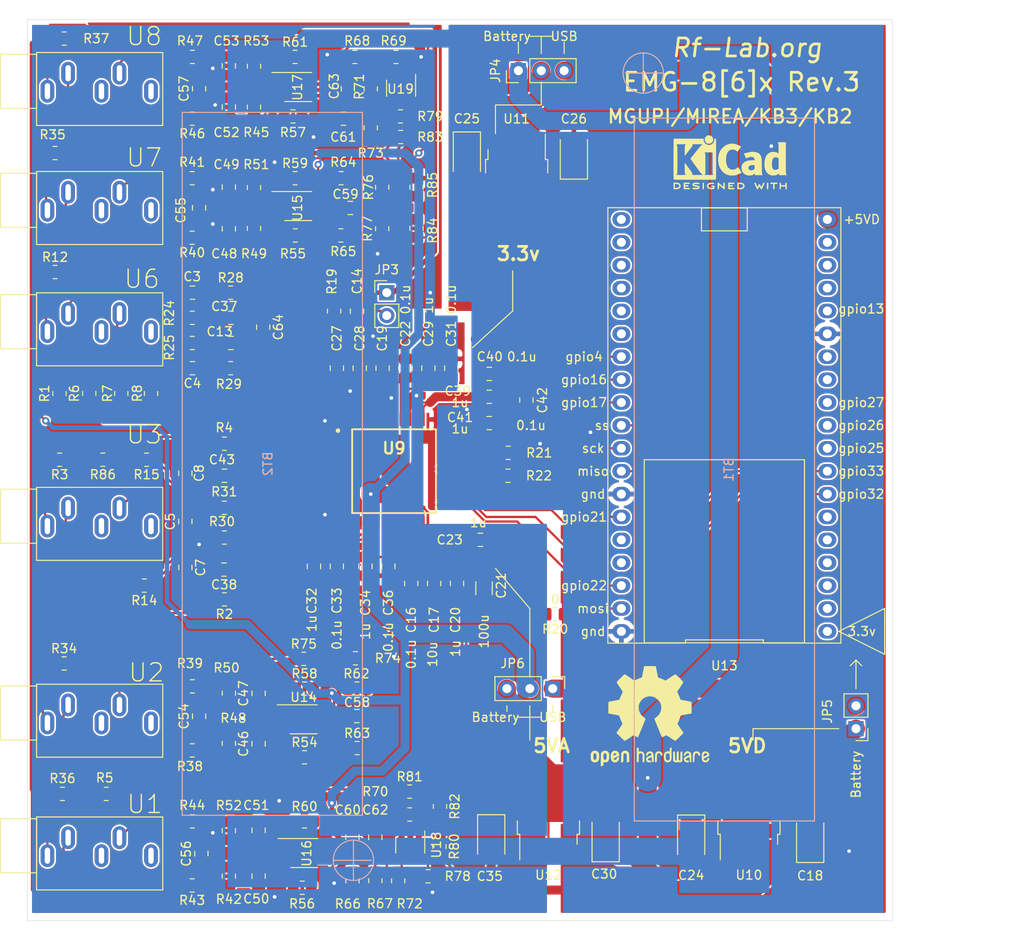
<source format=kicad_pcb>
(kicad_pcb (version 20171130) (host pcbnew "(5.1.7)-1")
  (layers (0 F.Cu signal) (31 B.Cu signal) (34 B.Paste user hide) (35 F.Paste user hide) (36 B.SilkS user) (37 F.SilkS user) (38 B.Mask user hide) (39 F.Mask user) (44 Edge.Cuts user))
  (net 0 "")
  (net 1 "Net-(BT1-Pad2)")
  (net 2 +6V)
  (net 3 GNDD)
  (net 4 GNDA)
  (net 5 "Net-(C3-Pad1)")
  (net 6 "Net-(C4-Pad2)")
  (net 7 "Net-(C14-Pad1)")
  (net 8 "Net-(C16-Pad1)")
  (net 9 "Net-(C19-Pad2)")
  (net 10 "Net-(C20-Pad1)")
  (net 11 "Net-(C21-Pad1)")
  (net 12 "Net-(C23-Pad1)")
  (net 13 "Net-(C24-Pad1)")
  (net 14 "Net-(C25-Pad1)")
  (net 15 +3V3)
  (net 16 +5VA)
  (net 17 "Net-(C35-Pad1)")
  (net 18 "Net-(JP3-Pad2)")
  (net 19 +5VD)
  (net 20 "Net-(R14-Pad2)")
  (net 21 "Net-(R15-Pad2)")
  (net 22 "Net-(U1-Pad2)")
  (net 23 "Net-(U1-Pad3)")
  (net 24 "Net-(U2-Pad3)")
  (net 25 "Net-(U2-Pad2)")
  (net 26 "Net-(U3-Pad3)")
  (net 27 "Net-(U3-Pad2)")
  (net 28 "Net-(U6-Pad2)")
  (net 29 "Net-(U6-Pad3)")
  (net 30 "Net-(U7-Pad2)")
  (net 31 "Net-(U7-Pad3)")
  (net 32 "Net-(U8-Pad2)")
  (net 33 "Net-(U8-Pad3)")
  (net 34 "Net-(U9-Pad64)")
  (net 35 "Net-(U13-Pad26)")
  (net 36 "Net-(U13-Pad27)")
  (net 37 "Net-(U13-Pad28)")
  (net 38 "Net-(U13-Pad31)")
  (net 39 "Net-(U13-Pad30)")
  (net 40 "Net-(U13-Pad29)")
  (net 41 "Net-(U13-Pad33)")
  (net 42 ADS_CLK)
  (net 43 ADS_~RESET)
  (net 44 "Net-(U13-Pad36)")
  (net 45 "Net-(U13-Pad37)")
  (net 46 "Net-(U9-Pad29)")
  (net 47 "Net-(U9-Pad27)")
  (net 48 "Net-(U13-Pad1)")
  (net 49 "Net-(U13-Pad2)")
  (net 50 "Net-(U13-Pad3)")
  (net 51 "Net-(U13-Pad35)")
  (net 52 "Net-(U13-Pad4)")
  (net 53 "Net-(U13-Pad34)")
  (net 54 "Net-(U13-Pad5)")
  (net 55 "Net-(U13-Pad6)")
  (net 56 "Net-(U13-Pad9)")
  (net 57 "Net-(U13-Pad12)")
  (net 58 "Net-(U13-Pad13)")
  (net 59 "Net-(U13-Pad25)")
  (net 60 "Net-(U13-Pad24)")
  (net 61 "Net-(U13-Pad15)")
  (net 62 "Net-(U13-Pad23)")
  (net 63 "Net-(U13-Pad16)")
  (net 64 "Net-(U13-Pad22)")
  (net 65 "Net-(U13-Pad17)")
  (net 66 "Net-(U13-Pad21)")
  (net 67 "Net-(U13-Pad18)")
  (net 68 "Net-(U13-Pad20)")
  (net 69 "Net-(U13-Pad11)")
  (net 70 "Net-(U13-Pad10)")
  (net 71 "Net-(R21-Pad2)")
  (net 72 "Net-(R22-Pad2)")
  (net 73 "Net-(C3-Pad2)")
  (net 74 "Net-(C4-Pad1)")
  (net 75 "Net-(C38-Pad2)")
  (net 76 "Net-(C43-Pad2)")
  (net 77 INP5P)
  (net 78 INP5N)
  (net 79 INP6P)
  (net 80 BIASREF)
  (net 81 INP6N)
  (net 82 INP3P)
  (net 83 INP3N)
  (net 84 INP4P)
  (net 85 INP4N)
  (net 86 "Net-(C46-Pad1)")
  (net 87 "Net-(C47-Pad2)")
  (net 88 "Net-(C48-Pad1)")
  (net 89 "Net-(C49-Pad2)")
  (net 90 "Net-(C50-Pad1)")
  (net 91 "Net-(C51-Pad2)")
  (net 92 "Net-(C52-Pad1)")
  (net 93 "Net-(C53-Pad2)")
  (net 94 INP2P)
  (net 95 "Net-(C58-Pad2)")
  (net 96 "Net-(C59-Pad2)")
  (net 97 "Net-(C60-Pad1)")
  (net 98 "Net-(C60-Pad2)")
  (net 99 "Net-(C61-Pad2)")
  (net 100 "Net-(C61-Pad1)")
  (net 101 "Net-(C62-Pad1)")
  (net 102 "Net-(C63-Pad1)")
  (net 103 "Net-(R3-Pad1)")
  (net 104 "Net-(R12-Pad1)")
  (net 105 "Net-(R34-Pad1)")
  (net 106 "Net-(R35-Pad1)")
  (net 107 "Net-(R36-Pad1)")
  (net 108 "Net-(R37-Pad1)")
  (net 109 "Net-(R38-Pad2)")
  (net 110 "Net-(R39-Pad2)")
  (net 111 "Net-(R40-Pad2)")
  (net 112 "Net-(R41-Pad2)")
  (net 113 "Net-(R43-Pad2)")
  (net 114 "Net-(R44-Pad2)")
  (net 115 "Net-(R46-Pad2)")
  (net 116 "Net-(R47-Pad2)")
  (net 117 "Net-(R54-Pad1)")
  (net 118 "Net-(R54-Pad2)")
  (net 119 "Net-(R55-Pad2)")
  (net 120 "Net-(R55-Pad1)")
  (net 121 "Net-(R56-Pad2)")
  (net 122 "Net-(R56-Pad1)")
  (net 123 "Net-(R57-Pad2)")
  (net 124 "Net-(R57-Pad1)")
  (net 125 INP1P)
  (net 126 INP8P)
  (net 127 "Net-(R72-Pad2)")
  (net 128 "Net-(R73-Pad2)")
  (net 129 INP2N)
  (net 130 INP1N)
  (net 131 INP8N)
  (net 132 INP7P)
  (net 133 INP7N)
  (module Battery:BatteryHolder_Blossom_1x18650 (layer B.Cu) (at 123.19 70.305 90)
    (fp_text reference BT2 (at 0 -0.5 90) (layer B.SilkS) (effects (justify mirror)))
    (fp_text value Battery_Cell)
    (pad 2 smd rect (at 43 0 90) (size 8 10) (layers B.Cu B.Paste B.Mask) (net 3 GNDD))
    (pad 1 smd rect (at -43 0 90) (size 8 10) (layers B.Cu B.Paste B.Mask) (net 1 "Net-(BT1-Pad2)"))
  )
  (module Symbol:OSHW-Logo2_14.6x12mm_SilkScreen (layer F.Cu) (at 165.1 98.298)
    (fp_text reference REF** hide)
    (fp_text value OSHW-Logo2_14.6x12mm_SilkScreen hide)
  )
  (module Symbol:KiCad-Logo2_5mm_SilkScreen (layer F.Cu) (at 173.99 36.83)
    (fp_text reference REF** hide)
    (fp_text value KiCad-Logo2_5mm_SilkScreen hide)
  )
  (module Connector_PinHeader_2.54mm:PinHeader_1x03_P2.54mm_Vertical (layer F.Cu) (at 154.305 95.25 270)
    (fp_text reference JP6 (at -2.794 4.445 180) (layer F.SilkS))
    (fp_text value Jumper_3_Bridged12)
    (pad 3 thru_hole oval (at 0 5.08 270) (size 1.7 1.7) (drill 1) (layers *.Cu *.Mask) (net 17 "Net-(C35-Pad1)"))
    (pad 2 thru_hole oval (at 0 2.54 270) (size 1.7 1.7) (drill 1) (layers *.Cu *.Mask) (net 16 +5VA))
    (pad 1 thru_hole rect (at 0 0 270) (size 1.7 1.7) (drill 1) (layers *.Cu *.Mask) (net 19 +5VD))
  )
  (module Connector_PinHeader_2.54mm:PinHeader_1x02_P2.54mm_Vertical (layer F.Cu) (at 187.96 99.695 180)
    (fp_text reference JP5 (at 3.175 1.905 90) (layer F.SilkS))
    (fp_text value Jumper)
    (pad 2 thru_hole oval (at 0 2.54 180) (size 1.7 1.7) (drill 1) (layers *.Cu *.Mask) (net 19 +5VD))
    (pad 1 thru_hole rect (at 0 0 180) (size 1.7 1.7) (drill 1) (layers *.Cu *.Mask) (net 13 "Net-(C24-Pad1)"))
  )
  (module Connector_PinHeader_2.54mm:PinHeader_1x03_P2.54mm_Vertical (layer F.Cu) (at 150.495 26.67 90)
    (fp_text reference JP4 (at 0 -2.54 90) (layer F.SilkS))
    (fp_text value Jumper_3_Bridged12)
    (pad 3 thru_hole oval (at 0 5.08 90) (size 1.7 1.7) (drill 1) (layers *.Cu *.Mask) (net 19 +5VD))
    (pad 2 thru_hole oval (at 0 2.54 90) (size 1.7 1.7) (drill 1) (layers *.Cu *.Mask) (net 14 "Net-(C25-Pad1)"))
    (pad 1 thru_hole rect (at 0 0 90) (size 1.7 1.7) (drill 1) (layers *.Cu *.Mask) (net 2 +6V))
  )
  (module Connector_PinHeader_2.54mm:PinHeader_1x02_P2.54mm_Vertical (layer F.Cu) (at 135.89 51.308)
    (fp_text reference JP3 (at 0 -2.54) (layer F.SilkS))
    (fp_text value Jumper)
    (pad 2 thru_hole oval (at 0 2.54) (size 1.7 1.7) (drill 1) (layers *.Cu *.Mask) (net 18 "Net-(JP3-Pad2)"))
    (pad 1 thru_hole rect (at 0 0) (size 1.7 1.7) (drill 1) (layers *.Cu *.Mask) (net 80 BIASREF))
  )
  (module Battery:BatteryHolder_Blossom_1x18650 (layer B.Cu) (at 173.355 70.94 270)
    (fp_text reference BT1 (at 0 -0.5 90) (layer B.SilkS) (effects (justify mirror)))
    (fp_text value Battery_Cell)
    (pad 2 smd rect (at 43 0 270) (size 8 10) (layers B.Cu B.Paste B.Mask) (net 1 "Net-(BT1-Pad2)"))
    (pad 1 smd rect (at -43 0 270) (size 8 10) (layers B.Cu B.Paste B.Mask) (net 2 +6V))
  )
  (module Capacitor_SMD:C_0805_2012Metric_Pad1.18x1.45mm_HandSolder (layer F.Cu) (at 132.588 53.3615 90)
    (fp_text reference C14 (at 3.3235 0 90) (layer F.SilkS))
    (fp_text value 1n5)
    (pad 2 smd roundrect (at 1.0375 0 90) (size 1.175 1.45) (layers F.Cu F.Paste F.Mask) (roundrect_rratio 0.2127659574468085) (net 80 BIASREF))
    (pad 1 smd roundrect (at -1.0375 0 90) (size 1.175 1.45) (layers F.Cu F.Paste F.Mask) (roundrect_rratio 0.2127659574468085) (net 7 "Net-(C14-Pad1)"))
  )
  (module Capacitor_SMD:C_0805_2012Metric_Pad1.18x1.45mm_HandSolder (layer F.Cu) (at 138.605 83.5875 270)
    (fp_text reference C16 (at 4.0425 0 90) (layer F.SilkS))
    (fp_text value 0.1u (at 7.8525 0 90) (layer F.SilkS))
    (pad 1 smd roundrect (at -1.0375 0 270) (size 1.175 1.45) (layers F.Cu F.Paste F.Mask) (roundrect_rratio 0.2127659574468085) (net 8 "Net-(C16-Pad1)"))
    (pad 2 smd roundrect (at 1.0375 0 270) (size 1.175 1.45) (layers F.Cu F.Paste F.Mask) (roundrect_rratio 0.2127659574468085) (net 4 GNDA))
  )
  (module Capacitor_SMD:C_0805_2012Metric_Pad1.18x1.45mm_HandSolder (layer F.Cu) (at 141.145 83.5875 270)
    (fp_text reference C17 (at 4.0425 0 90) (layer F.SilkS))
    (fp_text value 10u (at 7.8525 0.175 90) (layer F.SilkS))
    (pad 1 smd roundrect (at -1.0375 0 270) (size 1.175 1.45) (layers F.Cu F.Paste F.Mask) (roundrect_rratio 0.2127659574468085) (net 8 "Net-(C16-Pad1)"))
    (pad 2 smd roundrect (at 1.0375 0 270) (size 1.175 1.45) (layers F.Cu F.Paste F.Mask) (roundrect_rratio 0.2127659574468085) (net 4 GNDA))
  )
  (module Capacitor_Tantalum_SMD:CP_EIA-3528-21_Kemet-B_Pad1.50x2.35mm_HandSolder (layer F.Cu) (at 182.88 111.913 90)
    (fp_text reference C18 (at -4.105 0 180) (layer F.SilkS))
    (fp_text value 10uF)
    (pad 2 smd roundrect (at 1.625 0 90) (size 1.5 2.35) (layers F.Cu F.Paste F.Mask) (roundrect_rratio 0.1666666666666667) (net 3 GNDD))
    (pad 1 smd roundrect (at -1.625 0 90) (size 1.5 2.35) (layers F.Cu F.Paste F.Mask) (roundrect_rratio 0.1666666666666667) (net 2 +6V))
  )
  (module Capacitor_SMD:C_0805_2012Metric_Pad1.18x1.45mm_HandSolder (layer F.Cu) (at 135.43 59.69 270)
    (fp_text reference C19 (at -3.302 0.048 90) (layer F.SilkS))
    (fp_text value 1u)
    (pad 1 smd roundrect (at -1.0375 0 270) (size 1.175 1.45) (layers F.Cu F.Paste F.Mask) (roundrect_rratio 0.2127659574468085) (net 4 GNDA))
    (pad 2 smd roundrect (at 1.0375 0 270) (size 1.175 1.45) (layers F.Cu F.Paste F.Mask) (roundrect_rratio 0.2127659574468085) (net 9 "Net-(C19-Pad2)"))
  )
  (module Capacitor_SMD:C_0805_2012Metric_Pad1.18x1.45mm_HandSolder (layer F.Cu) (at 143.685 83.5875 270)
    (fp_text reference C20 (at 4.0425 0.175 90) (layer F.SilkS))
    (fp_text value 1u (at 7.2175 0.175 90) (layer F.SilkS))
    (pad 1 smd roundrect (at -1.0375 0 270) (size 1.175 1.45) (layers F.Cu F.Paste F.Mask) (roundrect_rratio 0.2127659574468085) (net 10 "Net-(C20-Pad1)"))
    (pad 2 smd roundrect (at 1.0375 0 270) (size 1.175 1.45) (layers F.Cu F.Paste F.Mask) (roundrect_rratio 0.2127659574468085) (net 4 GNDA))
  )
  (module Capacitor_SMD:C_1206_3216Metric_Pad1.33x1.80mm_HandSolder (layer F.Cu) (at 146.685 84.1125 270)
    (fp_text reference C21 (at -0.2925 -1.905 90) (layer F.SilkS))
    (fp_text value 100u (at 4.7875 0 90) (layer F.SilkS))
    (pad 1 smd roundrect (at -1.5625 0 270) (size 1.325 1.8) (layers F.Cu F.Paste F.Mask) (roundrect_rratio 0.1886769811320755) (net 11 "Net-(C21-Pad1)"))
    (pad 2 smd roundrect (at 1.5625 0 270) (size 1.325 1.8) (layers F.Cu F.Paste F.Mask) (roundrect_rratio 0.1886769811320755) (net 4 GNDA))
  )
  (module Capacitor_SMD:C_0805_2012Metric_Pad1.18x1.45mm_HandSolder (layer F.Cu) (at 137.97 59.69 270)
    (fp_text reference C22 (at -3.81 0 90) (layer F.SilkS))
    (fp_text value 0.1u (at -7.62 0 90) (layer F.SilkS))
    (pad 1 smd roundrect (at -1.0375 0 270) (size 1.175 1.45) (layers F.Cu F.Paste F.Mask) (roundrect_rratio 0.2127659574468085) (net 4 GNDA))
    (pad 2 smd roundrect (at 1.0375 0 270) (size 1.175 1.45) (layers F.Cu F.Paste F.Mask) (roundrect_rratio 0.2127659574468085) (net 9 "Net-(C19-Pad2)"))
  )
  (module Capacitor_SMD:C_0805_2012Metric_Pad1.18x1.45mm_HandSolder (layer F.Cu) (at 146.2825 78.74)
    (fp_text reference C23 (at -3.4075 0) (layer F.SilkS))
    (fp_text value 1u (at -0.2325 -1.905 180) (layer F.SilkS))
    (pad 1 smd roundrect (at -1.0375 0) (size 1.175 1.45) (layers F.Cu F.Paste F.Mask) (roundrect_rratio 0.2127659574468085) (net 12 "Net-(C23-Pad1)"))
    (pad 2 smd roundrect (at 1.0375 0) (size 1.175 1.45) (layers F.Cu F.Paste F.Mask) (roundrect_rratio 0.2127659574468085) (net 4 GNDA))
  )
  (module Capacitor_Tantalum_SMD:CP_EIA-3528-21_Kemet-B_Pad1.50x2.35mm_HandSolder (layer F.Cu) (at 169.672 111.913 270)
    (fp_text reference C24 (at 4.055 0 180) (layer F.SilkS))
    (fp_text value 10uF)
    (pad 2 smd roundrect (at 1.625 0 270) (size 1.5 2.35) (layers F.Cu F.Paste F.Mask) (roundrect_rratio 0.1666666666666667) (net 3 GNDD))
    (pad 1 smd roundrect (at -1.625 0 270) (size 1.5 2.35) (layers F.Cu F.Paste F.Mask) (roundrect_rratio 0.1666666666666667) (net 13 "Net-(C24-Pad1)"))
  )
  (module Capacitor_Tantalum_SMD:CP_EIA-3528-21_Kemet-B_Pad1.50x2.35mm_HandSolder (layer F.Cu) (at 144.78 36.11 270)
    (fp_text reference C25 (at -4.105 0 180) (layer F.SilkS))
    (fp_text value 10uF)
    (pad 2 smd roundrect (at 1.625 0 270) (size 1.5 2.35) (layers F.Cu F.Paste F.Mask) (roundrect_rratio 0.1666666666666667) (net 3 GNDD))
    (pad 1 smd roundrect (at -1.625 0 270) (size 1.5 2.35) (layers F.Cu F.Paste F.Mask) (roundrect_rratio 0.1666666666666667) (net 14 "Net-(C25-Pad1)"))
  )
  (module Capacitor_Tantalum_SMD:CP_EIA-3528-21_Kemet-B_Pad1.50x2.35mm_HandSolder (layer F.Cu) (at 156.655 36.075 90)
    (fp_text reference C26 (at 4.055 0 180) (layer F.SilkS))
    (fp_text value 10uF)
    (pad 2 smd roundrect (at 1.625 0 90) (size 1.5 2.35) (layers F.Cu F.Paste F.Mask) (roundrect_rratio 0.1666666666666667) (net 3 GNDD))
    (pad 1 smd roundrect (at -1.625 0 90) (size 1.5 2.35) (layers F.Cu F.Paste F.Mask) (roundrect_rratio 0.1666666666666667) (net 15 +3V3))
  )
  (module Capacitor_SMD:C_0805_2012Metric_Pad1.18x1.45mm_HandSolder (layer F.Cu) (at 130.35 59.69 90)
    (fp_text reference C27 (at 3.302 0 90) (layer F.SilkS))
    (fp_text value 1u)
    (pad 1 smd roundrect (at -1.0375 0 90) (size 1.175 1.45) (layers F.Cu F.Paste F.Mask) (roundrect_rratio 0.2127659574468085) (net 16 +5VA))
    (pad 2 smd roundrect (at 1.0375 0 90) (size 1.175 1.45) (layers F.Cu F.Paste F.Mask) (roundrect_rratio 0.2127659574468085) (net 4 GNDA))
  )
  (module Capacitor_SMD:C_0805_2012Metric_Pad1.18x1.45mm_HandSolder (layer F.Cu) (at 132.89 59.69 90)
    (fp_text reference C28 (at 3.302 0 90) (layer F.SilkS))
    (fp_text value 0.1u)
    (pad 1 smd roundrect (at -1.0375 0 90) (size 1.175 1.45) (layers F.Cu F.Paste F.Mask) (roundrect_rratio 0.2127659574468085) (net 16 +5VA))
    (pad 2 smd roundrect (at 1.0375 0 90) (size 1.175 1.45) (layers F.Cu F.Paste F.Mask) (roundrect_rratio 0.2127659574468085) (net 4 GNDA))
  )
  (module Capacitor_SMD:C_0805_2012Metric_Pad1.18x1.45mm_HandSolder (layer F.Cu) (at 140.51 59.69 90)
    (fp_text reference C29 (at 3.81 0 90) (layer F.SilkS))
    (fp_text value 1u (at 6.985 0 90) (layer F.SilkS))
    (pad 1 smd roundrect (at -1.0375 0 90) (size 1.175 1.45) (layers F.Cu F.Paste F.Mask) (roundrect_rratio 0.2127659574468085) (net 16 +5VA))
    (pad 2 smd roundrect (at 1.0375 0 90) (size 1.175 1.45) (layers F.Cu F.Paste F.Mask) (roundrect_rratio 0.2127659574468085) (net 4 GNDA))
  )
  (module Capacitor_Tantalum_SMD:CP_EIA-3528-21_Kemet-B_Pad1.50x2.35mm_HandSolder (layer F.Cu) (at 160.18 111.83 90)
    (fp_text reference C30 (at -3.994 -0.16 180) (layer F.SilkS))
    (fp_text value 10uF)
    (pad 2 smd roundrect (at 1.625 0 90) (size 1.5 2.35) (layers F.Cu F.Paste F.Mask) (roundrect_rratio 0.1666666666666667) (net 3 GNDD))
    (pad 1 smd roundrect (at -1.625 0 90) (size 1.5 2.35) (layers F.Cu F.Paste F.Mask) (roundrect_rratio 0.1666666666666667) (net 2 +6V))
  )
  (module Capacitor_SMD:C_0805_2012Metric_Pad1.18x1.45mm_HandSolder (layer F.Cu) (at 143.05 59.69 90)
    (fp_text reference C31 (at 3.81 0 90) (layer F.SilkS))
    (fp_text value 0.1u (at 7.62 0 90) (layer F.SilkS))
    (pad 1 smd roundrect (at -1.0375 0 90) (size 1.175 1.45) (layers F.Cu F.Paste F.Mask) (roundrect_rratio 0.2127659574468085) (net 16 +5VA))
    (pad 2 smd roundrect (at 1.0375 0 90) (size 1.175 1.45) (layers F.Cu F.Paste F.Mask) (roundrect_rratio 0.2127659574468085) (net 4 GNDA))
  )
  (module Capacitor_SMD:C_0805_2012Metric_Pad1.18x1.45mm_HandSolder (layer F.Cu) (at 127.81 81.6825 270)
    (fp_text reference C32 (at 3.81 0.2325 90) (layer F.SilkS))
    (fp_text value 1u (at 6.35 0.2325 90) (layer F.SilkS))
    (pad 1 smd roundrect (at -1.0375 0 270) (size 1.175 1.45) (layers F.Cu F.Paste F.Mask) (roundrect_rratio 0.2127659574468085) (net 16 +5VA))
    (pad 2 smd roundrect (at 1.0375 0 270) (size 1.175 1.45) (layers F.Cu F.Paste F.Mask) (roundrect_rratio 0.2127659574468085) (net 4 GNDA))
  )
  (module Capacitor_SMD:C_0805_2012Metric_Pad1.18x1.45mm_HandSolder (layer F.Cu) (at 130.35 81.6825 270)
    (fp_text reference C33 (at 3.81 0 90) (layer F.SilkS))
    (fp_text value 0.1u (at 7.62 0 90) (layer F.SilkS))
    (pad 1 smd roundrect (at -1.0375 0 270) (size 1.175 1.45) (layers F.Cu F.Paste F.Mask) (roundrect_rratio 0.2127659574468085) (net 16 +5VA))
    (pad 2 smd roundrect (at 1.0375 0 270) (size 1.175 1.45) (layers F.Cu F.Paste F.Mask) (roundrect_rratio 0.2127659574468085) (net 4 GNDA))
  )
  (module Capacitor_SMD:C_0805_2012Metric_Pad1.18x1.45mm_HandSolder (layer F.Cu) (at 133.525 81.6825 270)
    (fp_text reference C34 (at 4.0425 0 90) (layer F.SilkS))
    (fp_text value 1u (at 7.2175 0 90) (layer F.SilkS))
    (pad 1 smd roundrect (at -1.0375 0 270) (size 1.175 1.45) (layers F.Cu F.Paste F.Mask) (roundrect_rratio 0.2127659574468085) (net 16 +5VA))
    (pad 2 smd roundrect (at 1.0375 0 270) (size 1.175 1.45) (layers F.Cu F.Paste F.Mask) (roundrect_rratio 0.2127659574468085) (net 4 GNDA))
  )
  (module Capacitor_Tantalum_SMD:CP_EIA-3528-21_Kemet-B_Pad1.50x2.35mm_HandSolder (layer F.Cu) (at 147.48 111.88 270)
    (fp_text reference C35 (at 4.198 0.16 180) (layer F.SilkS))
    (fp_text value 10uF)
    (pad 2 smd roundrect (at 1.625 0 270) (size 1.5 2.35) (layers F.Cu F.Paste F.Mask) (roundrect_rratio 0.1666666666666667) (net 3 GNDD))
    (pad 1 smd roundrect (at -1.625 0 270) (size 1.5 2.35) (layers F.Cu F.Paste F.Mask) (roundrect_rratio 0.1666666666666667) (net 17 "Net-(C35-Pad1)"))
  )
  (module Capacitor_SMD:C_0805_2012Metric_Pad1.18x1.45mm_HandSolder (layer F.Cu) (at 136.065 81.6825 270)
    (fp_text reference C36 (at 4.0425 0 90) (layer F.SilkS))
    (fp_text value 0.1u (at 7.8525 0 90) (layer F.SilkS))
    (pad 1 smd roundrect (at -1.0375 0 270) (size 1.175 1.45) (layers F.Cu F.Paste F.Mask) (roundrect_rratio 0.2127659574468085) (net 16 +5VA))
    (pad 2 smd roundrect (at 1.0375 0 270) (size 1.175 1.45) (layers F.Cu F.Paste F.Mask) (roundrect_rratio 0.2127659574468085) (net 4 GNDA))
  )
  (module Capacitor_SMD:C_0805_2012Metric_Pad1.18x1.45mm_HandSolder (layer F.Cu) (at 147.2625 62.865)
    (fp_text reference C39 (at -3.4985 -0.635) (layer F.SilkS))
    (fp_text value 1u (at -3.2445 0.635) (layer F.SilkS))
    (pad 1 smd roundrect (at -1.0375 0) (size 1.175 1.45) (layers F.Cu F.Paste F.Mask) (roundrect_rratio 0.2127659574468085) (net 15 +3V3))
    (pad 2 smd roundrect (at 1.0375 0) (size 1.175 1.45) (layers F.Cu F.Paste F.Mask) (roundrect_rratio 0.2127659574468085) (net 3 GNDD))
  )
  (module Capacitor_SMD:C_0805_2012Metric_Pad1.18x1.45mm_HandSolder (layer F.Cu) (at 147.2625 60.325)
    (fp_text reference C40 (at 0.0575 -1.905) (layer F.SilkS))
    (fp_text value 0.1u (at 3.6135 -1.905) (layer F.SilkS))
    (pad 1 smd roundrect (at -1.0375 0) (size 1.175 1.45) (layers F.Cu F.Paste F.Mask) (roundrect_rratio 0.2127659574468085) (net 15 +3V3))
    (pad 2 smd roundrect (at 1.0375 0) (size 1.175 1.45) (layers F.Cu F.Paste F.Mask) (roundrect_rratio 0.2127659574468085) (net 3 GNDD))
  )
  (module Capacitor_SMD:C_0805_2012Metric_Pad1.18x1.45mm_HandSolder (layer F.Cu) (at 147.2625 65.786)
    (fp_text reference C41 (at -3.2445 -0.635) (layer F.SilkS))
    (fp_text value 1u (at -3.2445 0.635) (layer F.SilkS))
    (pad 1 smd roundrect (at -1.0375 0) (size 1.175 1.45) (layers F.Cu F.Paste F.Mask) (roundrect_rratio 0.2127659574468085) (net 15 +3V3))
    (pad 2 smd roundrect (at 1.0375 0) (size 1.175 1.45) (layers F.Cu F.Paste F.Mask) (roundrect_rratio 0.2127659574468085) (net 3 GNDD))
  )
  (module Capacitor_SMD:C_0805_2012Metric_Pad1.18x1.45mm_HandSolder (layer F.Cu) (at 151.384 63.2245 90)
    (fp_text reference C42 (at -0.0215 1.778 270) (layer F.SilkS))
    (fp_text value 0.1u (at -2.8155 0.508 180) (layer F.SilkS))
    (pad 1 smd roundrect (at -1.0375 0 90) (size 1.175 1.45) (layers F.Cu F.Paste F.Mask) (roundrect_rratio 0.2127659574468085) (net 15 +3V3))
    (pad 2 smd roundrect (at 1.0375 0 90) (size 1.175 1.45) (layers F.Cu F.Paste F.Mask) (roundrect_rratio 0.2127659574468085) (net 3 GNDD))
  )
  (module Resistor_SMD:R_0805_2012Metric_Pad1.20x1.40mm_HandSolder (layer F.Cu) (at 130.048 53.356 90)
    (fp_text reference R19 (at 3.286 -0.254 90) (layer F.SilkS))
    (fp_text value 1M)
    (pad 2 smd roundrect (at 1 0 90) (size 1.2 1.4) (layers F.Cu F.Paste F.Mask) (roundrect_rratio 0.2083325) (net 80 BIASREF))
    (pad 1 smd roundrect (at -1 0 90) (size 1.2 1.4) (layers F.Cu F.Paste F.Mask) (roundrect_rratio 0.2083325) (net 7 "Net-(C14-Pad1)"))
  )
  (module Resistor_SMD:R_0805_2012Metric_Pad1.20x1.40mm_HandSolder (layer F.Cu) (at 154.575 86.995 180)
    (fp_text reference R20 (at 0 -1.65) (layer F.SilkS))
    (fp_text value 0 (at 0 1.65) (layer F.SilkS))
    (pad 1 smd roundrect (at -1 0 180) (size 1.2 1.4) (layers F.Cu F.Paste F.Mask) (roundrect_rratio 0.2083325) (net 3 GNDD))
    (pad 2 smd roundrect (at 1 0 180) (size 1.2 1.4) (layers F.Cu F.Paste F.Mask) (roundrect_rratio 0.2083325) (net 4 GNDA))
  )
  (module Package_QFP:PQFP-64-12x12mm_P0.5_ADS1299 (layer F.Cu) (at 136.7 71.12)
    (fp_text reference U9 (at 0 -2.54) (layer F.SilkS) (effects (font (size 1.27 1.27) (thickness 0.254))))
    (fp_text value ADS1299 hide)
    (pad 64 smd rect (at -3.75 -5.738) (size 0.3 1.475) (layers F.Cu F.Paste F.Mask) (net 34 "Net-(U9-Pad64)"))
    (pad 63 smd rect (at -3.25 -5.738) (size 0.3 1.475) (layers F.Cu F.Paste F.Mask) (net 80 BIASREF))
    (pad 62 smd rect (at -2.75 -5.738) (size 0.3 1.475) (layers F.Cu F.Paste F.Mask) (net 18 "Net-(JP3-Pad2)"))
    (pad 61 smd rect (at -2.25 -5.738) (size 0.3 1.475) (layers F.Cu F.Paste F.Mask) (net 7 "Net-(C14-Pad1)"))
    (pad 60 smd rect (at -1.75 -5.738) (size 0.3 1.475) (layers F.Cu F.Paste F.Mask) (net 4 GNDA))
    (pad 59 smd rect (at -1.25 -5.738) (size 0.3 1.475) (layers F.Cu F.Paste F.Mask) (net 16 +5VA))
    (pad 58 smd rect (at -0.75 -5.738) (size 0.3 1.475) (layers F.Cu F.Paste F.Mask) (net 4 GNDA))
    (pad 57 smd rect (at -0.25 -5.738) (size 0.3 1.475) (layers F.Cu F.Paste F.Mask) (net 4 GNDA))
    (pad 56 smd rect (at 0.25 -5.738) (size 0.3 1.475) (layers F.Cu F.Paste F.Mask) (net 16 +5VA))
    (pad 55 smd rect (at 0.75 -5.738) (size 0.3 1.475) (layers F.Cu F.Paste F.Mask) (net 9 "Net-(C19-Pad2)"))
    (pad 54 smd rect (at 1.25 -5.738) (size 0.3 1.475) (layers F.Cu F.Paste F.Mask) (net 16 +5VA))
    (pad 53 smd rect (at 1.75 -5.738) (size 0.3 1.475) (layers F.Cu F.Paste F.Mask) (net 4 GNDA))
    (pad 52 smd rect (at 2.25 -5.738) (size 0.3 1.475) (layers F.Cu F.Paste F.Mask) (net 15 +3V3))
    (pad 51 smd rect (at 2.75 -5.738) (size 0.3 1.475) (layers F.Cu F.Paste F.Mask) (net 3 GNDD))
    (pad 50 smd rect (at 3.25 -5.738) (size 0.3 1.475) (layers F.Cu F.Paste F.Mask) (net 15 +3V3))
    (pad 49 smd rect (at 3.75 -5.738) (size 0.3 1.475) (layers F.Cu F.Paste F.Mask) (net 3 GNDD))
    (pad 48 smd rect (at 5.738 -3.75 90) (size 0.3 1.475) (layers F.Cu F.Paste F.Mask) (net 15 +3V3))
    (pad 47 smd rect (at 5.738 -3.25 90) (size 0.3 1.475) (layers F.Cu F.Paste F.Mask) (net 35 "Net-(U13-Pad26)"))
    (pad 46 smd rect (at 5.738 -2.75 90) (size 0.3 1.475) (layers F.Cu F.Paste F.Mask) (net 36 "Net-(U13-Pad27)"))
    (pad 45 smd rect (at 5.738 -2.25 90) (size 0.3 1.475) (layers F.Cu F.Paste F.Mask) (net 37 "Net-(U13-Pad28)"))
    (pad 44 smd rect (at 5.738 -1.75 90) (size 0.3 1.475) (layers F.Cu F.Paste F.Mask) (net 71 "Net-(R21-Pad2)"))
    (pad 43 smd rect (at 5.738 -1.25 90) (size 0.3 1.475) (layers F.Cu F.Paste F.Mask) (net 38 "Net-(U13-Pad31)"))
    (pad 42 smd rect (at 5.738 -0.75 90) (size 0.3 1.475) (layers F.Cu F.Paste F.Mask) (net 72 "Net-(R22-Pad2)"))
    (pad 41 smd rect (at 5.738 -0.25 90) (size 0.3 1.475) (layers F.Cu F.Paste F.Mask) (net 3 GNDD))
    (pad 40 smd rect (at 5.738 0.25 90) (size 0.3 1.475) (layers F.Cu F.Paste F.Mask) (net 39 "Net-(U13-Pad30)"))
    (pad 39 smd rect (at 5.738 0.75 90) (size 0.3 1.475) (layers F.Cu F.Paste F.Mask) (net 40 "Net-(U13-Pad29)"))
    (pad 38 smd rect (at 5.738 1.25 90) (size 0.3 1.475) (layers F.Cu F.Paste F.Mask) (net 41 "Net-(U13-Pad33)"))
    (pad 37 smd rect (at 5.738 1.75 90) (size 0.3 1.475) (layers F.Cu F.Paste F.Mask) (net 42 ADS_CLK))
    (pad 36 smd rect (at 5.738 2.25 90) (size 0.3 1.475) (layers F.Cu F.Paste F.Mask) (net 43 ADS_~RESET))
    (pad 35 smd rect (at 5.738 2.75 90) (size 0.3 1.475) (layers F.Cu F.Paste F.Mask) (net 44 "Net-(U13-Pad36)"))
    (pad 34 smd rect (at 5.738 3.25 90) (size 0.3 1.475) (layers F.Cu F.Paste F.Mask) (net 45 "Net-(U13-Pad37)"))
    (pad 33 smd rect (at 5.738 3.75 90) (size 0.3 1.475) (layers F.Cu F.Paste F.Mask) (net 3 GNDD))
    (pad 32 smd rect (at 3.75 5.738) (size 0.3 1.475) (layers F.Cu F.Paste F.Mask) (net 4 GNDA))
    (pad 31 smd rect (at 3.25 5.738) (size 0.3 1.475) (layers F.Cu F.Paste F.Mask) (net 4 GNDA))
    (pad 30 smd rect (at 2.75 5.738) (size 0.3 1.475) (layers F.Cu F.Paste F.Mask) (net 12 "Net-(C23-Pad1)"))
    (pad 29 smd rect (at 2.25 5.738) (size 0.3 1.475) (layers F.Cu F.Paste F.Mask) (net 46 "Net-(U9-Pad29)"))
    (pad 28 smd rect (at 1.75 5.738) (size 0.3 1.475) (layers F.Cu F.Paste F.Mask) (net 11 "Net-(C21-Pad1)"))
    (pad 27 smd rect (at 1.25 5.738) (size 0.3 1.475) (layers F.Cu F.Paste F.Mask) (net 47 "Net-(U9-Pad27)"))
    (pad 26 smd rect (at 0.75 5.738) (size 0.3 1.475) (layers F.Cu F.Paste F.Mask) (net 10 "Net-(C20-Pad1)"))
    (pad 25 smd rect (at 0.25 5.738) (size 0.3 1.475) (layers F.Cu F.Paste F.Mask) (net 4 GNDA))
    (pad 24 smd rect (at -0.25 5.738) (size 0.3 1.475) (layers F.Cu F.Paste F.Mask) (net 8 "Net-(C16-Pad1)"))
    (pad 23 smd rect (at -0.75 5.738) (size 0.3 1.475) (layers F.Cu F.Paste F.Mask) (net 4 GNDA))
    (pad 22 smd rect (at -1.25 5.738) (size 0.3 1.475) (layers F.Cu F.Paste F.Mask) (net 16 +5VA))
    (pad 21 smd rect (at -1.75 5.738) (size 0.3 1.475) (layers F.Cu F.Paste F.Mask) (net 16 +5VA))
    (pad 20 smd rect (at -2.25 5.738) (size 0.3 1.475) (layers F.Cu F.Paste F.Mask) (net 4 GNDA))
    (pad 19 smd rect (at -2.75 5.738) (size 0.3 1.475) (layers F.Cu F.Paste F.Mask) (net 16 +5VA))
    (pad 18 smd rect (at -3.25 5.738) (size 0.3 1.475) (layers F.Cu F.Paste F.Mask) (net 4 GNDA))
    (pad 17 smd rect (at -3.75 5.738) (size 0.3 1.475) (layers F.Cu F.Paste F.Mask) (net 4 GNDA))
    (pad 16 smd rect (at -5.738 3.75 90) (size 0.3 1.475) (layers F.Cu F.Paste F.Mask) (net 125 INP1P))
    (pad 15 smd rect (at -5.738 3.25 90) (size 0.3 1.475) (layers F.Cu F.Paste F.Mask) (net 130 INP1N))
    (pad 14 smd rect (at -5.738 2.75 90) (size 0.3 1.475) (layers F.Cu F.Paste F.Mask) (net 94 INP2P))
    (pad 13 smd rect (at -5.738 2.25 90) (size 0.3 1.475) (layers F.Cu F.Paste F.Mask) (net 129 INP2N))
    (pad 12 smd rect (at -5.738 1.75 90) (size 0.3 1.475) (layers F.Cu F.Paste F.Mask) (net 82 INP3P))
    (pad 11 smd rect (at -5.738 1.25 90) (size 0.3 1.475) (layers F.Cu F.Paste F.Mask) (net 83 INP3N))
    (pad 10 smd rect (at -5.738 0.75 90) (size 0.3 1.475) (layers F.Cu F.Paste F.Mask) (net 84 INP4P))
    (pad 9 smd rect (at -5.738 0.25 90) (size 0.3 1.475) (layers F.Cu F.Paste F.Mask) (net 85 INP4N))
    (pad 8 smd rect (at -5.738 -0.25 90) (size 0.3 1.475) (layers F.Cu F.Paste F.Mask) (net 77 INP5P))
    (pad 7 smd rect (at -5.738 -0.75 90) (size 0.3 1.475) (layers F.Cu F.Paste F.Mask) (net 78 INP5N))
    (pad 6 smd rect (at -5.738 -1.25 90) (size 0.3 1.475) (layers F.Cu F.Paste F.Mask) (net 79 INP6P))
    (pad 5 smd rect (at -5.738 -1.75 90) (size 0.3 1.475) (layers F.Cu F.Paste F.Mask) (net 81 INP6N))
    (pad 4 smd rect (at -5.738 -2.25 90) (size 0.3 1.475) (layers F.Cu F.Paste F.Mask) (net 132 INP7P))
    (pad 3 smd rect (at -5.738 -2.75 90) (size 0.3 1.475) (layers F.Cu F.Paste F.Mask) (net 133 INP7N))
    (pad 2 smd rect (at -5.738 -3.25 90) (size 0.3 1.475) (layers F.Cu F.Paste F.Mask) (net 126 INP8P))
    (pad 1 smd rect (at -5.738 -3.75 90) (size 0.3 1.475) (layers F.Cu F.Paste F.Mask) (net 131 INP8N))
  )
  (module Package_TO_SOT_SMD:TO-252-3_TabPin2 (layer F.Cu) (at 176.085 108.95 90)
    (fp_text reference U10 (at -6.985 0 180) (layer F.SilkS))
    (fp_text value LM1117-5.0)
    (pad 2 smd rect (at 2.1 0 90) (size 6.4 5.8) (layers F.Cu F.Mask) (net 13 "Net-(C24-Pad1)"))
    (pad 3 smd rect (at -4.2 2.28 90) (size 2.2 1.2) (layers F.Cu F.Paste F.Mask) (net 2 +6V))
    (pad 2 smd rect (at -4.2 0 90) (size 2.2 1.2) (layers F.Cu F.Paste F.Mask) (net 13 "Net-(C24-Pad1)"))
    (pad 1 smd rect (at -4.2 -2.28 90) (size 2.2 1.2) (layers F.Cu F.Paste F.Mask) (net 3 GNDD))
  )
  (module Package_TO_SOT_SMD:TO-252-3_TabPin2 (layer F.Cu) (at 150.305 39.005 270)
    (fp_text reference U11 (at -6.985 0 180) (layer F.SilkS))
    (fp_text value LM1117-3.3)
    (pad 2 smd rect (at 2.1 0 270) (size 6.4 5.8) (layers F.Cu F.Mask) (net 15 +3V3))
    (pad 3 smd rect (at -4.2 2.28 270) (size 2.2 1.2) (layers F.Cu F.Paste F.Mask) (net 14 "Net-(C25-Pad1)"))
    (pad 2 smd rect (at -4.2 0 270) (size 2.2 1.2) (layers F.Cu F.Paste F.Mask) (net 15 +3V3))
    (pad 1 smd rect (at -4.2 -2.28 270) (size 2.2 1.2) (layers F.Cu F.Paste F.Mask) (net 3 GNDD))
  )
  (module Package_TO_SOT_SMD:TO-252-3_TabPin2 (layer F.Cu) (at 153.83 108.95 90)
    (fp_text reference U12 (at -6.985 0 180) (layer F.SilkS))
    (fp_text value LM1117-5.0)
    (pad 2 smd rect (at 2.1 0 90) (size 6.4 5.8) (layers F.Cu F.Mask) (net 17 "Net-(C35-Pad1)"))
    (pad 3 smd rect (at -4.2 2.28 90) (size 2.2 1.2) (layers F.Cu F.Paste F.Mask) (net 2 +6V))
    (pad 2 smd rect (at -4.2 0 90) (size 2.2 1.2) (layers F.Cu F.Paste F.Mask) (net 17 "Net-(C35-Pad1)"))
    (pad 1 smd rect (at -4.2 -2.28 90) (size 2.2 1.2) (layers F.Cu F.Paste F.Mask) (net 3 GNDD))
  )
  (module Package_DIP:DIP-38_W22.86m_P2.54mm_ESP32_DevKitC (layer F.Cu) (at 173.355 66.04 90)
    (fp_text reference U13 (at -26.67 0) (layer F.SilkS))
    (fp_text value ESP32-DevKitC)
    (fp_text user gnd (at -22.86 -14.57) (layer F.SilkS))
    (fp_text user gpio4 (at 7.62 -15.57) (layer F.SilkS))
    (fp_text user gpio16 (at 5.08 -15.57) (layer F.SilkS))
    (fp_text user gpio17 (at 2.54 -15.57) (layer F.SilkS))
    (fp_text user gpio21 (at -10.16 -15.57) (layer F.SilkS))
    (fp_text user gpio22 (at -17.78 -15.57) (layer F.SilkS))
    (fp_text user gpio13 (at 12.93 15.2) (layer F.SilkS))
    (fp_text user gpio27 (at 2.54 15.2) (layer F.SilkS))
    (fp_text user gpio26 (at 0 15.2) (layer F.SilkS))
    (fp_text user gpio25 (at -2.54 15.2) (layer F.SilkS))
    (fp_text user gpio33 (at -5.07 15.2) (layer F.SilkS))
    (fp_text user gpio32 (at -7.62 15.2) (layer F.SilkS))
    (fp_text user gnd (at -7.62 -14.57) (layer F.SilkS))
    (fp_text user ss (at 0 -13.57) (layer F.SilkS))
    (fp_text user sck (at -2.54 -14.57) (layer F.SilkS))
    (fp_text user miso (at -5.08 -14.57) (layer F.SilkS))
    (fp_text user mosi (at -20.32 -14.57) (layer F.SilkS))
    (fp_text user +5VD (at 22.86 15.24) (layer F.SilkS))
    (fp_text user 3.3v (at -22.86 15.24 180) (layer F.SilkS))
    (pad 19 thru_hole oval (at 22.86 11.43 90) (size 1.6 2) (drill 1) (layers *.Cu *.Mask) (net 19 +5VD))
    (pad 20 thru_hole oval (at 22.86 -11.43 90) (size 1.6 2) (drill 1) (layers *.Cu *.Mask) (net 68 "Net-(U13-Pad20)"))
    (pad 18 thru_hole oval (at 20.32 11.43 90) (size 1.6 2) (drill 1) (layers *.Cu *.Mask) (net 67 "Net-(U13-Pad18)"))
    (pad 21 thru_hole oval (at 20.32 -11.43 90) (size 1.6 2) (drill 1) (layers *.Cu *.Mask) (net 66 "Net-(U13-Pad21)"))
    (pad 17 thru_hole oval (at 17.78 11.43 90) (size 1.6 2) (drill 1) (layers *.Cu *.Mask) (net 65 "Net-(U13-Pad17)"))
    (pad 22 thru_hole oval (at 17.78 -11.43 90) (size 1.6 2) (drill 1) (layers *.Cu *.Mask) (net 64 "Net-(U13-Pad22)"))
    (pad 16 thru_hole oval (at 15.24 11.43 90) (size 1.6 2) (drill 1) (layers *.Cu *.Mask) (net 63 "Net-(U13-Pad16)"))
    (pad 23 thru_hole oval (at 15.24 -11.43 90) (size 1.6 2) (drill 1) (layers *.Cu *.Mask) (net 62 "Net-(U13-Pad23)"))
    (pad 15 thru_hole oval (at 12.7 11.43 90) (size 1.6 2) (drill 1) (layers *.Cu *.Mask) (net 61 "Net-(U13-Pad15)"))
    (pad 24 thru_hole oval (at 12.7 -11.43 90) (size 1.6 2) (drill 1) (layers *.Cu *.Mask) (net 60 "Net-(U13-Pad24)"))
    (pad 14 thru_hole oval (at 10.16 11.43 90) (size 1.6 2) (drill 1) (layers *.Cu *.Mask) (net 3 GNDD))
    (pad 25 thru_hole oval (at 10.16 -11.43 90) (size 1.6 2) (drill 1) (layers *.Cu *.Mask) (net 59 "Net-(U13-Pad25)"))
    (pad 13 thru_hole oval (at 7.62 11.43 90) (size 1.6 2) (drill 1) (layers *.Cu *.Mask) (net 58 "Net-(U13-Pad13)"))
    (pad 26 thru_hole oval (at 7.62 -11.43 90) (size 1.6 2) (drill 1) (layers *.Cu *.Mask) (net 35 "Net-(U13-Pad26)"))
    (pad 12 thru_hole oval (at 5.08 11.43 90) (size 1.6 2) (drill 1) (layers *.Cu *.Mask) (net 57 "Net-(U13-Pad12)"))
    (pad 27 thru_hole oval (at 5.08 -11.43 90) (size 1.6 2) (drill 1) (layers *.Cu *.Mask) (net 36 "Net-(U13-Pad27)"))
    (pad 11 thru_hole oval (at 2.54 11.43 90) (size 1.6 2) (drill 1) (layers *.Cu *.Mask) (net 69 "Net-(U13-Pad11)"))
    (pad 28 thru_hole oval (at 2.54 -11.43 90) (size 1.6 2) (drill 1) (layers *.Cu *.Mask) (net 37 "Net-(U13-Pad28)"))
    (pad 10 thru_hole oval (at 0 11.43 90) (size 1.6 2) (drill 1) (layers *.Cu *.Mask) (net 70 "Net-(U13-Pad10)"))
    (pad 29 thru_hole oval (at 0 -11.43 90) (size 1.6 2) (drill 1) (layers *.Cu *.Mask) (net 40 "Net-(U13-Pad29)"))
    (pad 9 thru_hole oval (at -2.54 11.43 90) (size 1.6 2) (drill 1) (layers *.Cu *.Mask) (net 56 "Net-(U13-Pad9)"))
    (pad 30 thru_hole oval (at -2.54 -11.43 90) (size 1.6 2) (drill 1) (layers *.Cu *.Mask) (net 39 "Net-(U13-Pad30)"))
    (pad 8 thru_hole oval (at -5.08 11.43 90) (size 1.6 2) (drill 1) (layers *.Cu *.Mask) (net 42 ADS_CLK))
    (pad 31 thru_hole oval (at -5.08 -11.43 90) (size 1.6 2) (drill 1) (layers *.Cu *.Mask) (net 38 "Net-(U13-Pad31)"))
    (pad 7 thru_hole oval (at -7.62 11.43 90) (size 1.6 2) (drill 1) (layers *.Cu *.Mask) (net 43 ADS_~RESET))
    (pad 32 thru_hole oval (at -7.62 -11.43 90) (size 1.6 2) (drill 1) (layers *.Cu *.Mask) (net 3 GNDD))
    (pad 6 thru_hole oval (at -10.16 11.43 90) (size 1.6 2) (drill 1) (layers *.Cu *.Mask) (net 55 "Net-(U13-Pad6)"))
    (pad 33 thru_hole oval (at -10.16 -11.43 90) (size 1.6 2) (drill 1) (layers *.Cu *.Mask) (net 41 "Net-(U13-Pad33)"))
    (pad 5 thru_hole oval (at -12.7 11.43 90) (size 1.6 2) (drill 1) (layers *.Cu *.Mask) (net 54 "Net-(U13-Pad5)"))
    (pad 34 thru_hole oval (at -12.7 -11.43 90) (size 1.6 2) (drill 1) (layers *.Cu *.Mask) (net 53 "Net-(U13-Pad34)"))
    (pad 4 thru_hole oval (at -15.24 11.43 90) (size 1.6 2) (drill 1) (layers *.Cu *.Mask) (net 52 "Net-(U13-Pad4)"))
    (pad 35 thru_hole oval (at -15.24 -11.43 90) (size 1.6 2) (drill 1) (layers *.Cu *.Mask) (net 51 "Net-(U13-Pad35)"))
    (pad 3 thru_hole oval (at -17.78 11.43 90) (size 1.6 2) (drill 1) (layers *.Cu *.Mask) (net 50 "Net-(U13-Pad3)"))
    (pad 36 thru_hole oval (at -17.78 -11.43 90) (size 1.6 2) (drill 1) (layers *.Cu *.Mask) (net 44 "Net-(U13-Pad36)"))
    (pad 2 thru_hole oval (at -20.32 11.43 90) (size 1.6 2) (drill 1) (layers *.Cu *.Mask) (net 49 "Net-(U13-Pad2)"))
    (pad 37 thru_hole oval (at -20.32 -11.43 90) (size 1.6 2) (drill 1) (layers *.Cu *.Mask) (net 45 "Net-(U13-Pad37)"))
    (pad 1 thru_hole oval (at -22.86 11.43 90) (size 1.6 2) (drill 1) (layers *.Cu *.Mask) (net 48 "Net-(U13-Pad1)"))
    (pad 38 thru_hole oval (at -22.86 -11.43 90) (size 1.6 2) (drill 1) (layers *.Cu *.Mask) (net 3 GNDD))
  )
  (module Resistor_SMD:R_0805_2012Metric_Pad1.20x1.40mm_HandSolder (layer F.Cu) (at 149.368 69.088 180)
    (fp_text reference R21 (at -3.445 0) (layer F.SilkS))
    (fp_text value 10k)
    (pad 1 smd roundrect (at -1 0 180) (size 1.2 1.4) (layers F.Cu F.Paste F.Mask) (roundrect_rratio 0.2083325) (net 3 GNDD))
    (pad 2 smd roundrect (at 1 0 180) (size 1.2 1.4) (layers F.Cu F.Paste F.Mask) (roundrect_rratio 0.2083325) (net 71 "Net-(R21-Pad2)"))
  )
  (module Resistor_SMD:R_0805_2012Metric_Pad1.20x1.40mm_HandSolder (layer F.Cu) (at 149.336 71.628 180)
    (fp_text reference R22 (at -3.445 0) (layer F.SilkS))
    (fp_text value 10k)
    (pad 2 smd roundrect (at 1 0 180) (size 1.2 1.4) (layers F.Cu F.Paste F.Mask) (roundrect_rratio 0.2083325) (net 72 "Net-(R22-Pad2)"))
    (pad 1 smd roundrect (at -1 0 180) (size 1.2 1.4) (layers F.Cu F.Paste F.Mask) (roundrect_rratio 0.2083325) (net 3 GNDD))
  )
  (module Capacitor_SMD:C_0805_2012Metric_Pad1.18x1.45mm_HandSolder (layer F.Cu) (at 114.3215 51.308 180)
    (fp_text reference C3 (at 0.0215 1.778) (layer F.SilkS))
    (fp_text value 100nF)
    (pad 2 smd roundrect (at 1.0375 0 180) (size 1.175 1.45) (layers F.Cu F.Paste F.Mask) (roundrect_rratio 0.2127659574468085) (net 73 "Net-(C3-Pad2)"))
    (pad 1 smd roundrect (at -1.0375 0 180) (size 1.175 1.45) (layers F.Cu F.Paste F.Mask) (roundrect_rratio 0.2127659574468085) (net 5 "Net-(C3-Pad1)"))
  )
  (module Capacitor_SMD:C_0805_2012Metric_Pad1.18x1.45mm_HandSolder (layer F.Cu) (at 114.3215 59.69 180)
    (fp_text reference C4 (at 0 -1.68) (layer F.SilkS))
    (fp_text value 100nF)
    (pad 1 smd roundrect (at -1.0375 0 180) (size 1.175 1.45) (layers F.Cu F.Paste F.Mask) (roundrect_rratio 0.2127659574468085) (net 74 "Net-(C4-Pad1)"))
    (pad 2 smd roundrect (at 1.0375 0 180) (size 1.175 1.45) (layers F.Cu F.Paste F.Mask) (roundrect_rratio 0.2127659574468085) (net 6 "Net-(C4-Pad2)"))
  )
  (module Capacitor_SMD:C_0805_2012Metric_Pad1.18x1.45mm_HandSolder (layer F.Cu) (at 113.538 76.708 90)
    (fp_text reference C5 (at 0 -1.68 90) (layer F.SilkS))
    (fp_text value 470pF)
    (pad 1 smd roundrect (at -1.0375 0 90) (size 1.175 1.45) (layers F.Cu F.Paste F.Mask) (roundrect_rratio 0.2127659574468085) (net 75 "Net-(C38-Pad2)"))
    (pad 2 smd roundrect (at 1.0375 0 90) (size 1.175 1.45) (layers F.Cu F.Paste F.Mask) (roundrect_rratio 0.2127659574468085) (net 76 "Net-(C43-Pad2)"))
  )
  (module Capacitor_SMD:C_0805_2012Metric_Pad1.18x1.45mm_HandSolder (layer F.Cu) (at 113.538 81.8095 270)
    (fp_text reference C7 (at 0 -1.68 90) (layer F.SilkS))
    (fp_text value 470pF)
    (pad 2 smd roundrect (at 1.0375 0 270) (size 1.175 1.45) (layers F.Cu F.Paste F.Mask) (roundrect_rratio 0.2127659574468085) (net 4 GNDA))
    (pad 1 smd roundrect (at -1.0375 0 270) (size 1.175 1.45) (layers F.Cu F.Paste F.Mask) (roundrect_rratio 0.2127659574468085) (net 75 "Net-(C38-Pad2)"))
  )
  (module Capacitor_SMD:C_0805_2012Metric_Pad1.18x1.45mm_HandSolder (layer F.Cu) (at 113.538 71.3525 270)
    (fp_text reference C8 (at -0.0215 -1.524 90) (layer F.SilkS))
    (fp_text value 470pF)
    (pad 1 smd roundrect (at -1.0375 0 270) (size 1.175 1.45) (layers F.Cu F.Paste F.Mask) (roundrect_rratio 0.2127659574468085) (net 4 GNDA))
    (pad 2 smd roundrect (at 1.0375 0 270) (size 1.175 1.45) (layers F.Cu F.Paste F.Mask) (roundrect_rratio 0.2127659574468085) (net 76 "Net-(C43-Pad2)"))
  )
  (module Capacitor_SMD:C_0805_2012Metric_Pad1.18x1.45mm_HandSolder (layer F.Cu) (at 118.5965 54.102 180)
    (fp_text reference C13 (at 1.2485 -1.524) (layer F.SilkS))
    (fp_text value 470pF)
    (pad 2 smd roundrect (at 1.0375 0 180) (size 1.175 1.45) (layers F.Cu F.Paste F.Mask) (roundrect_rratio 0.2127659574468085) (net 80 BIASREF))
    (pad 1 smd roundrect (at -1.0375 0 180) (size 1.175 1.45) (layers F.Cu F.Paste F.Mask) (roundrect_rratio 0.2127659574468085) (net 79 INP6P))
  )
  (module Capacitor_SMD:C_0805_2012Metric_Pad1.18x1.45mm_HandSolder (layer F.Cu) (at 118.5965 56.896)
    (fp_text reference C37 (at -0.7405 -4.064) (layer F.SilkS))
    (fp_text value 470pF)
    (pad 1 smd roundrect (at -1.0375 0) (size 1.175 1.45) (layers F.Cu F.Paste F.Mask) (roundrect_rratio 0.2127659574468085) (net 80 BIASREF))
    (pad 2 smd roundrect (at 1.0375 0) (size 1.175 1.45) (layers F.Cu F.Paste F.Mask) (roundrect_rratio 0.2127659574468085) (net 81 INP6N))
  )
  (module Capacitor_SMD:C_0805_2012Metric_Pad1.18x1.45mm_HandSolder (layer F.Cu) (at 117.8345 82.042 180)
    (fp_text reference C38 (at 0 -1.68) (layer F.SilkS))
    (fp_text value 100nF)
    (pad 2 smd roundrect (at 1.0375 0 180) (size 1.175 1.45) (layers F.Cu F.Paste F.Mask) (roundrect_rratio 0.2127659574468085) (net 75 "Net-(C38-Pad2)"))
    (pad 1 smd roundrect (at -1.0375 0 180) (size 1.175 1.45) (layers F.Cu F.Paste F.Mask) (roundrect_rratio 0.2127659574468085) (net 82 INP3P))
  )
  (module Capacitor_SMD:C_0805_2012Metric_Pad1.18x1.45mm_HandSolder (layer F.Cu) (at 117.8775 71.628 180)
    (fp_text reference C43 (at 0.2755 1.778) (layer F.SilkS))
    (fp_text value 100nF)
    (pad 2 smd roundrect (at 1.0375 0 180) (size 1.175 1.45) (layers F.Cu F.Paste F.Mask) (roundrect_rratio 0.2127659574468085) (net 76 "Net-(C43-Pad2)"))
    (pad 1 smd roundrect (at -1.0375 0 180) (size 1.175 1.45) (layers F.Cu F.Paste F.Mask) (roundrect_rratio 0.2127659574468085) (net 83 INP3N))
  )
  (module Capacitor_SMD:C_0805_2012Metric_Pad1.18x1.45mm_HandSolder (layer F.Cu) (at 121.666 101.3675 90)
    (fp_text reference C46 (at 0 -1.68 90) (layer F.SilkS))
    (fp_text value 4.7nF)
    (pad 1 smd roundrect (at -1.0375 0 90) (size 1.175 1.45) (layers F.Cu F.Paste F.Mask) (roundrect_rratio 0.2127659574468085) (net 86 "Net-(C46-Pad1)"))
    (pad 2 smd roundrect (at 1.0375 0 90) (size 1.175 1.45) (layers F.Cu F.Paste F.Mask) (roundrect_rratio 0.2127659574468085) (net 4 GNDA))
  )
  (module Capacitor_SMD:C_0805_2012Metric_Pad1.18x1.45mm_HandSolder (layer F.Cu) (at 121.666 95.7795 90)
    (fp_text reference C47 (at 0 -1.68 90) (layer F.SilkS))
    (fp_text value 4.7nF)
    (pad 2 smd roundrect (at 1.0375 0 90) (size 1.175 1.45) (layers F.Cu F.Paste F.Mask) (roundrect_rratio 0.2127659574468085) (net 87 "Net-(C47-Pad2)"))
    (pad 1 smd roundrect (at -1.0375 0 90) (size 1.175 1.45) (layers F.Cu F.Paste F.Mask) (roundrect_rratio 0.2127659574468085) (net 4 GNDA))
  )
  (module Capacitor_SMD:C_0805_2012Metric_Pad1.18x1.45mm_HandSolder (layer F.Cu) (at 118.364 44.2175 90)
    (fp_text reference C48 (at -2.7725 -0.508 180) (layer F.SilkS))
    (fp_text value 4.7nF)
    (pad 1 smd roundrect (at -1.0375 0 90) (size 1.175 1.45) (layers F.Cu F.Paste F.Mask) (roundrect_rratio 0.2127659574468085) (net 88 "Net-(C48-Pad1)"))
    (pad 2 smd roundrect (at 1.0375 0 90) (size 1.175 1.45) (layers F.Cu F.Paste F.Mask) (roundrect_rratio 0.2127659574468085) (net 80 BIASREF))
  )
  (module Capacitor_SMD:C_0805_2012Metric_Pad1.18x1.45mm_HandSolder (layer F.Cu) (at 118.364 39.6025 90)
    (fp_text reference C49 (at 2.5185 -0.254 180) (layer F.SilkS))
    (fp_text value 4.7nF)
    (pad 1 smd roundrect (at -1.0375 0 90) (size 1.175 1.45) (layers F.Cu F.Paste F.Mask) (roundrect_rratio 0.2127659574468085) (net 80 BIASREF))
    (pad 2 smd roundrect (at 1.0375 0 90) (size 1.175 1.45) (layers F.Cu F.Paste F.Mask) (roundrect_rratio 0.2127659574468085) (net 89 "Net-(C49-Pad2)"))
  )
  (module Capacitor_SMD:C_0805_2012Metric_Pad1.18x1.45mm_HandSolder (layer F.Cu) (at 121.666 116.0565 90)
    (fp_text reference C50 (at -2.5185 -0.254 180) (layer F.SilkS))
    (fp_text value 4.7nF)
    (pad 2 smd roundrect (at 1.0375 0 90) (size 1.175 1.45) (layers F.Cu F.Paste F.Mask) (roundrect_rratio 0.2127659574468085) (net 4 GNDA))
    (pad 1 smd roundrect (at -1.0375 0 90) (size 1.175 1.45) (layers F.Cu F.Paste F.Mask) (roundrect_rratio 0.2127659574468085) (net 90 "Net-(C50-Pad1)"))
  )
  (module Capacitor_SMD:C_0805_2012Metric_Pad1.18x1.45mm_HandSolder (layer F.Cu) (at 121.666 110.9765 90)
    (fp_text reference C51 (at 2.7725 -0.254 180) (layer F.SilkS))
    (fp_text value 4.7nF)
    (pad 2 smd roundrect (at 1.0375 0 90) (size 1.175 1.45) (layers F.Cu F.Paste F.Mask) (roundrect_rratio 0.2127659574468085) (net 91 "Net-(C51-Pad2)"))
    (pad 1 smd roundrect (at -1.0375 0 90) (size 1.175 1.45) (layers F.Cu F.Paste F.Mask) (roundrect_rratio 0.2127659574468085) (net 4 GNDA))
  )
  (module Capacitor_SMD:C_0805_2012Metric_Pad1.18x1.45mm_HandSolder (layer F.Cu) (at 118.364 30.7125 90)
    (fp_text reference C52 (at -2.8155 -0.254 180) (layer F.SilkS))
    (fp_text value 4.7nF)
    (pad 1 smd roundrect (at -1.0375 0 90) (size 1.175 1.45) (layers F.Cu F.Paste F.Mask) (roundrect_rratio 0.2127659574468085) (net 92 "Net-(C52-Pad1)"))
    (pad 2 smd roundrect (at 1.0375 0 90) (size 1.175 1.45) (layers F.Cu F.Paste F.Mask) (roundrect_rratio 0.2127659574468085) (net 80 BIASREF))
  )
  (module Capacitor_SMD:C_0805_2012Metric_Pad1.18x1.45mm_HandSolder (layer F.Cu) (at 118.364 26.1405 90)
    (fp_text reference C53 (at 2.7725 -0.254 180) (layer F.SilkS))
    (fp_text value 4.7nF)
    (pad 1 smd roundrect (at -1.0375 0 90) (size 1.175 1.45) (layers F.Cu F.Paste F.Mask) (roundrect_rratio 0.2127659574468085) (net 80 BIASREF))
    (pad 2 smd roundrect (at 1.0375 0 90) (size 1.175 1.45) (layers F.Cu F.Paste F.Mask) (roundrect_rratio 0.2127659574468085) (net 93 "Net-(C53-Pad2)"))
  )
  (module Capacitor_SMD:C_0805_2012Metric_Pad1.18x1.45mm_HandSolder (layer F.Cu) (at 115.062 98.3195 90)
    (fp_text reference C54 (at 0 -1.68 90) (layer F.SilkS))
    (fp_text value 4.7nF)
    (pad 2 smd roundrect (at 1.0375 0 90) (size 1.175 1.45) (layers F.Cu F.Paste F.Mask) (roundrect_rratio 0.2127659574468085) (net 87 "Net-(C47-Pad2)"))
    (pad 1 smd roundrect (at -1.0375 0 90) (size 1.175 1.45) (layers F.Cu F.Paste F.Mask) (roundrect_rratio 0.2127659574468085) (net 86 "Net-(C46-Pad1)"))
  )
  (module Capacitor_SMD:C_0805_2012Metric_Pad1.18x1.45mm_HandSolder (layer F.Cu) (at 115.062 41.8885 90)
    (fp_text reference C55 (at -0.2755 -2.032 90) (layer F.SilkS))
    (fp_text value 4.7nF)
    (pad 2 smd roundrect (at 1.0375 0 90) (size 1.175 1.45) (layers F.Cu F.Paste F.Mask) (roundrect_rratio 0.2127659574468085) (net 89 "Net-(C49-Pad2)"))
    (pad 1 smd roundrect (at -1.0375 0 90) (size 1.175 1.45) (layers F.Cu F.Paste F.Mask) (roundrect_rratio 0.2127659574468085) (net 88 "Net-(C48-Pad1)"))
  )
  (module Capacitor_SMD:C_0805_2012Metric_Pad1.18x1.45mm_HandSolder (layer F.Cu) (at 115.316 113.5595 90)
    (fp_text reference C56 (at 0 -1.68 90) (layer F.SilkS))
    (fp_text value 4.7nF)
    (pad 1 smd roundrect (at -1.0375 0 90) (size 1.175 1.45) (layers F.Cu F.Paste F.Mask) (roundrect_rratio 0.2127659574468085) (net 90 "Net-(C50-Pad1)"))
    (pad 2 smd roundrect (at 1.0375 0 90) (size 1.175 1.45) (layers F.Cu F.Paste F.Mask) (roundrect_rratio 0.2127659574468085) (net 91 "Net-(C51-Pad2)"))
  )
  (module Capacitor_SMD:C_0805_2012Metric_Pad1.18x1.45mm_HandSolder (layer F.Cu) (at 115.062 28.6805 90)
    (fp_text reference C57 (at 0 -1.68 90) (layer F.SilkS))
    (fp_text value 4.7nF)
    (pad 1 smd roundrect (at -1.0375 0 90) (size 1.175 1.45) (layers F.Cu F.Paste F.Mask) (roundrect_rratio 0.2127659574468085) (net 92 "Net-(C52-Pad1)"))
    (pad 2 smd roundrect (at 1.0375 0 90) (size 1.175 1.45) (layers F.Cu F.Paste F.Mask) (roundrect_rratio 0.2127659574468085) (net 93 "Net-(C53-Pad2)"))
  )
  (module Capacitor_SMD:C_0805_2012Metric_Pad1.18x1.45mm_HandSolder (layer F.Cu) (at 132.5665 98.298 180)
    (fp_text reference C58 (at -0.0215 1.524) (layer F.SilkS))
    (fp_text value 100nF)
    (pad 1 smd roundrect (at -1.0375 0 180) (size 1.175 1.45) (layers F.Cu F.Paste F.Mask) (roundrect_rratio 0.2127659574468085) (net 94 INP2P))
    (pad 2 smd roundrect (at 1.0375 0 180) (size 1.175 1.45) (layers F.Cu F.Paste F.Mask) (roundrect_rratio 0.2127659574468085) (net 95 "Net-(C58-Pad2)"))
  )
  (module Capacitor_SMD:C_0805_2012Metric_Pad1.18x1.45mm_HandSolder (layer F.Cu) (at 131.8475 41.91 180)
    (fp_text reference C59 (at 0.5295 1.524) (layer F.SilkS))
    (fp_text value 100nF)
    (pad 2 smd roundrect (at 1.0375 0 180) (size 1.175 1.45) (layers F.Cu F.Paste F.Mask) (roundrect_rratio 0.2127659574468085) (net 96 "Net-(C59-Pad2)"))
    (pad 1 smd roundrect (at -1.0375 0 180) (size 1.175 1.45) (layers F.Cu F.Paste F.Mask) (roundrect_rratio 0.2127659574468085) (net 132 INP7P))
  )
  (module Capacitor_SMD:C_0805_2012Metric_Pad1.18x1.45mm_HandSolder (layer F.Cu) (at 132.08 111.7385 270)
    (fp_text reference C60 (at -3.0265 0.508 180) (layer F.SilkS))
    (fp_text value 100nF)
    (pad 1 smd roundrect (at -1.0375 0 270) (size 1.175 1.45) (layers F.Cu F.Paste F.Mask) (roundrect_rratio 0.2127659574468085) (net 97 "Net-(C60-Pad1)"))
    (pad 2 smd roundrect (at 1.0375 0 270) (size 1.175 1.45) (layers F.Cu F.Paste F.Mask) (roundrect_rratio 0.2127659574468085) (net 98 "Net-(C60-Pad2)"))
  )
  (module Capacitor_SMD:C_0805_2012Metric_Pad1.18x1.45mm_HandSolder (layer F.Cu) (at 131.0855 32.004 180)
    (fp_text reference C61 (at 0.0215 -2.032) (layer F.SilkS))
    (fp_text value 100nF)
    (pad 2 smd roundrect (at 1.0375 0 180) (size 1.175 1.45) (layers F.Cu F.Paste F.Mask) (roundrect_rratio 0.2127659574468085) (net 99 "Net-(C61-Pad2)"))
    (pad 1 smd roundrect (at -1.0375 0 180) (size 1.175 1.45) (layers F.Cu F.Paste F.Mask) (roundrect_rratio 0.2127659574468085) (net 100 "Net-(C61-Pad1)"))
  )
  (module Capacitor_SMD:C_0805_2012Metric_Pad1.18x1.45mm_HandSolder (layer F.Cu) (at 134.62 111.76 90)
    (fp_text reference C62 (at 3.048 0 180) (layer F.SilkS))
    (fp_text value 100nF)
    (pad 2 smd roundrect (at 1.0375 0 90) (size 1.175 1.45) (layers F.Cu F.Paste F.Mask) (roundrect_rratio 0.2127659574468085) (net 97 "Net-(C60-Pad1)"))
    (pad 1 smd roundrect (at -1.0375 0 90) (size 1.175 1.45) (layers F.Cu F.Paste F.Mask) (roundrect_rratio 0.2127659574468085) (net 101 "Net-(C62-Pad1)"))
  )
  (module Capacitor_SMD:C_0805_2012Metric_Pad1.18x1.45mm_HandSolder (layer F.Cu) (at 131.572 28.6805 270)
    (fp_text reference C63 (at -0.2755 1.524 90) (layer F.SilkS))
    (fp_text value 100nF)
    (pad 1 smd roundrect (at -1.0375 0 270) (size 1.175 1.45) (layers F.Cu F.Paste F.Mask) (roundrect_rratio 0.2127659574468085) (net 102 "Net-(C63-Pad1)"))
    (pad 2 smd roundrect (at 1.0375 0 270) (size 1.175 1.45) (layers F.Cu F.Paste F.Mask) (roundrect_rratio 0.2127659574468085) (net 100 "Net-(C61-Pad1)"))
  )
  (module Capacitor_SMD:C_0805_2012Metric_Pad1.18x1.45mm_HandSolder (layer F.Cu) (at 122.174 55.1395 270)
    (fp_text reference C64 (at 0 -1.68 90) (layer F.SilkS))
    (fp_text value 470pF)
    (pad 2 smd roundrect (at 1.0375 0 270) (size 1.175 1.45) (layers F.Cu F.Paste F.Mask) (roundrect_rratio 0.2127659574468085) (net 81 INP6N))
    (pad 1 smd roundrect (at -1.0375 0 270) (size 1.175 1.45) (layers F.Cu F.Paste F.Mask) (roundrect_rratio 0.2127659574468085) (net 79 INP6P))
  )
  (module Resistor_SMD:R_0805_2012Metric_Pad1.20x1.40mm_HandSolder (layer F.Cu) (at 99.584 69.85 180)
    (fp_text reference R3 (at 0 -1.65) (layer F.SilkS))
    (fp_text value 1M)
    (pad 1 smd roundrect (at -1 0 180) (size 1.2 1.4) (layers F.Cu F.Paste F.Mask) (roundrect_rratio 0.2083325) (net 103 "Net-(R3-Pad1)"))
    (pad 2 smd roundrect (at 1 0 180) (size 1.2 1.4) (layers F.Cu F.Paste F.Mask) (roundrect_rratio 0.2083325) (net 80 BIASREF))
  )
  (module Resistor_SMD:R_0805_2012Metric_Pad1.20x1.40mm_HandSolder (layer F.Cu) (at 99.076 49.022)
    (fp_text reference R12 (at 0 -1.65) (layer F.SilkS))
    (fp_text value 1M)
    (pad 1 smd roundrect (at -1 0) (size 1.2 1.4) (layers F.Cu F.Paste F.Mask) (roundrect_rratio 0.2083325) (net 104 "Net-(R12-Pad1)"))
    (pad 2 smd roundrect (at 1 0) (size 1.2 1.4) (layers F.Cu F.Paste F.Mask) (roundrect_rratio 0.2083325) (net 80 BIASREF))
  )
  (module Resistor_SMD:R_0805_2012Metric_Pad1.20x1.40mm_HandSolder (layer F.Cu) (at 108.982 83.82 180)
    (fp_text reference R14 (at 0 -1.65) (layer F.SilkS))
    (fp_text value 1M)
    (pad 2 smd roundrect (at 1 0 180) (size 1.2 1.4) (layers F.Cu F.Paste F.Mask) (roundrect_rratio 0.2083325) (net 20 "Net-(R14-Pad2)"))
    (pad 1 smd roundrect (at -1 0 180) (size 1.2 1.4) (layers F.Cu F.Paste F.Mask) (roundrect_rratio 0.2083325) (net 75 "Net-(C38-Pad2)"))
  )
  (module Resistor_SMD:R_0805_2012Metric_Pad1.20x1.40mm_HandSolder (layer F.Cu) (at 109.236 69.85 180)
    (fp_text reference R15 (at 0 -1.65) (layer F.SilkS))
    (fp_text value 1M)
    (pad 1 smd roundrect (at -1 0 180) (size 1.2 1.4) (layers F.Cu F.Paste F.Mask) (roundrect_rratio 0.2083325) (net 76 "Net-(C43-Pad2)"))
    (pad 2 smd roundrect (at 1 0 180) (size 1.2 1.4) (layers F.Cu F.Paste F.Mask) (roundrect_rratio 0.2083325) (net 21 "Net-(R15-Pad2)"))
  )
  (module Resistor_SMD:R_0805_2012Metric_Pad1.20x1.40mm_HandSolder (layer F.Cu) (at 114.2915 54.102 180)
    (fp_text reference R24 (at 2.5315 0.508 90) (layer F.SilkS))
    (fp_text value 220k)
    (pad 2 smd roundrect (at 1 0 180) (size 1.2 1.4) (layers F.Cu F.Paste F.Mask) (roundrect_rratio 0.2083325) (net 5 "Net-(C3-Pad1)"))
    (pad 1 smd roundrect (at -1 0 180) (size 1.2 1.4) (layers F.Cu F.Paste F.Mask) (roundrect_rratio 0.2083325) (net 80 BIASREF))
  )
  (module Resistor_SMD:R_0805_2012Metric_Pad1.20x1.40mm_HandSolder (layer F.Cu) (at 114.2915 56.896)
    (fp_text reference R25 (at -2.5315 0.508 90) (layer F.SilkS))
    (fp_text value 220k)
    (pad 1 smd roundrect (at -1 0) (size 1.2 1.4) (layers F.Cu F.Paste F.Mask) (roundrect_rratio 0.2083325) (net 74 "Net-(C4-Pad1)"))
    (pad 2 smd roundrect (at 1 0) (size 1.2 1.4) (layers F.Cu F.Paste F.Mask) (roundrect_rratio 0.2083325) (net 80 BIASREF))
  )
  (module Resistor_SMD:R_0805_2012Metric_Pad1.20x1.40mm_HandSolder (layer F.Cu) (at 118.5665 51.308)
    (fp_text reference R28 (at 0 -1.65) (layer F.SilkS))
    (fp_text value 220k)
    (pad 1 smd roundrect (at -1 0) (size 1.2 1.4) (layers F.Cu F.Paste F.Mask) (roundrect_rratio 0.2083325) (net 5 "Net-(C3-Pad1)"))
    (pad 2 smd roundrect (at 1 0) (size 1.2 1.4) (layers F.Cu F.Paste F.Mask) (roundrect_rratio 0.2083325) (net 79 INP6P))
  )
  (module Resistor_SMD:R_0805_2012Metric_Pad1.20x1.40mm_HandSolder (layer F.Cu) (at 118.5665 59.69)
    (fp_text reference R29 (at -0.2025 1.778) (layer F.SilkS))
    (fp_text value 220k)
    (pad 2 smd roundrect (at 1 0) (size 1.2 1.4) (layers F.Cu F.Paste F.Mask) (roundrect_rratio 0.2083325) (net 81 INP6N))
    (pad 1 smd roundrect (at -1 0) (size 1.2 1.4) (layers F.Cu F.Paste F.Mask) (roundrect_rratio 0.2083325) (net 74 "Net-(C4-Pad1)"))
  )
  (module Resistor_SMD:R_0805_2012Metric_Pad1.20x1.40mm_HandSolder (layer F.Cu) (at 117.872 78.486)
    (fp_text reference R30 (at -0.27 -1.778) (layer F.SilkS))
    (fp_text value 220k)
    (pad 2 smd roundrect (at 1 0) (size 1.2 1.4) (layers F.Cu F.Paste F.Mask) (roundrect_rratio 0.2083325) (net 82 INP3P))
    (pad 1 smd roundrect (at -1 0) (size 1.2 1.4) (layers F.Cu F.Paste F.Mask) (roundrect_rratio 0.2083325) (net 4 GNDA))
  )
  (module Resistor_SMD:R_0805_2012Metric_Pad1.20x1.40mm_HandSolder (layer F.Cu) (at 117.872 75.184 180)
    (fp_text reference R31 (at 0.016 1.778) (layer F.SilkS))
    (fp_text value 220k)
    (pad 2 smd roundrect (at 1 0 180) (size 1.2 1.4) (layers F.Cu F.Paste F.Mask) (roundrect_rratio 0.2083325) (net 4 GNDA))
    (pad 1 smd roundrect (at -1 0 180) (size 1.2 1.4) (layers F.Cu F.Paste F.Mask) (roundrect_rratio 0.2083325) (net 83 INP3N))
  )
  (module Resistor_SMD:R_0805_2012Metric_Pad1.20x1.40mm_HandSolder (layer F.Cu) (at 100.076 92.456)
    (fp_text reference R34 (at 0 -1.65) (layer F.SilkS))
    (fp_text value 4.99k)
    (pad 1 smd roundrect (at -1 0) (size 1.2 1.4) (layers F.Cu F.Paste F.Mask) (roundrect_rratio 0.2083325) (net 105 "Net-(R34-Pad1)"))
    (pad 2 smd roundrect (at 1 0) (size 1.2 1.4) (layers F.Cu F.Paste F.Mask) (roundrect_rratio 0.2083325) (net 80 BIASREF))
  )
  (module Resistor_SMD:R_0805_2012Metric_Pad1.20x1.40mm_HandSolder (layer F.Cu) (at 99.076 35.814)
    (fp_text reference R35 (at -0.27 -2.032) (layer F.SilkS))
    (fp_text value 4.99k)
    (pad 2 smd roundrect (at 1 0) (size 1.2 1.4) (layers F.Cu F.Paste F.Mask) (roundrect_rratio 0.2083325) (net 80 BIASREF))
    (pad 1 smd roundrect (at -1 0) (size 1.2 1.4) (layers F.Cu F.Paste F.Mask) (roundrect_rratio 0.2083325) (net 106 "Net-(R35-Pad1)"))
  )
  (module Resistor_SMD:R_0805_2012Metric_Pad1.20x1.40mm_HandSolder (layer F.Cu) (at 99.9015 106.934 180)
    (fp_text reference R36 (at 0 1.7145) (layer F.SilkS))
    (fp_text value 4.99k)
    (pad 2 smd roundrect (at 1 0 180) (size 1.2 1.4) (layers F.Cu F.Paste F.Mask) (roundrect_rratio 0.2083325) (net 80 BIASREF))
    (pad 1 smd roundrect (at -1 0 180) (size 1.2 1.4) (layers F.Cu F.Paste F.Mask) (roundrect_rratio 0.2083325) (net 107 "Net-(R36-Pad1)"))
  )
  (module Resistor_SMD:R_0805_2012Metric_Pad1.20x1.40mm_HandSolder (layer F.Cu) (at 100.092 23.114)
    (fp_text reference R37 (at 3.556 0) (layer F.SilkS))
    (fp_text value 4.99k)
    (pad 1 smd roundrect (at -1 0) (size 1.2 1.4) (layers F.Cu F.Paste F.Mask) (roundrect_rratio 0.2083325) (net 108 "Net-(R37-Pad1)"))
    (pad 2 smd roundrect (at 1 0) (size 1.2 1.4) (layers F.Cu F.Paste F.Mask) (roundrect_rratio 0.2083325) (net 80 BIASREF))
  )
  (module Resistor_SMD:R_0805_2012Metric_Pad1.20x1.40mm_HandSolder (layer F.Cu) (at 114.3 102.108 180)
    (fp_text reference R38 (at 0.254 -1.778) (layer F.SilkS))
    (fp_text value 4.99k)
    (pad 1 smd roundrect (at -1 0 180) (size 1.2 1.4) (layers F.Cu F.Paste F.Mask) (roundrect_rratio 0.2083325) (net 86 "Net-(C46-Pad1)"))
    (pad 2 smd roundrect (at 1 0 180) (size 1.2 1.4) (layers F.Cu F.Paste F.Mask) (roundrect_rratio 0.2083325) (net 109 "Net-(R38-Pad2)"))
  )
  (module Resistor_SMD:R_0805_2012Metric_Pad1.20x1.40mm_HandSolder (layer F.Cu) (at 114.316 94.996 180)
    (fp_text reference R39 (at 0.27 2.54) (layer F.SilkS))
    (fp_text value 4.99k)
    (pad 2 smd roundrect (at 1 0 180) (size 1.2 1.4) (layers F.Cu F.Paste F.Mask) (roundrect_rratio 0.2083325) (net 110 "Net-(R39-Pad2)"))
    (pad 1 smd roundrect (at -1 0 180) (size 1.2 1.4) (layers F.Cu F.Paste F.Mask) (roundrect_rratio 0.2083325) (net 87 "Net-(C47-Pad2)"))
  )
  (module Resistor_SMD:R_0805_2012Metric_Pad1.20x1.40mm_HandSolder (layer F.Cu) (at 114.284 45.212 180)
    (fp_text reference R40 (at 0 -1.65) (layer F.SilkS))
    (fp_text value 4.99k)
    (pad 1 smd roundrect (at -1 0 180) (size 1.2 1.4) (layers F.Cu F.Paste F.Mask) (roundrect_rratio 0.2083325) (net 88 "Net-(C48-Pad1)"))
    (pad 2 smd roundrect (at 1 0 180) (size 1.2 1.4) (layers F.Cu F.Paste F.Mask) (roundrect_rratio 0.2083325) (net 111 "Net-(R40-Pad2)"))
  )
  (module Resistor_SMD:R_0805_2012Metric_Pad1.20x1.40mm_HandSolder (layer F.Cu) (at 114.284 38.608 180)
    (fp_text reference R41 (at 0 1.778) (layer F.SilkS))
    (fp_text value 4.99k)
    (pad 1 smd roundrect (at -1 0 180) (size 1.2 1.4) (layers F.Cu F.Paste F.Mask) (roundrect_rratio 0.2083325) (net 89 "Net-(C49-Pad2)"))
    (pad 2 smd roundrect (at 1 0 180) (size 1.2 1.4) (layers F.Cu F.Paste F.Mask) (roundrect_rratio 0.2083325) (net 112 "Net-(R41-Pad2)"))
  )
  (module Resistor_SMD:R_0805_2012Metric_Pad1.20x1.40mm_HandSolder (layer F.Cu) (at 118.364 116.062 90)
    (fp_text reference R42 (at -2.556 0 180) (layer F.SilkS))
    (fp_text value 1M)
    (pad 1 smd roundrect (at -1 0 90) (size 1.2 1.4) (layers F.Cu F.Paste F.Mask) (roundrect_rratio 0.2083325) (net 90 "Net-(C50-Pad1)"))
    (pad 2 smd roundrect (at 1 0 90) (size 1.2 1.4) (layers F.Cu F.Paste F.Mask) (roundrect_rratio 0.2083325) (net 80 BIASREF))
  )
  (module Resistor_SMD:R_0805_2012Metric_Pad1.20x1.40mm_HandSolder (layer F.Cu) (at 114.284 117.094 180)
    (fp_text reference R43 (at 0 -1.65) (layer F.SilkS))
    (fp_text value 4.99k)
    (pad 1 smd roundrect (at -1 0 180) (size 1.2 1.4) (layers F.Cu F.Paste F.Mask) (roundrect_rratio 0.2083325) (net 90 "Net-(C50-Pad1)"))
    (pad 2 smd roundrect (at 1 0 180) (size 1.2 1.4) (layers F.Cu F.Paste F.Mask) (roundrect_rratio 0.2083325) (net 113 "Net-(R43-Pad2)"))
  )
  (module Resistor_SMD:R_0805_2012Metric_Pad1.20x1.40mm_HandSolder (layer F.Cu) (at 114.316 109.982 180)
    (fp_text reference R44 (at 0.016 1.778) (layer F.SilkS))
    (fp_text value 4.99k)
    (pad 2 smd roundrect (at 1 0 180) (size 1.2 1.4) (layers F.Cu F.Paste F.Mask) (roundrect_rratio 0.2083325) (net 114 "Net-(R44-Pad2)"))
    (pad 1 smd roundrect (at -1 0 180) (size 1.2 1.4) (layers F.Cu F.Paste F.Mask) (roundrect_rratio 0.2083325) (net 91 "Net-(C51-Pad2)"))
  )
  (module Resistor_SMD:R_0805_2012Metric_Pad1.20x1.40mm_HandSolder (layer F.Cu) (at 121.158 30.718 90)
    (fp_text reference R45 (at -2.81 0.254 180) (layer F.SilkS))
    (fp_text value 1M)
    (pad 2 smd roundrect (at 1 0 90) (size 1.2 1.4) (layers F.Cu F.Paste F.Mask) (roundrect_rratio 0.2083325) (net 80 BIASREF))
    (pad 1 smd roundrect (at -1 0 90) (size 1.2 1.4) (layers F.Cu F.Paste F.Mask) (roundrect_rratio 0.2083325) (net 92 "Net-(C52-Pad1)"))
  )
  (module Resistor_SMD:R_0805_2012Metric_Pad1.20x1.40mm_HandSolder (layer F.Cu) (at 114.3 32.004 180)
    (fp_text reference R46 (at 0 -1.65) (layer F.SilkS))
    (fp_text value 4.99k)
    (pad 2 smd roundrect (at 1 0 180) (size 1.2 1.4) (layers F.Cu F.Paste F.Mask) (roundrect_rratio 0.2083325) (net 115 "Net-(R46-Pad2)"))
    (pad 1 smd roundrect (at -1 0 180) (size 1.2 1.4) (layers F.Cu F.Paste F.Mask) (roundrect_rratio 0.2083325) (net 92 "Net-(C52-Pad1)"))
  )
  (module Resistor_SMD:R_0805_2012Metric_Pad1.20x1.40mm_HandSolder (layer F.Cu) (at 114.316 25.146 180)
    (fp_text reference R47 (at 0.27 1.778) (layer F.SilkS))
    (fp_text value 4.99k)
    (pad 2 smd roundrect (at 1 0 180) (size 1.2 1.4) (layers F.Cu F.Paste F.Mask) (roundrect_rratio 0.2083325) (net 116 "Net-(R47-Pad2)"))
    (pad 1 smd roundrect (at -1 0 180) (size 1.2 1.4) (layers F.Cu F.Paste F.Mask) (roundrect_rratio 0.2083325) (net 93 "Net-(C53-Pad2)"))
  )
  (module Resistor_SMD:R_0805_2012Metric_Pad1.20x1.40mm_HandSolder (layer F.Cu) (at 118.364 101.33 90)
    (fp_text reference R48 (at 2.794 0.508 180) (layer F.SilkS))
    (fp_text value 1M)
    (pad 2 smd roundrect (at 1 0 90) (size 1.2 1.4) (layers F.Cu F.Paste F.Mask) (roundrect_rratio 0.2083325) (net 80 BIASREF))
    (pad 1 smd roundrect (at -1 0 90) (size 1.2 1.4) (layers F.Cu F.Paste F.Mask) (roundrect_rratio 0.2083325) (net 86 "Net-(C46-Pad1)"))
  )
  (module Resistor_SMD:R_0805_2012Metric_Pad1.20x1.40mm_HandSolder (layer F.Cu) (at 121.158 44.18 90)
    (fp_text reference R49 (at -2.81 0 180) (layer F.SilkS))
    (fp_text value 1M)
    (pad 1 smd roundrect (at -1 0 90) (size 1.2 1.4) (layers F.Cu F.Paste F.Mask) (roundrect_rratio 0.2083325) (net 88 "Net-(C48-Pad1)"))
    (pad 2 smd roundrect (at 1 0 90) (size 1.2 1.4) (layers F.Cu F.Paste F.Mask) (roundrect_rratio 0.2083325) (net 80 BIASREF))
  )
  (module Resistor_SMD:R_0805_2012Metric_Pad1.20x1.40mm_HandSolder (layer F.Cu) (at 118.364 95.758 270)
    (fp_text reference R50 (at -2.81 0.254 180) (layer F.SilkS))
    (fp_text value 1M)
    (pad 2 smd roundrect (at 1 0 270) (size 1.2 1.4) (layers F.Cu F.Paste F.Mask) (roundrect_rratio 0.2083325) (net 80 BIASREF))
    (pad 1 smd roundrect (at -1 0 270) (size 1.2 1.4) (layers F.Cu F.Paste F.Mask) (roundrect_rratio 0.2083325) (net 87 "Net-(C47-Pad2)"))
  )
  (module Resistor_SMD:R_0805_2012Metric_Pad1.20x1.40mm_HandSolder (layer F.Cu) (at 121.158 39.64 270)
    (fp_text reference R51 (at -2.556 -0.254 180) (layer F.SilkS))
    (fp_text value 1M)
    (pad 1 smd roundrect (at -1 0 270) (size 1.2 1.4) (layers F.Cu F.Paste F.Mask) (roundrect_rratio 0.2083325) (net 89 "Net-(C49-Pad2)"))
    (pad 2 smd roundrect (at 1 0 270) (size 1.2 1.4) (layers F.Cu F.Paste F.Mask) (roundrect_rratio 0.2083325) (net 80 BIASREF))
  )
  (module Resistor_SMD:R_0805_2012Metric_Pad1.20x1.40mm_HandSolder (layer F.Cu) (at 118.364 111.014 270)
    (fp_text reference R52 (at -2.794 0 180) (layer F.SilkS))
    (fp_text value 1M)
    (pad 1 smd roundrect (at -1 0 270) (size 1.2 1.4) (layers F.Cu F.Paste F.Mask) (roundrect_rratio 0.2083325) (net 91 "Net-(C51-Pad2)"))
    (pad 2 smd roundrect (at 1 0 270) (size 1.2 1.4) (layers F.Cu F.Paste F.Mask) (roundrect_rratio 0.2083325) (net 80 BIASREF))
  )
  (module Resistor_SMD:R_0805_2012Metric_Pad1.20x1.40mm_HandSolder (layer F.Cu) (at 121.158 26.178 270)
    (fp_text reference R53 (at -2.81 -0.254 180) (layer F.SilkS))
    (fp_text value 1M)
    (pad 1 smd roundrect (at -1 0 270) (size 1.2 1.4) (layers F.Cu F.Paste F.Mask) (roundrect_rratio 0.2083325) (net 93 "Net-(C53-Pad2)"))
    (pad 2 smd roundrect (at 1 0 270) (size 1.2 1.4) (layers F.Cu F.Paste F.Mask) (roundrect_rratio 0.2083325) (net 80 BIASREF))
  )
  (module Resistor_SMD:R_0805_2012Metric_Pad1.20x1.40mm_HandSolder (layer F.Cu) (at 126.762 102.87)
    (fp_text reference R54 (at 0 -1.65) (layer F.SilkS))
    (fp_text value 100k)
    (pad 1 smd roundrect (at -1 0) (size 1.2 1.4) (layers F.Cu F.Paste F.Mask) (roundrect_rratio 0.2083325) (net 117 "Net-(R54-Pad1)"))
    (pad 2 smd roundrect (at 1 0) (size 1.2 1.4) (layers F.Cu F.Paste F.Mask) (roundrect_rratio 0.2083325) (net 118 "Net-(R54-Pad2)"))
  )
  (module Resistor_SMD:R_0805_2012Metric_Pad1.20x1.40mm_HandSolder (layer F.Cu) (at 125.746 44.958)
    (fp_text reference R55 (at -0.27 2.032) (layer F.SilkS))
    (fp_text value 100k)
    (pad 2 smd roundrect (at 1 0) (size 1.2 1.4) (layers F.Cu F.Paste F.Mask) (roundrect_rratio 0.2083325) (net 119 "Net-(R55-Pad2)"))
    (pad 1 smd roundrect (at -1 0) (size 1.2 1.4) (layers F.Cu F.Paste F.Mask) (roundrect_rratio 0.2083325) (net 120 "Net-(R55-Pad1)"))
  )
  (module Resistor_SMD:R_0805_2012Metric_Pad1.20x1.40mm_HandSolder (layer F.Cu) (at 126.508 117.348)
    (fp_text reference R56 (at -0.016 1.778) (layer F.SilkS))
    (fp_text value 100k)
    (pad 2 smd roundrect (at 1 0) (size 1.2 1.4) (layers F.Cu F.Paste F.Mask) (roundrect_rratio 0.2083325) (net 121 "Net-(R56-Pad2)"))
    (pad 1 smd roundrect (at -1 0) (size 1.2 1.4) (layers F.Cu F.Paste F.Mask) (roundrect_rratio 0.2083325) (net 122 "Net-(R56-Pad1)"))
  )
  (module Resistor_SMD:R_0805_2012Metric_Pad1.20x1.40mm_HandSolder (layer F.Cu) (at 125.492 31.75)
    (fp_text reference R57 (at -0.016 1.778) (layer F.SilkS))
    (fp_text value 100k)
    (pad 2 smd roundrect (at 1 0) (size 1.2 1.4) (layers F.Cu F.Paste F.Mask) (roundrect_rratio 0.2083325) (net 123 "Net-(R57-Pad2)"))
    (pad 1 smd roundrect (at -1 0) (size 1.2 1.4) (layers F.Cu F.Paste F.Mask) (roundrect_rratio 0.2083325) (net 124 "Net-(R57-Pad1)"))
  )
  (module Resistor_SMD:R_0805_2012Metric_Pad1.20x1.40mm_HandSolder (layer F.Cu) (at 126.762 95.25)
    (fp_text reference R58 (at 0 -1.65) (layer F.SilkS))
    (fp_text value 100k)
    (pad 2 smd roundrect (at 1 0) (size 1.2 1.4) (layers F.Cu F.Paste F.Mask) (roundrect_rratio 0.2083325) (net 95 "Net-(C58-Pad2)"))
    (pad 1 smd roundrect (at -1 0) (size 1.2 1.4) (layers F.Cu F.Paste F.Mask) (roundrect_rratio 0.2083325) (net 117 "Net-(R54-Pad1)"))
  )
  (module Resistor_SMD:R_0805_2012Metric_Pad1.20x1.40mm_HandSolder (layer F.Cu) (at 125.714 38.608)
    (fp_text reference R59 (at 0 -1.65) (layer F.SilkS))
    (fp_text value 100k)
    (pad 1 smd roundrect (at -1 0) (size 1.2 1.4) (layers F.Cu F.Paste F.Mask) (roundrect_rratio 0.2083325) (net 120 "Net-(R55-Pad1)"))
    (pad 2 smd roundrect (at 1 0) (size 1.2 1.4) (layers F.Cu F.Paste F.Mask) (roundrect_rratio 0.2083325) (net 96 "Net-(C59-Pad2)"))
  )
  (module Resistor_SMD:R_0805_2012Metric_Pad1.20x1.40mm_HandSolder (layer F.Cu) (at 126.762 109.982)
    (fp_text reference R60 (at 0 -1.65) (layer F.SilkS))
    (fp_text value 100k)
    (pad 1 smd roundrect (at -1 0) (size 1.2 1.4) (layers F.Cu F.Paste F.Mask) (roundrect_rratio 0.2083325) (net 122 "Net-(R56-Pad1)"))
    (pad 2 smd roundrect (at 1 0) (size 1.2 1.4) (layers F.Cu F.Paste F.Mask) (roundrect_rratio 0.2083325) (net 98 "Net-(C60-Pad2)"))
  )
  (module Resistor_SMD:R_0805_2012Metric_Pad1.20x1.40mm_HandSolder (layer F.Cu) (at 125.714 25.146)
    (fp_text reference R61 (at 0 -1.65) (layer F.SilkS))
    (fp_text value 100k)
    (pad 1 smd roundrect (at -1 0) (size 1.2 1.4) (layers F.Cu F.Paste F.Mask) (roundrect_rratio 0.2083325) (net 124 "Net-(R57-Pad1)"))
    (pad 2 smd roundrect (at 1 0) (size 1.2 1.4) (layers F.Cu F.Paste F.Mask) (roundrect_rratio 0.2083325) (net 99 "Net-(C61-Pad2)"))
  )
  (module Resistor_SMD:R_0805_2012Metric_Pad1.20x1.40mm_HandSolder (layer F.Cu) (at 132.588 95.25 180)
    (fp_text reference R62 (at 0.0635 1.651) (layer F.SilkS))
    (fp_text value 220k)
    (pad 1 smd roundrect (at -1 0 180) (size 1.2 1.4) (layers F.Cu F.Paste F.Mask) (roundrect_rratio 0.2083325) (net 94 INP2P))
    (pad 2 smd roundrect (at 1 0 180) (size 1.2 1.4) (layers F.Cu F.Paste F.Mask) (roundrect_rratio 0.2083325) (net 80 BIASREF))
  )
  (module Resistor_SMD:R_0805_2012Metric_Pad1.20x1.40mm_HandSolder (layer F.Cu) (at 132.604 101.854)
    (fp_text reference R63 (at 0 -1.65) (layer F.SilkS))
    (fp_text value 220k)
    (pad 1 smd roundrect (at -1 0) (size 1.2 1.4) (layers F.Cu F.Paste F.Mask) (roundrect_rratio 0.2083325) (net 4 GNDA))
    (pad 2 smd roundrect (at 1 0) (size 1.2 1.4) (layers F.Cu F.Paste F.Mask) (roundrect_rratio 0.2083325) (net 94 INP2P))
  )
  (module Resistor_SMD:R_0805_2012Metric_Pad1.20x1.40mm_HandSolder (layer F.Cu) (at 130.826 38.608 180)
    (fp_text reference R64 (at -0.238 1.778) (layer F.SilkS))
    (fp_text value 220k)
    (pad 2 smd roundrect (at 1 0 180) (size 1.2 1.4) (layers F.Cu F.Paste F.Mask) (roundrect_rratio 0.2083325) (net 16 +5VA))
    (pad 1 smd roundrect (at -1 0 180) (size 1.2 1.4) (layers F.Cu F.Paste F.Mask) (roundrect_rratio 0.2083325) (net 132 INP7P))
  )
  (module Resistor_SMD:R_0805_2012Metric_Pad1.20x1.40mm_HandSolder (layer F.Cu) (at 130.794 44.958)
    (fp_text reference R65 (at 0.27 1.778) (layer F.SilkS))
    (fp_text value 220k)
    (pad 2 smd roundrect (at 1 0) (size 1.2 1.4) (layers F.Cu F.Paste F.Mask) (roundrect_rratio 0.2083325) (net 132 INP7P))
    (pad 1 smd roundrect (at -1 0) (size 1.2 1.4) (layers F.Cu F.Paste F.Mask) (roundrect_rratio 0.2083325) (net 4 GNDA))
  )
  (module Resistor_SMD:R_0805_2012Metric_Pad1.20x1.40mm_HandSolder (layer F.Cu) (at 132.08 116.586 270)
    (fp_text reference R66 (at 2.556 0.508 180) (layer F.SilkS))
    (fp_text value 220k)
    (pad 1 smd roundrect (at -1 0 270) (size 1.2 1.4) (layers F.Cu F.Paste F.Mask) (roundrect_rratio 0.2083325) (net 101 "Net-(C62-Pad1)"))
    (pad 2 smd roundrect (at 1 0 270) (size 1.2 1.4) (layers F.Cu F.Paste F.Mask) (roundrect_rratio 0.2083325) (net 16 +5VA))
  )
  (module Resistor_SMD:R_0805_2012Metric_Pad1.20x1.40mm_HandSolder (layer F.Cu) (at 134.62 116.57 90)
    (fp_text reference R67 (at -2.54 0.508 180) (layer F.SilkS))
    (fp_text value 220k)
    (pad 1 smd roundrect (at -1 0 90) (size 1.2 1.4) (layers F.Cu F.Paste F.Mask) (roundrect_rratio 0.2083325) (net 4 GNDA))
    (pad 2 smd roundrect (at 1 0 90) (size 1.2 1.4) (layers F.Cu F.Paste F.Mask) (roundrect_rratio 0.2083325) (net 101 "Net-(C62-Pad1)"))
  )
  (module Resistor_SMD:R_0805_2012Metric_Pad1.20x1.40mm_HandSolder (layer F.Cu) (at 132.35 25.146 180)
    (fp_text reference R68 (at -0.254 1.778) (layer F.SilkS))
    (fp_text value 220k)
    (pad 2 smd roundrect (at 1 0 180) (size 1.2 1.4) (layers F.Cu F.Paste F.Mask) (roundrect_rratio 0.2083325) (net 16 +5VA))
    (pad 1 smd roundrect (at -1 0 180) (size 1.2 1.4) (layers F.Cu F.Paste F.Mask) (roundrect_rratio 0.2083325) (net 102 "Net-(C63-Pad1)"))
  )
  (module Resistor_SMD:R_0805_2012Metric_Pad1.20x1.40mm_HandSolder (layer F.Cu) (at 136.922 25.146 180)
    (fp_text reference R69 (at 0.27 1.778) (layer F.SilkS))
    (fp_text value 220k)
    (pad 2 smd roundrect (at 1 0 180) (size 1.2 1.4) (layers F.Cu F.Paste F.Mask) (roundrect_rratio 0.2083325) (net 102 "Net-(C63-Pad1)"))
    (pad 1 smd roundrect (at -1 0 180) (size 1.2 1.4) (layers F.Cu F.Paste F.Mask) (roundrect_rratio 0.2083325) (net 4 GNDA))
  )
  (module Resistor_SMD:R_0805_2012Metric_Pad1.20x1.40mm_HandSolder (layer F.Cu) (at 138.446 109.22)
    (fp_text reference R70 (at -3.826 -2.54) (layer F.SilkS))
    (fp_text value 220k)
    (pad 2 smd roundrect (at 1 0) (size 1.2 1.4) (layers F.Cu F.Paste F.Mask) (roundrect_rratio 0.2083325) (net 125 INP1P))
    (pad 1 smd roundrect (at -1 0) (size 1.2 1.4) (layers F.Cu F.Paste F.Mask) (roundrect_rratio 0.2083325) (net 97 "Net-(C60-Pad1)"))
  )
  (module Resistor_SMD:R_0805_2012Metric_Pad1.20x1.40mm_HandSolder (layer F.Cu) (at 134.112 28.686 90)
    (fp_text reference R71 (at 0.238 -1.27 90) (layer F.SilkS))
    (fp_text value 220k)
    (pad 2 smd roundrect (at 1 0 90) (size 1.2 1.4) (layers F.Cu F.Paste F.Mask) (roundrect_rratio 0.2083325) (net 126 INP8P))
    (pad 1 smd roundrect (at -1 0 90) (size 1.2 1.4) (layers F.Cu F.Paste F.Mask) (roundrect_rratio 0.2083325) (net 100 "Net-(C61-Pad1)"))
  )
  (module Resistor_SMD:R_0805_2012Metric_Pad1.20x1.40mm_HandSolder (layer F.Cu) (at 137.16 116.586 90)
    (fp_text reference R72 (at -2.54 1.27 180) (layer F.SilkS))
    (fp_text value 220k)
    (pad 1 smd roundrect (at -1 0 90) (size 1.2 1.4) (layers F.Cu F.Paste F.Mask) (roundrect_rratio 0.2083325) (net 4 GNDA))
    (pad 2 smd roundrect (at 1 0 90) (size 1.2 1.4) (layers F.Cu F.Paste F.Mask) (roundrect_rratio 0.2083325) (net 127 "Net-(R72-Pad2)"))
  )
  (module Resistor_SMD:R_0805_2012Metric_Pad1.20x1.40mm_HandSolder (layer F.Cu) (at 134.112 33.02 90)
    (fp_text reference R73 (at -2.794 0 180) (layer F.SilkS))
    (fp_text value 220k)
    (pad 1 smd roundrect (at -1 0 90) (size 1.2 1.4) (layers F.Cu F.Paste F.Mask) (roundrect_rratio 0.2083325) (net 4 GNDA))
    (pad 2 smd roundrect (at 1 0 90) (size 1.2 1.4) (layers F.Cu F.Paste F.Mask) (roundrect_rratio 0.2083325) (net 128 "Net-(R73-Pad2)"))
  )
  (module Resistor_SMD:R_0805_2012Metric_Pad1.20x1.40mm_HandSolder (layer F.Cu) (at 132.4135 91.8845 180)
    (fp_text reference R74 (at -3.6035 0) (layer F.SilkS))
    (fp_text value 1M)
    (pad 1 smd roundrect (at -1 0 180) (size 1.2 1.4) (layers F.Cu F.Paste F.Mask) (roundrect_rratio 0.2083325) (net 4 GNDA))
    (pad 2 smd roundrect (at 1 0 180) (size 1.2 1.4) (layers F.Cu F.Paste F.Mask) (roundrect_rratio 0.2083325) (net 129 INP2N))
  )
  (module Resistor_SMD:R_0805_2012Metric_Pad1.20x1.40mm_HandSolder (layer F.Cu) (at 126.6825 91.948)
    (fp_text reference R75 (at 0 -1.65) (layer F.SilkS))
    (fp_text value 1M)
    (pad 1 smd roundrect (at -1 0) (size 1.2 1.4) (layers F.Cu F.Paste F.Mask) (roundrect_rratio 0.2083325) (net 80 BIASREF))
    (pad 2 smd roundrect (at 1 0) (size 1.2 1.4) (layers F.Cu F.Paste F.Mask) (roundrect_rratio 0.2083325) (net 129 INP2N))
  )
  (module Resistor_SMD:R_0805_2012Metric_Pad1.20x1.40mm_HandSolder (layer F.Cu) (at 135.382 39.608 270)
    (fp_text reference R76 (at 0 1.524 90) (layer F.SilkS))
    (fp_text value 1M)
    (pad 1 smd roundrect (at -1 0 270) (size 1.2 1.4) (layers F.Cu F.Paste F.Mask) (roundrect_rratio 0.2083325) (net 4 GNDA))
    (pad 2 smd roundrect (at 1 0 270) (size 1.2 1.4) (layers F.Cu F.Paste F.Mask) (roundrect_rratio 0.2083325) (net 133 INP7N))
  )
  (module Resistor_SMD:R_0805_2012Metric_Pad1.20x1.40mm_HandSolder (layer F.Cu) (at 135.382 44.212 90)
    (fp_text reference R77 (at 0 -1.65 90) (layer F.SilkS))
    (fp_text value 1M)
    (pad 2 smd roundrect (at 1 0 90) (size 1.2 1.4) (layers F.Cu F.Paste F.Mask) (roundrect_rratio 0.2083325) (net 133 INP7N))
    (pad 1 smd roundrect (at -1 0 90) (size 1.2 1.4) (layers F.Cu F.Paste F.Mask) (roundrect_rratio 0.2083325) (net 80 BIASREF))
  )
  (module Resistor_SMD:R_0805_2012Metric_Pad1.20x1.40mm_HandSolder (layer F.Cu) (at 140.478 116.078)
    (fp_text reference R78 (at 3.286 0) (layer F.SilkS))
    (fp_text value 220k)
    (pad 2 smd roundrect (at 1 0) (size 1.2 1.4) (layers F.Cu F.Paste F.Mask) (roundrect_rratio 0.2083325) (net 125 INP1P))
    (pad 1 smd roundrect (at -1 0) (size 1.2 1.4) (layers F.Cu F.Paste F.Mask) (roundrect_rratio 0.2083325) (net 127 "Net-(R72-Pad2)"))
  )
  (module Resistor_SMD:R_0805_2012Metric_Pad1.20x1.40mm_HandSolder (layer F.Cu) (at 137.414 31.75)
    (fp_text reference R79 (at 3.302 0) (layer F.SilkS))
    (fp_text value 220k)
    (pad 2 smd roundrect (at 1 0) (size 1.2 1.4) (layers F.Cu F.Paste F.Mask) (roundrect_rratio 0.2083325) (net 126 INP8P))
    (pad 1 smd roundrect (at -1 0) (size 1.2 1.4) (layers F.Cu F.Paste F.Mask) (roundrect_rratio 0.2083325) (net 128 "Net-(R73-Pad2)"))
  )
  (module Resistor_SMD:R_0805_2012Metric_Pad1.20x1.40mm_HandSolder (layer F.Cu) (at 141.732 112.776 270)
    (fp_text reference R80 (at 0 -1.65 90) (layer F.SilkS))
    (fp_text value 220k)
    (pad 1 smd roundrect (at -1 0 270) (size 1.2 1.4) (layers F.Cu F.Paste F.Mask) (roundrect_rratio 0.2083325) (net 125 INP1P))
    (pad 2 smd roundrect (at 1 0 270) (size 1.2 1.4) (layers F.Cu F.Paste F.Mask) (roundrect_rratio 0.2083325) (net 80 BIASREF))
  )
  (module Resistor_SMD:R_0805_2012Metric_Pad1.20x1.40mm_HandSolder (layer F.Cu) (at 138.43 106.68)
    (fp_text reference R81 (at 0 -1.65) (layer F.SilkS))
    (fp_text value 220k)
    (pad 2 smd roundrect (at 1 0) (size 1.2 1.4) (layers F.Cu F.Paste F.Mask) (roundrect_rratio 0.2083325) (net 130 INP1N))
    (pad 1 smd roundrect (at -1 0) (size 1.2 1.4) (layers F.Cu F.Paste F.Mask) (roundrect_rratio 0.2083325) (net 80 BIASREF))
  )
  (module Resistor_SMD:R_0805_2012Metric_Pad1.20x1.40mm_HandSolder (layer F.Cu) (at 141.7955 108.331 270)
    (fp_text reference R82 (at 0 -1.65 90) (layer F.SilkS))
    (fp_text value 220k)
    (pad 2 smd roundrect (at 1 0 270) (size 1.2 1.4) (layers F.Cu F.Paste F.Mask) (roundrect_rratio 0.2083325) (net 4 GNDA))
    (pad 1 smd roundrect (at -1 0 270) (size 1.2 1.4) (layers F.Cu F.Paste F.Mask) (roundrect_rratio 0.2083325) (net 130 INP1N))
  )
  (module Resistor_SMD:R_0805_2012Metric_Pad1.20x1.40mm_HandSolder (layer F.Cu) (at 137.43 34.036 180)
    (fp_text reference R83 (at -3.286 0) (layer F.SilkS))
    (fp_text value 220k)
    (pad 2 smd roundrect (at 1 0 180) (size 1.2 1.4) (layers F.Cu F.Paste F.Mask) (roundrect_rratio 0.2083325) (net 80 BIASREF))
    (pad 1 smd roundrect (at -1 0 180) (size 1.2 1.4) (layers F.Cu F.Paste F.Mask) (roundrect_rratio 0.2083325) (net 126 INP8P))
  )
  (module Resistor_SMD:R_0805_2012Metric_Pad1.20x1.40mm_HandSolder (layer F.Cu) (at 139.192 44.18 90)
    (fp_text reference R84 (at -0.238 1.778 90) (layer F.SilkS))
    (fp_text value 220k)
    (pad 1 smd roundrect (at -1 0 90) (size 1.2 1.4) (layers F.Cu F.Paste F.Mask) (roundrect_rratio 0.2083325) (net 80 BIASREF))
    (pad 2 smd roundrect (at 1 0 90) (size 1.2 1.4) (layers F.Cu F.Paste F.Mask) (roundrect_rratio 0.2083325) (net 131 INP8N))
  )
  (module Resistor_SMD:R_0805_2012Metric_Pad1.20x1.40mm_HandSolder (layer F.Cu) (at 139.192 39.608 90)
    (fp_text reference R85 (at 0.238 1.778 270) (layer F.SilkS))
    (fp_text value 220k)
    (pad 2 smd roundrect (at 1 0 90) (size 1.2 1.4) (layers F.Cu F.Paste F.Mask) (roundrect_rratio 0.2083325) (net 4 GNDA))
    (pad 1 smd roundrect (at -1 0 90) (size 1.2 1.4) (layers F.Cu F.Paste F.Mask) (roundrect_rratio 0.2083325) (net 131 INP8N))
  )
  (module Resistor_SMD:R_0805_2012Metric_Pad1.20x1.40mm_HandSolder (layer F.Cu) (at 104.378 69.85 180)
    (fp_text reference R86 (at 0 -1.65) (layer F.SilkS))
    (fp_text value 1M)
    (pad 1 smd roundrect (at -1 0 180) (size 1.2 1.4) (layers F.Cu F.Paste F.Mask) (roundrect_rratio 0.2083325) (net 4 GNDA))
    (pad 2 smd roundrect (at 1 0 180) (size 1.2 1.4) (layers F.Cu F.Paste F.Mask) (roundrect_rratio 0.2083325) (net 103 "Net-(R3-Pad1)"))
  )
  (module Connector_Audio:Jack_3.5mm_PJ-325-P5 (layer F.Cu) (at 97.028 113.792 180)
    (fp_text reference U1 (at -12.0015 5.715) (layer F.SilkS) (effects (font (size 2 2))))
    (fp_text value PJ-325-5P)
    (pad 1 thru_hole oval (at -1.2 0 180) (size 1.524 2.54) (drill oval 0.6 1.8) (layers *.Cu *.Mask) (net 107 "Net-(R36-Pad1)"))
    (pad 4 thru_hole oval (at -3.5 2 180) (size 1.524 2.54) (drill oval 0.6 1.8) (layers *.Cu *.Mask) (net 113 "Net-(R43-Pad2)"))
    (pad 2 thru_hole oval (at -7.2 0 180) (size 1.524 2.54) (drill oval 0.6 1.8) (layers *.Cu *.Mask) (net 22 "Net-(U1-Pad2)"))
    (pad 5 thru_hole oval (at -9.2 2 180) (size 1.524 2.54) (drill oval 0.6 1.8) (layers *.Cu *.Mask) (net 114 "Net-(R44-Pad2)"))
    (pad 3 thru_hole oval (at -12.7 0 180) (size 1.524 2.54) (drill oval 0.6 1.8) (layers *.Cu *.Mask) (net 23 "Net-(U1-Pad3)"))
  )
  (module Connector_Audio:Jack_3.5mm_PJ-325-P5 (layer F.Cu) (at 97.028 99.06 180)
    (fp_text reference U2 (at -12.192 5.588) (layer F.SilkS) (effects (font (size 2 2))))
    (fp_text value PJ-325-5P)
    (pad 3 thru_hole oval (at -12.7 0 180) (size 1.524 2.54) (drill oval 0.6 1.8) (layers *.Cu *.Mask) (net 24 "Net-(U2-Pad3)"))
    (pad 5 thru_hole oval (at -9.2 2 180) (size 1.524 2.54) (drill oval 0.6 1.8) (layers *.Cu *.Mask) (net 110 "Net-(R39-Pad2)"))
    (pad 2 thru_hole oval (at -7.2 0 180) (size 1.524 2.54) (drill oval 0.6 1.8) (layers *.Cu *.Mask) (net 25 "Net-(U2-Pad2)"))
    (pad 4 thru_hole oval (at -3.5 2 180) (size 1.524 2.54) (drill oval 0.6 1.8) (layers *.Cu *.Mask) (net 109 "Net-(R38-Pad2)"))
    (pad 1 thru_hole oval (at -1.2 0 180) (size 1.524 2.54) (drill oval 0.6 1.8) (layers *.Cu *.Mask) (net 105 "Net-(R34-Pad1)"))
  )
  (module Connector_Audio:Jack_3.5mm_PJ-325-P5 (layer F.Cu) (at 97.028 77.216 180)
    (fp_text reference U3 (at -11.938 10.16) (layer F.SilkS) (effects (font (size 2 2))))
    (fp_text value PJ-325-5P)
    (pad 1 thru_hole oval (at -1.2 0 180) (size 1.524 2.54) (drill oval 0.6 1.8) (layers *.Cu *.Mask) (net 103 "Net-(R3-Pad1)"))
    (pad 4 thru_hole oval (at -3.5 2 180) (size 1.524 2.54) (drill oval 0.6 1.8) (layers *.Cu *.Mask) (net 20 "Net-(R14-Pad2)"))
    (pad 2 thru_hole oval (at -7.2 0 180) (size 1.524 2.54) (drill oval 0.6 1.8) (layers *.Cu *.Mask) (net 27 "Net-(U3-Pad2)"))
    (pad 5 thru_hole oval (at -9.2 2 180) (size 1.524 2.54) (drill oval 0.6 1.8) (layers *.Cu *.Mask) (net 21 "Net-(R15-Pad2)"))
    (pad 3 thru_hole oval (at -12.7 0 180) (size 1.524 2.54) (drill oval 0.6 1.8) (layers *.Cu *.Mask) (net 26 "Net-(U3-Pad3)"))
  )
  (module Connector_Audio:Jack_3.5mm_PJ-325-P5 (layer F.Cu) (at 97.028 55.626 180)
    (fp_text reference U6 (at -11.684 5.842) (layer F.SilkS) (effects (font (size 2 2))))
    (fp_text value PJ-325-5P)
    (pad 3 thru_hole oval (at -12.7 0 180) (size 1.524 2.54) (drill oval 0.6 1.8) (layers *.Cu *.Mask) (net 29 "Net-(U6-Pad3)"))
    (pad 5 thru_hole oval (at -9.2 2 180) (size 1.524 2.54) (drill oval 0.6 1.8) (layers *.Cu *.Mask) (net 6 "Net-(C4-Pad2)"))
    (pad 2 thru_hole oval (at -7.2 0 180) (size 1.524 2.54) (drill oval 0.6 1.8) (layers *.Cu *.Mask) (net 28 "Net-(U6-Pad2)"))
    (pad 4 thru_hole oval (at -3.5 2 180) (size 1.524 2.54) (drill oval 0.6 1.8) (layers *.Cu *.Mask) (net 73 "Net-(C3-Pad2)"))
    (pad 1 thru_hole oval (at -1.2 0 180) (size 1.524 2.54) (drill oval 0.6 1.8) (layers *.Cu *.Mask) (net 104 "Net-(R12-Pad1)"))
  )
  (module Connector_Audio:Jack_3.5mm_PJ-325-P5 (layer F.Cu) (at 97.028 42.164 180)
    (fp_text reference U7 (at -11.938 5.842) (layer F.SilkS) (effects (font (size 2 2))))
    (fp_text value PJ-325-5P)
    (pad 1 thru_hole oval (at -1.2 0 180) (size 1.524 2.54) (drill oval 0.6 1.8) (layers *.Cu *.Mask) (net 106 "Net-(R35-Pad1)"))
    (pad 4 thru_hole oval (at -3.5 2 180) (size 1.524 2.54) (drill oval 0.6 1.8) (layers *.Cu *.Mask) (net 111 "Net-(R40-Pad2)"))
    (pad 2 thru_hole oval (at -7.2 0 180) (size 1.524 2.54) (drill oval 0.6 1.8) (layers *.Cu *.Mask) (net 30 "Net-(U7-Pad2)"))
    (pad 5 thru_hole oval (at -9.2 2 180) (size 1.524 2.54) (drill oval 0.6 1.8) (layers *.Cu *.Mask) (net 112 "Net-(R41-Pad2)"))
    (pad 3 thru_hole oval (at -12.7 0 180) (size 1.524 2.54) (drill oval 0.6 1.8) (layers *.Cu *.Mask) (net 31 "Net-(U7-Pad3)"))
  )
  (module Connector_Audio:Jack_3.5mm_PJ-325-P5 (layer F.Cu) (at 97.028 28.956 180)
    (fp_text reference U8 (at -11.938 6.096) (layer F.SilkS) (effects (font (size 2 2))))
    (fp_text value PJ-325-5P)
    (pad 3 thru_hole oval (at -12.7 0 180) (size 1.524 2.54) (drill oval 0.6 1.8) (layers *.Cu *.Mask) (net 33 "Net-(U8-Pad3)"))
    (pad 5 thru_hole oval (at -9.2 2 180) (size 1.524 2.54) (drill oval 0.6 1.8) (layers *.Cu *.Mask) (net 116 "Net-(R47-Pad2)"))
    (pad 2 thru_hole oval (at -7.2 0 180) (size 1.524 2.54) (drill oval 0.6 1.8) (layers *.Cu *.Mask) (net 32 "Net-(U8-Pad2)"))
    (pad 4 thru_hole oval (at -3.5 2 180) (size 1.524 2.54) (drill oval 0.6 1.8) (layers *.Cu *.Mask) (net 115 "Net-(R46-Pad2)"))
    (pad 1 thru_hole oval (at -1.2 0 180) (size 1.524 2.54) (drill oval 0.6 1.8) (layers *.Cu *.Mask) (net 108 "Net-(R37-Pad1)"))
  )
  (module Package_SO:MSOP-8_3x3mm_P0.65mm (layer F.Cu) (at 126.6655 98.6565)
    (fp_text reference U14 (at 0 -2.45) (layer F.SilkS))
    (fp_text value INA331)
    (pad 1 smd roundrect (at -2.1125 -0.975) (size 1.625 0.4) (layers F.Cu F.Paste F.Mask) (net 117 "Net-(R54-Pad1)"))
    (pad 2 smd roundrect (at -2.1125 -0.325) (size 1.625 0.4) (layers F.Cu F.Paste F.Mask) (net 87 "Net-(C47-Pad2)"))
    (pad 3 smd roundrect (at -2.1125 0.325) (size 1.625 0.4) (layers F.Cu F.Paste F.Mask) (net 86 "Net-(C46-Pad1)"))
    (pad 4 smd roundrect (at -2.1125 0.975) (size 1.625 0.4) (layers F.Cu F.Paste F.Mask) (net 4 GNDA))
    (pad 5 smd roundrect (at 2.1125 0.975) (size 1.625 0.4) (layers F.Cu F.Paste F.Mask) (net 118 "Net-(R54-Pad2)"))
    (pad 6 smd roundrect (at 2.1125 0.325) (size 1.625 0.4) (layers F.Cu F.Paste F.Mask) (net 95 "Net-(C58-Pad2)"))
    (pad 7 smd roundrect (at 2.1125 -0.325) (size 1.625 0.4) (layers F.Cu F.Paste F.Mask) (net 16 +5VA))
    (pad 8 smd roundrect (at 2.1125 -0.975) (size 1.625 0.4) (layers F.Cu F.Paste F.Mask) (net 4 GNDA))
  )
  (module Package_SO:MSOP-8_3x3mm_P0.65mm (layer F.Cu) (at 126.0645 41.697)
    (fp_text reference U15 (at -0.0805 0.213 90) (layer F.SilkS))
    (fp_text value INA331)
    (pad 1 smd roundrect (at -2.1125 -0.975) (size 1.625 0.4) (layers F.Cu F.Paste F.Mask) (net 120 "Net-(R55-Pad1)"))
    (pad 2 smd roundrect (at -2.1125 -0.325) (size 1.625 0.4) (layers F.Cu F.Paste F.Mask) (net 89 "Net-(C49-Pad2)"))
    (pad 3 smd roundrect (at -2.1125 0.325) (size 1.625 0.4) (layers F.Cu F.Paste F.Mask) (net 88 "Net-(C48-Pad1)"))
    (pad 4 smd roundrect (at -2.1125 0.975) (size 1.625 0.4) (layers F.Cu F.Paste F.Mask) (net 4 GNDA))
    (pad 5 smd roundrect (at 2.1125 0.975) (size 1.625 0.4) (layers F.Cu F.Paste F.Mask) (net 119 "Net-(R55-Pad2)"))
    (pad 6 smd roundrect (at 2.1125 0.325) (size 1.625 0.4) (layers F.Cu F.Paste F.Mask) (net 96 "Net-(C59-Pad2)"))
    (pad 7 smd roundrect (at 2.1125 -0.325) (size 1.625 0.4) (layers F.Cu F.Paste F.Mask) (net 16 +5VA))
    (pad 8 smd roundrect (at 2.1125 -0.975) (size 1.625 0.4) (layers F.Cu F.Paste F.Mask) (net 4 GNDA))
  )
  (module Package_SO:MSOP-8_3x3mm_P0.65mm (layer F.Cu) (at 126.746 113.497)
    (fp_text reference U16 (at 0.254 0.041 90) (layer F.SilkS))
    (fp_text value INA331)
    (pad 8 smd roundrect (at 2.1125 -0.975) (size 1.625 0.4) (layers F.Cu F.Paste F.Mask) (net 4 GNDA))
    (pad 7 smd roundrect (at 2.1125 -0.325) (size 1.625 0.4) (layers F.Cu F.Paste F.Mask) (net 16 +5VA))
    (pad 6 smd roundrect (at 2.1125 0.325) (size 1.625 0.4) (layers F.Cu F.Paste F.Mask) (net 98 "Net-(C60-Pad2)"))
    (pad 5 smd roundrect (at 2.1125 0.975) (size 1.625 0.4) (layers F.Cu F.Paste F.Mask) (net 121 "Net-(R56-Pad2)"))
    (pad 4 smd roundrect (at -2.1125 0.975) (size 1.625 0.4) (layers F.Cu F.Paste F.Mask) (net 4 GNDA))
    (pad 3 smd roundrect (at -2.1125 0.325) (size 1.625 0.4) (layers F.Cu F.Paste F.Mask) (net 90 "Net-(C50-Pad1)"))
    (pad 2 smd roundrect (at -2.1125 -0.325) (size 1.625 0.4) (layers F.Cu F.Paste F.Mask) (net 91 "Net-(C51-Pad2)"))
    (pad 1 smd roundrect (at -2.1125 -0.975) (size 1.625 0.4) (layers F.Cu F.Paste F.Mask) (net 122 "Net-(R56-Pad1)"))
  )
  (module Package_SO:MSOP-8_3x3mm_P0.65mm (layer F.Cu) (at 126.0645 28.489)
    (fp_text reference U17 (at -0.0805 0.041 90) (layer F.SilkS))
    (fp_text value INA331)
    (pad 8 smd roundrect (at 2.1125 -0.975) (size 1.625 0.4) (layers F.Cu F.Paste F.Mask) (net 4 GNDA))
    (pad 7 smd roundrect (at 2.1125 -0.325) (size 1.625 0.4) (layers F.Cu F.Paste F.Mask) (net 16 +5VA))
    (pad 6 smd roundrect (at 2.1125 0.325) (size 1.625 0.4) (layers F.Cu F.Paste F.Mask) (net 99 "Net-(C61-Pad2)"))
    (pad 5 smd roundrect (at 2.1125 0.975) (size 1.625 0.4) (layers F.Cu F.Paste F.Mask) (net 123 "Net-(R57-Pad2)"))
    (pad 4 smd roundrect (at -2.1125 0.975) (size 1.625 0.4) (layers F.Cu F.Paste F.Mask) (net 4 GNDA))
    (pad 3 smd roundrect (at -2.1125 0.325) (size 1.625 0.4) (layers F.Cu F.Paste F.Mask) (net 92 "Net-(C52-Pad1)"))
    (pad 2 smd roundrect (at -2.1125 -0.325) (size 1.625 0.4) (layers F.Cu F.Paste F.Mask) (net 93 "Net-(C53-Pad2)"))
    (pad 1 smd roundrect (at -2.1125 -0.975) (size 1.625 0.4) (layers F.Cu F.Paste F.Mask) (net 124 "Net-(R57-Pad1)"))
  )
  (module Package_TO_SOT_SMD:SOT-23-5 (layer F.Cu) (at 138.496 112.606 270)
    (fp_text reference U18 (at 0 -2.9 90) (layer F.SilkS))
    (fp_text value OPA340NA)
    (pad 5 smd rect (at 1.1 -0.95 270) (size 1.06 0.65) (layers F.Cu F.Paste F.Mask) (net 16 +5VA))
    (pad 4 smd rect (at 1.1 0.95 270) (size 1.06 0.65) (layers F.Cu F.Paste F.Mask) (net 127 "Net-(R72-Pad2)"))
    (pad 3 smd rect (at -1.1 0.95 270) (size 1.06 0.65) (layers F.Cu F.Paste F.Mask) (net 101 "Net-(C62-Pad1)"))
    (pad 2 smd rect (at -1.1 0 270) (size 1.06 0.65) (layers F.Cu F.Paste F.Mask) (net 4 GNDA))
    (pad 1 smd rect (at -1.1 -0.95 270) (size 1.06 0.65) (layers F.Cu F.Paste F.Mask) (net 125 INP1P))
  )
  (module Package_TO_SOT_SMD:SOT-23-5 (layer F.Cu) (at 137.48 28.618 270)
    (fp_text reference U19 (at 0.084 0.066 180) (layer F.SilkS))
    (fp_text value OPA340NA)
    (pad 1 smd rect (at -1.1 -0.95 270) (size 1.06 0.65) (layers F.Cu F.Paste F.Mask) (net 126 INP8P))
    (pad 2 smd rect (at -1.1 0 270) (size 1.06 0.65) (layers F.Cu F.Paste F.Mask) (net 4 GNDA))
    (pad 3 smd rect (at -1.1 0.95 270) (size 1.06 0.65) (layers F.Cu F.Paste F.Mask) (net 102 "Net-(C63-Pad1)"))
    (pad 4 smd rect (at 1.1 0.95 270) (size 1.06 0.65) (layers F.Cu F.Paste F.Mask) (net 128 "Net-(R73-Pad2)"))
    (pad 5 smd rect (at 1.1 -0.95 270) (size 1.06 0.65) (layers F.Cu F.Paste F.Mask) (net 16 +5VA))
  )
  (module Resistor_SMD:R_0805_2012Metric_Pad1.20x1.40mm_HandSolder (layer F.Cu) (at 104.759 106.934 180)
    (fp_text reference R5 (at 0.1745 1.778) (layer F.SilkS))
    (fp_text value 4.99k)
    (pad 1 smd roundrect (at -1 0 180) (size 1.2 1.4) (layers F.Cu F.Paste F.Mask) (roundrect_rratio 0.2083325) (net 4 GNDA))
    (pad 2 smd roundrect (at 1 0 180) (size 1.2 1.4) (layers F.Cu F.Paste F.Mask) (roundrect_rratio 0.2083325) (net 107 "Net-(R36-Pad1)"))
  )
  (module Resistor_SMD:R_0805_2012Metric_Pad1.20x1.40mm_HandSolder (layer F.Cu) (at 117.872 85.344 180)
    (fp_text reference R2 (at 0 -1.65) (layer F.SilkS))
    (fp_text value 1M)
    (pad 2 smd roundrect (at 1 0 180) (size 1.2 1.4) (layers F.Cu F.Paste F.Mask) (roundrect_rratio 0.2083325) (net 80 BIASREF))
    (pad 1 smd roundrect (at -1 0 180) (size 1.2 1.4) (layers F.Cu F.Paste F.Mask) (roundrect_rratio 0.2083325) (net 82 INP3P))
  )
  (module Resistor_SMD:R_0805_2012Metric_Pad1.20x1.40mm_HandSolder (layer F.Cu) (at 117.872 68.072 180)
    (fp_text reference R4 (at 0.016 1.778) (layer F.SilkS))
    (fp_text value 1M)
    (pad 1 smd roundrect (at -1 0 180) (size 1.2 1.4) (layers F.Cu F.Paste F.Mask) (roundrect_rratio 0.2083325) (net 83 INP3N))
    (pad 2 smd roundrect (at 1 0 180) (size 1.2 1.4) (layers F.Cu F.Paste F.Mask) (roundrect_rratio 0.2083325) (net 80 BIASREF))
  )
  (module Resistor_SMD:R_0805_2012Metric_Pad1.20x1.40mm_HandSolder (layer F.Cu) (at 99.568 62.5 90)
    (fp_text reference R1 (at 0 -1.65 90) (layer F.SilkS))
    (fp_text value 1M)
    (pad 2 smd roundrect (at 1 0 90) (size 1.2 1.4) (layers F.Cu F.Paste F.Mask) (roundrect_rratio 0.2083325) (net 16 +5VA))
    (pad 1 smd roundrect (at -1 0 90) (size 1.2 1.4) (layers F.Cu F.Paste F.Mask) (roundrect_rratio 0.2083325) (net 84 INP4P))
  )
  (module Resistor_SMD:R_0805_2012Metric_Pad1.20x1.40mm_HandSolder (layer F.Cu) (at 102.87 62.484 90)
    (fp_text reference R6 (at 0 -1.65 90) (layer F.SilkS))
    (fp_text value 1M)
    (pad 1 smd roundrect (at -1 0 90) (size 1.2 1.4) (layers F.Cu F.Paste F.Mask) (roundrect_rratio 0.2083325) (net 85 INP4N))
    (pad 2 smd roundrect (at 1 0 90) (size 1.2 1.4) (layers F.Cu F.Paste F.Mask) (roundrect_rratio 0.2083325) (net 16 +5VA))
  )
  (module Resistor_SMD:R_0805_2012Metric_Pad1.20x1.40mm_HandSolder (layer F.Cu) (at 106.426 62.5 90)
    (fp_text reference R7 (at 0 -1.524 90) (layer F.SilkS))
    (fp_text value 1M)
    (pad 2 smd roundrect (at 1 0 90) (size 1.2 1.4) (layers F.Cu F.Paste F.Mask) (roundrect_rratio 0.2083325) (net 16 +5VA))
    (pad 1 smd roundrect (at -1 0 90) (size 1.2 1.4) (layers F.Cu F.Paste F.Mask) (roundrect_rratio 0.2083325) (net 77 INP5P))
  )
  (module Resistor_SMD:R_0805_2012Metric_Pad1.20x1.40mm_HandSolder (layer F.Cu) (at 109.728 62.5 90)
    (fp_text reference R8 (at 0.016 -1.524 90) (layer F.SilkS))
    (fp_text value 1M)
    (pad 1 smd roundrect (at -1 0 90) (size 1.2 1.4) (layers F.Cu F.Paste F.Mask) (roundrect_rratio 0.2083325) (net 78 INP5N))
    (pad 2 smd roundrect (at 1 0 90) (size 1.2 1.4) (layers F.Cu F.Paste F.Mask) (roundrect_rratio 0.2083325) (net 16 +5VA))
  )
  (gr_line (start 96 21) (end 96 121) (layer Edge.Cuts) (width 0.05))
  (gr_line (start 151.765 86.36) (end 147.955 81.915) (layer F.SilkS) (width 0.12))
  (gr_line (start 151.765 93.98) (end 151.765 86.36) (layer F.SilkS) (width 0.12))
  (gr_line (start 149.86 53.34) (end 145.415 57.404) (layer F.SilkS) (width 0.12))
  (gr_line (start 149.86 48.895) (end 149.86 53.34) (layer F.SilkS) (width 0.12))
  (gr_line (start 151.765 98.425) (end 151.765 100.965) (layer F.SilkS) (width 0.12))
  (gr_text Battery (at 187.96 104.775 90) (layer F.SilkS) (effects (font (size 1 1))))
  (gr_line (start 187.96 92.075) (end 188.595 92.71) (layer F.SilkS) (width 0.12))
  (gr_line (start 187.96 92.075) (end 187.325 92.71) (layer F.SilkS) (width 0.12))
  (gr_line (start 187.96 95.25) (end 187.96 92.075) (layer F.SilkS) (width 0.12))
  (gr_line (start 176.53 99.695) (end 176.53 100.965) (layer F.SilkS) (width 0.12))
  (gr_line (start 186.055 99.695) (end 176.53 99.695) (layer F.SilkS) (width 0.12))
  (gr_line (start 147.955 30.48) (end 147.955 33.655) (layer F.SilkS) (width 0.12))
  (gr_line (start 153.035 30.48) (end 147.955 30.48) (layer F.SilkS) (width 0.12))
  (gr_line (start 153.035 27.94) (end 153.035 30.48) (layer F.SilkS) (width 0.12))
  (gr_text MGUPI/MIREA/KB3/KB2 (at 173.99 31.75) (layer F.SilkS) (effects (font (size 1.5 1.5) (thickness 0.25))))
  (gr_line (start 149.225 97.155) (end 149.225 97.79) (layer F.SilkS) (width 0.12))
  (gr_line (start 151.765 98.425) (end 150.495 98.425) (layer F.SilkS) (width 0.12))
  (gr_text Battery (at 147.955 98.425) (layer F.SilkS) (effects (font (size 1 1))))
  (gr_line (start 151.765 98.425) (end 153.035 98.425) (layer F.SilkS) (width 0.12))
  (gr_line (start 151.765 97.155) (end 151.765 98.425) (layer F.SilkS) (width 0.12))
  (gr_line (start 154.305 97.155) (end 154.305 97.79) (layer F.SilkS) (width 0.12))
  (gr_text USB (at 154.305 98.425) (layer F.SilkS) (effects (font (size 1 1))))
  (gr_line (start 150.495 24.765) (end 150.495 23.495) (layer F.SilkS) (width 0.12))
  (gr_line (start 153.035 22.86) (end 151.765 22.86) (layer F.SilkS) (width 0.12))
  (gr_text Battery (at 149.225 22.86) (layer F.SilkS) (effects (font (size 1 1))))
  (gr_line (start 155.575 24.765) (end 155.575 23.495) (layer F.SilkS) (width 0.12))
  (gr_line (start 153.035 22.86) (end 154.305 22.86) (layer F.SilkS) (width 0.12))
  (gr_line (start 153.035 24.765) (end 153.035 22.86) (layer F.SilkS) (width 0.12))
  (gr_text USB (at 155.575 22.86) (layer F.SilkS) (effects (font (size 1 1))))
  (gr_text "EMG-8[6]x Rev.3" (at 175.26 27.94) (layer F.SilkS) (effects (font (size 2 2) (thickness 0.3))))
  (gr_text Rf-Lab.org (at 175.895 24.13) (layer F.SilkS) (effects (font (size 2 2) (thickness 0.3) italic)))
  (gr_line (start 96 21) (end 192 21) (layer Edge.Cuts) (width 0.05))
  (gr_line (start 96 121) (end 192 121) (layer Edge.Cuts) (width 0.05))
  (gr_line (start 192 21) (end 192 121) (layer Edge.Cuts) (width 0.05))
  (gr_text 5VA (at 154.178 101.6) (layer F.SilkS) (effects (font (size 1.5 1.5) (thickness 0.3))))
  (gr_text 5VD (at 175.895 101.6) (layer F.SilkS) (effects (font (size 1.5 1.5) (thickness 0.3))))
  (gr_text 3.3v (at 150.495 46.99) (layer F.SilkS) (effects (font (size 1.5 1.5) (thickness 0.3))))
  (segment (start 172.72 113.305) (end 173.355 113.94) (width 0.25) (layer B.Cu) (net 1))
  (segment (start 123.19 113.305) (end 172.72 113.305) (width 3) (layer B.Cu) (net 1))
  (segment (start 150.495 29.52) (end 153.233 32.258) (width 2) (layer B.Cu) (net 2))
  (segment (start 150.495 26.67) (end 150.495 29.52) (width 2) (layer B.Cu) (net 2))
  (segment (start 169.037 32.258) (end 173.355 27.94) (width 2) (layer B.Cu) (net 2))
  (segment (start 153.233 32.258) (end 169.037 32.258) (width 2) (layer B.Cu) (net 2))
  (segment (start 156.415 113.455) (end 156.11 113.15) (width 2) (layer F.Cu) (net 2))
  (segment (start 160.18 113.455) (end 156.415 113.455) (width 2) (layer F.Cu) (net 2))
  (segment (start 161.355 113.455) (end 161.692 113.792) (width 2) (layer F.Cu) (net 2))
  (segment (start 160.18 113.455) (end 161.355 113.455) (width 2) (layer F.Cu) (net 2))
  (segment (start 161.692 113.792) (end 163.322 113.792) (width 2) (layer F.Cu) (net 2))
  (segment (start 163.322 113.792) (end 164.846 112.268) (width 2) (layer F.Cu) (net 2))
  (segment (start 164.846 112.268) (end 164.846 105.156) (width 2) (layer F.Cu) (net 2))
  (segment (start 164.846 105.156) (end 164.846 104.902) (width 2) (layer F.Cu) (net 2))
  (via (at 164.846 105.156) (size 0.8) (drill 0.4) (layers F.Cu B.Cu) (net 2))
  (segment (start 164.846 105.156) (end 164.846 99.822) (width 3) (layer B.Cu) (net 2))
  (segment (start 173.355 91.313) (end 173.355 27.94) (width 3) (layer B.Cu) (net 2))
  (segment (start 164.846 99.822) (end 173.355 91.313) (width 3) (layer B.Cu) (net 2))
  (segment (start 178.753 113.538) (end 178.365 113.15) (width 2) (layer F.Cu) (net 2))
  (segment (start 182.88 113.538) (end 178.753 113.538) (width 2) (layer F.Cu) (net 2))
  (segment (start 178.365 113.15) (end 178.365 115.767) (width 2) (layer F.Cu) (net 2))
  (segment (start 178.365 115.767) (end 176.53 117.602) (width 2) (layer F.Cu) (net 2))
  (segment (start 167.132 117.602) (end 163.322 113.792) (width 2) (layer F.Cu) (net 2))
  (segment (start 176.53 117.602) (end 167.132 117.602) (width 2) (layer F.Cu) (net 2))
  (segment (start 147.48 113.505) (end 147.48 115.476) (width 1) (layer F.Cu) (net 3))
  (segment (start 147.48 115.476) (end 149.606 117.602) (width 1) (layer F.Cu) (net 3))
  (segment (start 149.606 117.602) (end 156.718 117.602) (width 1) (layer F.Cu) (net 3))
  (segment (start 151.195 113.505) (end 151.55 113.15) (width 0.25) (layer F.Cu) (net 3))
  (segment (start 147.48 113.505) (end 151.195 113.505) (width 1) (layer F.Cu) (net 3))
  (via (at 187.198 113.284) (size 0.8) (drill 0.4) (layers F.Cu B.Cu) (net 3))
  (via (at 158.496 66.802) (size 0.8) (drill 0.4) (layers F.Cu B.Cu) (net 3))
  (via (at 152.908 68.072) (size 0.8) (drill 0.4) (layers F.Cu B.Cu) (net 3))
  (via (at 144.78 64.262) (size 0.8) (drill 0.4) (layers F.Cu B.Cu) (net 3))
  (via (at 178.562 35.052) (size 0.8) (drill 0.4) (layers F.Cu B.Cu) (net 3))
  (via (at 187.96 27.686) (size 0.8) (drill 0.4) (layers F.Cu B.Cu) (net 3))
  (segment (start 123.19 27.305) (end 123.19 26.924) (width 2) (layer B.Cu) (net 3))
  (segment (start 123.19 26.924) (end 127 23.114) (width 2) (layer B.Cu) (net 3))
  (segment (start 127 23.114) (end 144.526 23.114) (width 2) (layer B.Cu) (net 3))
  (via (at 116.586 43.688) (size 0.8) (drill 0.4) (layers F.Cu B.Cu) (net 4))
  (via (at 116.586 39.878) (size 0.8) (drill 0.4) (layers F.Cu B.Cu) (net 4))
  (via (at 116.84 30.48) (size 0.8) (drill 0.4) (layers F.Cu B.Cu) (net 4))
  (via (at 116.586 26.416) (size 0.8) (drill 0.4) (layers F.Cu B.Cu) (net 4))
  (via (at 140.716 51.308) (size 0.8) (drill 0.4) (layers F.Cu B.Cu) (net 4))
  (via (at 134.874 46.99) (size 0.8) (drill 0.4) (layers F.Cu B.Cu) (net 4))
  (via (at 136.398 62.992) (size 0.8) (drill 0.4) (layers F.Cu B.Cu) (net 4))
  (segment (start 136.45 63.806) (end 136.45 65.382) (width 0.25) (layer F.Cu) (net 4))
  (segment (start 135.95 65.382) (end 135.95 63.55859) (width 0.25) (layer F.Cu) (net 4))
  (via (at 139.192 62.738) (size 0.8) (drill 0.4) (layers F.Cu B.Cu) (net 4))
  (segment (start 138.45 63.226) (end 138.45 65.382) (width 0.25) (layer F.Cu) (net 4))
  (segment (start 138.938 62.738) (end 138.45 63.226) (width 0.25) (layer F.Cu) (net 4))
  (segment (start 139.192 62.738) (end 138.938 62.738) (width 0.25) (layer F.Cu) (net 4))
  (segment (start 140.45 76.858) (end 140.45 75.958) (width 0.25) (layer F.Cu) (net 4))
  (segment (start 140.45 75.958) (end 140.462 75.946) (width 0.25) (layer F.Cu) (net 4))
  (segment (start 140.462 75.946) (end 140.462 75.692) (width 0.25) (layer F.Cu) (net 4))
  (segment (start 140.462 75.692) (end 139.954 75.184) (width 0.25) (layer F.Cu) (net 4))
  (segment (start 139.95 75.688) (end 139.446 75.184) (width 0.25) (layer F.Cu) (net 4))
  (segment (start 139.95 76.858) (end 139.95 75.688) (width 0.25) (layer F.Cu) (net 4))
  (segment (start 139.446 75.184) (end 138.176 75.184) (width 0.5) (layer F.Cu) (net 4))
  (segment (start 139.954 75.184) (end 139.446 75.184) (width 0.5) (layer F.Cu) (net 4))
  (segment (start 143.05 58.6525) (end 140.51 58.6525) (width 0.5) (layer F.Cu) (net 4))
  (segment (start 140.51 58.6525) (end 137.97 58.6525) (width 0.5) (layer F.Cu) (net 4))
  (segment (start 133.45 76.858) (end 133.45 75.792) (width 0.25) (layer F.Cu) (net 4))
  (segment (start 133.45 75.792) (end 133.096 75.438) (width 0.25) (layer F.Cu) (net 4))
  (segment (start 133.096 75.438) (end 132.334 75.438) (width 0.25) (layer F.Cu) (net 4))
  (segment (start 132.334 75.438) (end 131.826 75.946) (width 0.25) (layer F.Cu) (net 4))
  (segment (start 131.826 75.946) (end 129.032 75.946) (width 0.25) (layer F.Cu) (net 4))
  (segment (start 129.032 75.946) (end 129.032 75.946) (width 0.25) (layer F.Cu) (net 4))
  (via (at 129.032 75.946) (size 0.8) (drill 0.4) (layers F.Cu B.Cu) (net 4))
  (segment (start 134.95 64.000268) (end 133.179732 62.23) (width 0.25) (layer F.Cu) (net 4))
  (segment (start 134.95 65.382) (end 134.95 64.000268) (width 0.25) (layer F.Cu) (net 4))
  (segment (start 133.179732 62.23) (end 131.826 62.23) (width 0.25) (layer F.Cu) (net 4))
  (segment (start 131.826 62.23) (end 131.826 62.23) (width 0.25) (layer F.Cu) (net 4))
  (via (at 131.826 62.23) (size 0.8) (drill 0.4) (layers F.Cu B.Cu) (net 4))
  (via (at 129.032 65.532) (size 0.8) (drill 0.4) (layers F.Cu B.Cu) (net 4))
  (via (at 139.7 25.146) (size 0.8) (drill 0.4) (layers F.Cu B.Cu) (net 4))
  (via (at 123.444 36.83) (size 0.8) (drill 0.4) (layers F.Cu B.Cu) (net 4))
  (via (at 136.652 91.694) (size 0.8) (drill 0.4) (layers F.Cu B.Cu) (net 4))
  (via (at 115.062 79.248) (size 0.8) (drill 0.4) (layers F.Cu B.Cu) (net 4))
  (via (at 119.888 98.552) (size 0.8) (drill 0.4) (layers F.Cu B.Cu) (net 4))
  (via (at 129.286 24.892) (size 0.8) (drill 0.4) (layers F.Cu B.Cu) (net 4))
  (via (at 127.762 34.036) (size 0.8) (drill 0.4) (layers F.Cu B.Cu) (net 4))
  (via (at 123.952 107.696) (size 0.8) (drill 0.4) (layers F.Cu B.Cu) (net 4))
  (via (at 116.586 111.252) (size 0.8) (drill 0.4) (layers F.Cu B.Cu) (net 4))
  (via (at 123.444 118.364) (size 0.8) (drill 0.4) (layers F.Cu B.Cu) (net 4))
  (segment (start 137.48 25.588) (end 137.922 25.146) (width 0.25) (layer F.Cu) (net 4))
  (segment (start 137.48 27.518) (end 137.48 25.588) (width 0.25) (layer F.Cu) (net 4))
  (via (at 134.366 56.134) (size 0.8) (drill 0.4) (layers F.Cu B.Cu) (net 4))
  (via (at 130.048 116.84) (size 0.8) (drill 0.4) (layers F.Cu B.Cu) (net 4))
  (via (at 140.97 117.856) (size 0.8) (drill 0.4) (layers F.Cu B.Cu) (net 4))
  (segment (start 115.359 51.308) (end 117.5665 51.308) (width 0.25) (layer F.Cu) (net 5))
  (segment (start 115.359 52.0345) (end 113.2915 54.102) (width 0.25) (layer F.Cu) (net 5))
  (segment (start 115.359 51.308) (end 115.359 52.0345) (width 0.25) (layer F.Cu) (net 5))
  (segment (start 113.284 59.69) (end 108.966 59.69) (width 0.25) (layer F.Cu) (net 6))
  (segment (start 108.966 59.69) (end 105.974 56.698) (width 0.25) (layer F.Cu) (net 6))
  (segment (start 105.974 53.88) (end 106.228 53.626) (width 0.25) (layer F.Cu) (net 6))
  (segment (start 105.974 56.698) (end 105.974 53.88) (width 0.25) (layer F.Cu) (net 6))
  (segment (start 133.363312 63.04999) (end 129.72499 63.04999) (width 0.25) (layer F.Cu) (net 7))
  (segment (start 134.45 64.136678) (end 133.363312 63.04999) (width 0.25) (layer F.Cu) (net 7))
  (segment (start 134.45 65.382) (end 134.45 64.136678) (width 0.25) (layer F.Cu) (net 7))
  (segment (start 128.9685 62.2935) (end 128.905 62.23) (width 0.25) (layer F.Cu) (net 7))
  (segment (start 129.72499 63.04999) (end 128.9685 62.2935) (width 0.25) (layer F.Cu) (net 7))
  (segment (start 128.778 55.626) (end 130.048 54.356) (width 0.25) (layer F.Cu) (net 7))
  (segment (start 128.778 62.103) (end 128.778 55.626) (width 0.25) (layer F.Cu) (net 7))
  (segment (start 128.9685 62.2935) (end 128.778 62.103) (width 0.25) (layer F.Cu) (net 7))
  (segment (start 132.545 54.356) (end 132.588 54.399) (width 0.25) (layer F.Cu) (net 7))
  (segment (start 130.048 54.356) (end 132.545 54.356) (width 0.25) (layer F.Cu) (net 7))
  (segment (start 136.45 76.858) (end 136.45 78.03) (width 0.25) (layer F.Cu) (net 8))
  (segment (start 138.605 80.185) (end 138.605 82.55) (width 0.25) (layer F.Cu) (net 8))
  (segment (start 136.45 78.03) (end 138.605 80.185) (width 0.25) (layer F.Cu) (net 8))
  (segment (start 138.605 82.55) (end 141.145 82.55) (width 0.25) (layer F.Cu) (net 8))
  (segment (start 137.45 61.2475) (end 137.97 60.7275) (width 0.25) (layer F.Cu) (net 9))
  (segment (start 137.45 65.382) (end 137.45 61.2475) (width 0.25) (layer F.Cu) (net 9))
  (segment (start 135.43 60.7275) (end 136.2925 60.7275) (width 0.25) (layer F.Cu) (net 9))
  (segment (start 136.8125 61.2475) (end 137.45 61.2475) (width 0.25) (layer F.Cu) (net 9))
  (segment (start 136.2925 60.7275) (end 136.8125 61.2475) (width 0.25) (layer F.Cu) (net 9))
  (segment (start 137.45 76.858) (end 137.45 78.39359) (width 0.25) (layer F.Cu) (net 10))
  (segment (start 137.45 78.39359) (end 139.70141 80.645) (width 0.25) (layer F.Cu) (net 10))
  (segment (start 141.78 80.645) (end 143.685 82.55) (width 0.25) (layer F.Cu) (net 10))
  (segment (start 139.70141 80.645) (end 141.78 80.645) (width 0.25) (layer F.Cu) (net 10))
  (segment (start 138.45 77.830502) (end 138.45 76.858) (width 0.25) (layer F.Cu) (net 11))
  (segment (start 140.629498 80.01) (end 138.45 77.830502) (width 0.25) (layer F.Cu) (net 11))
  (segment (start 145.415 80.01) (end 140.629498 80.01) (width 0.25) (layer F.Cu) (net 11))
  (segment (start 146.685 81.28) (end 145.415 80.01) (width 0.25) (layer F.Cu) (net 11))
  (segment (start 146.685 82.55) (end 146.685 81.28) (width 0.25) (layer F.Cu) (net 11))
  (segment (start 139.45 77.855) (end 139.45 76.858) (width 0.25) (layer F.Cu) (net 12))
  (segment (start 140.335 78.74) (end 139.45 77.855) (width 0.25) (layer F.Cu) (net 12))
  (segment (start 140.335 78.74) (end 145.245 78.74) (width 0.25) (layer F.Cu) (net 12))
  (segment (start 176.085 106.85) (end 176.085 103.315) (width 2) (layer F.Cu) (net 13))
  (segment (start 176.085 103.315) (end 177.546 101.854) (width 2) (layer F.Cu) (net 13))
  (segment (start 185.801 101.854) (end 187.96 99.695) (width 2) (layer F.Cu) (net 13))
  (segment (start 177.546 101.854) (end 185.801 101.854) (width 2) (layer F.Cu) (net 13))
  (segment (start 169.672 110.288) (end 169.672 107.696) (width 2) (layer F.Cu) (net 13))
  (segment (start 169.672 107.696) (end 172.212 105.156) (width 2) (layer F.Cu) (net 13))
  (segment (start 174.391 105.156) (end 176.085 106.85) (width 1) (layer F.Cu) (net 13))
  (segment (start 172.212 105.156) (end 174.391 105.156) (width 2) (layer F.Cu) (net 13))
  (segment (start 176.085 106.85) (end 176.085 113.15) (width 0.25) (layer F.Cu) (net 13))
  (segment (start 153.035 26.67) (end 153.035 29.337) (width 2) (layer F.Cu) (net 14))
  (segment (start 153.035 29.337) (end 151.892 30.48) (width 2) (layer F.Cu) (net 14))
  (segment (start 151.892 30.48) (end 149.098 30.48) (width 2) (layer F.Cu) (net 14))
  (segment (start 148.025 31.553) (end 148.025 34.805) (width 2) (layer F.Cu) (net 14))
  (segment (start 149.098 30.48) (end 148.025 31.553) (width 2) (layer F.Cu) (net 14))
  (segment (start 147.705 34.485) (end 148.025 34.805) (width 0.25) (layer F.Cu) (net 14))
  (segment (start 144.78 34.485) (end 147.705 34.485) (width 2) (layer F.Cu) (net 14))
  (segment (start 139.95 65.382) (end 139.95 64.3945) (width 0.25) (layer F.Cu) (net 15))
  (segment (start 151.618 42.418) (end 150.305 41.105) (width 1) (layer F.Cu) (net 15))
  (segment (start 146.225 56.467) (end 146.225 60.325) (width 1) (layer F.Cu) (net 15))
  (segment (start 146.225 62.865) (end 146.225 60.325) (width 1) (layer F.Cu) (net 15))
  (segment (start 146.225 62.865) (end 142.621 62.865) (width 1) (layer F.Cu) (net 15))
  (segment (start 142.438 67.37) (end 143.196 67.37) (width 0.25) (layer F.Cu) (net 15))
  (segment (start 146.4 64.262) (end 146.225 64.437) (width 0.25) (layer F.Cu) (net 15))
  (segment (start 151.384 64.262) (end 146.4 64.262) (width 0.25) (layer F.Cu) (net 15))
  (segment (start 146.225 64.437) (end 146.225 62.865) (width 1) (layer F.Cu) (net 15))
  (segment (start 146.225 65.786) (end 146.225 64.437) (width 1) (layer F.Cu) (net 15))
  (segment (start 156.655 37.7) (end 156.655 40.703) (width 2) (layer F.Cu) (net 15))
  (segment (start 156.655 40.703) (end 155.448 41.91) (width 2) (layer F.Cu) (net 15))
  (segment (start 151.11 41.91) (end 150.305 41.105) (width 2) (layer F.Cu) (net 15))
  (segment (start 155.448 41.91) (end 151.11 41.91) (width 2) (layer F.Cu) (net 15))
  (segment (start 150.305 52.387) (end 146.225 56.467) (width 2) (layer F.Cu) (net 15))
  (segment (start 150.305 41.105) (end 150.305 52.387) (width 2) (layer F.Cu) (net 15))
  (segment (start 142.621 62.865) (end 141.605 62.865) (width 1) (layer F.Cu) (net 15))
  (segment (start 141.605 62.865) (end 141.351 62.865) (width 1) (layer F.Cu) (net 15))
  (segment (start 141.351 62.865) (end 140.716 63.5) (width 1) (layer F.Cu) (net 15))
  (segment (start 146.225 65.786) (end 144.272 65.786) (width 1) (layer F.Cu) (net 15))
  (segment (start 144.272 65.786) (end 143.764 66.294) (width 1) (layer F.Cu) (net 15))
  (segment (start 143.764 66.802) (end 143.196 67.37) (width 0.25) (layer F.Cu) (net 15))
  (segment (start 143.764 66.294) (end 143.764 66.802) (width 0.25) (layer F.Cu) (net 15))
  (segment (start 140.716 63.5) (end 140.462 63.5) (width 0.25) (layer F.Cu) (net 15))
  (segment (start 139.95 64.012) (end 139.95 64.3945) (width 0.25) (layer F.Cu) (net 15))
  (segment (start 140.462 63.5) (end 139.95 64.012) (width 0.25) (layer F.Cu) (net 15))
  (segment (start 139.446 63.5) (end 140.462 63.5) (width 0.25) (layer F.Cu) (net 15))
  (segment (start 138.95 63.996) (end 139.446 63.5) (width 0.25) (layer F.Cu) (net 15))
  (segment (start 138.95 65.382) (end 138.95 63.996) (width 0.25) (layer F.Cu) (net 15))
  (segment (start 150.305 34.805) (end 150.305 41.105) (width 0.25) (layer F.Cu) (net 15))
  (via (at 139.446 35.814) (size 0.8) (drill 0.4) (layers F.Cu B.Cu) (net 16))
  (segment (start 135.45 65.382) (end 135.45 63.695) (width 0.25) (layer F.Cu) (net 16))
  (segment (start 132.89 61.135) (end 132.89 60.7275) (width 0.25) (layer F.Cu) (net 16))
  (segment (start 135.45 63.695) (end 132.89 61.135) (width 0.25) (layer F.Cu) (net 16))
  (segment (start 143.05 60.7275) (end 140.51 60.7275) (width 0.25) (layer F.Cu) (net 16))
  (segment (start 127.81 79.835) (end 127.81 80.645) (width 0.25) (layer F.Cu) (net 16))
  (segment (start 128.905 78.74) (end 127.81 79.835) (width 0.25) (layer F.Cu) (net 16))
  (segment (start 133.95 77.8455) (end 133.0555 78.74) (width 0.25) (layer F.Cu) (net 16))
  (segment (start 133.95 76.858) (end 133.95 77.8455) (width 0.25) (layer F.Cu) (net 16))
  (segment (start 130.35 78.915) (end 130.175 78.74) (width 0.25) (layer F.Cu) (net 16))
  (segment (start 130.35 80.645) (end 130.35 78.915) (width 0.25) (layer F.Cu) (net 16))
  (segment (start 130.175 78.74) (end 128.905 78.74) (width 0.25) (layer F.Cu) (net 16))
  (segment (start 133.0555 78.74) (end 130.175 78.74) (width 0.25) (layer F.Cu) (net 16))
  (segment (start 134.95 79.22) (end 133.525 80.645) (width 0.25) (layer F.Cu) (net 16))
  (segment (start 134.95 76.858) (end 134.95 79.22) (width 0.25) (layer F.Cu) (net 16))
  (segment (start 135.45 80.03) (end 136.065 80.645) (width 0.25) (layer F.Cu) (net 16))
  (segment (start 135.45 76.858) (end 135.45 80.03) (width 0.25) (layer F.Cu) (net 16))
  (segment (start 136.065 80.645) (end 133.525 80.645) (width 0.25) (layer F.Cu) (net 16))
  (segment (start 151.384 95.25) (end 151.275001 95.141001) (width 2) (layer B.Cu) (net 16))
  (segment (start 151.275001 95.141001) (end 151.275001 91.331001) (width 2) (layer B.Cu) (net 16))
  (segment (start 151.765 95.25) (end 151.384 95.25) (width 2) (layer B.Cu) (net 16))
  (segment (start 151.275001 91.331001) (end 149.098 89.154) (width 2) (layer B.Cu) (net 16))
  (segment (start 149.098 89.154) (end 141.986 89.154) (width 2) (layer B.Cu) (net 16))
  (segment (start 141.986 89.154) (end 137.922 89.154) (width 2) (layer B.Cu) (net 16))
  (segment (start 137.922 89.154) (end 134.112 85.344) (width 2) (layer B.Cu) (net 16))
  (segment (start 134.112 85.344) (end 134.112 73.66) (width 2) (layer B.Cu) (net 16))
  (segment (start 134.112 73.66) (end 134.112 73.406) (width 2) (layer B.Cu) (net 16))
  (via (at 134.112 73.66) (size 0.8) (drill 0.4) (layers F.Cu B.Cu) (net 16))
  (segment (start 135.382 73.66) (end 134.112 73.66) (width 2) (layer F.Cu) (net 16))
  (segment (start 134.112 73.66) (end 134.112 68.072) (width 2) (layer F.Cu) (net 16))
  (segment (start 136.95 67.862) (end 137.16 68.072) (width 0.25) (layer F.Cu) (net 16))
  (segment (start 136.95 65.382) (end 136.95 67.862) (width 0.25) (layer F.Cu) (net 16))
  (segment (start 137.95 67.282) (end 137.16 68.072) (width 0.25) (layer F.Cu) (net 16))
  (segment (start 137.95 65.382) (end 137.95 67.282) (width 0.25) (layer F.Cu) (net 16))
  (segment (start 135.45 67.75) (end 135.128 68.072) (width 0.25) (layer F.Cu) (net 16))
  (segment (start 135.45 65.382) (end 135.45 67.75) (width 0.25) (layer F.Cu) (net 16))
  (segment (start 135.128 68.072) (end 137.16 68.072) (width 2) (layer F.Cu) (net 16))
  (segment (start 134.112 68.072) (end 135.128 68.072) (width 2) (layer F.Cu) (net 16))
  (segment (start 133.95 73.822) (end 134.112 73.66) (width 0.25) (layer F.Cu) (net 16))
  (segment (start 133.95 76.858) (end 133.95 73.822) (width 0.25) (layer F.Cu) (net 16))
  (segment (start 135.45 73.728) (end 135.382 73.66) (width 0.25) (layer F.Cu) (net 16))
  (segment (start 135.45 76.858) (end 135.45 73.728) (width 0.25) (layer F.Cu) (net 16))
  (segment (start 141.7105 60.7275) (end 143.05 60.7275) (width 0.25) (layer F.Cu) (net 16))
  (segment (start 140.462 61.976) (end 141.7105 60.7275) (width 0.25) (layer F.Cu) (net 16))
  (segment (start 138.43 61.976) (end 140.462 61.976) (width 0.25) (layer F.Cu) (net 16))
  (segment (start 137.922 62.484) (end 138.43 61.976) (width 0.25) (layer F.Cu) (net 16))
  (segment (start 137.95 62.512) (end 137.922 62.484) (width 0.25) (layer F.Cu) (net 16))
  (segment (start 137.95 65.382) (end 137.95 62.512) (width 0.25) (layer F.Cu) (net 16))
  (segment (start 128.177 41.372) (end 129.316 41.372) (width 0.25) (layer F.Cu) (net 16))
  (segment (start 129.826 40.862) (end 129.826 38.608) (width 0.25) (layer F.Cu) (net 16))
  (segment (start 129.316 41.372) (end 129.826 40.862) (width 0.25) (layer F.Cu) (net 16))
  (segment (start 131.35 25.146) (end 130.302 25.146) (width 0.25) (layer F.Cu) (net 16))
  (segment (start 130.302 25.146) (end 130.048 25.4) (width 0.25) (layer F.Cu) (net 16))
  (segment (start 130.048 25.4) (end 130.048 27.432) (width 0.25) (layer F.Cu) (net 16))
  (segment (start 129.316 28.164) (end 128.177 28.164) (width 0.25) (layer F.Cu) (net 16))
  (segment (start 129.794 27.94) (end 129.794 27.686) (width 0.25) (layer F.Cu) (net 16))
  (segment (start 129.794 27.686) (end 129.316 28.164) (width 0.25) (layer F.Cu) (net 16))
  (segment (start 130.048 27.432) (end 129.794 27.686) (width 0.25) (layer F.Cu) (net 16))
  (segment (start 138.43 29.718) (end 138.684 29.718) (width 0.25) (layer F.Cu) (net 16))
  (segment (start 131.35 24.352) (end 131.35 25.146) (width 0.25) (layer F.Cu) (net 16))
  (segment (start 132.08 23.622) (end 131.35 24.352) (width 0.25) (layer F.Cu) (net 16))
  (segment (start 140.208 23.622) (end 132.08 23.622) (width 0.25) (layer F.Cu) (net 16))
  (segment (start 140.462 23.876) (end 140.208 23.622) (width 0.25) (layer F.Cu) (net 16))
  (segment (start 140.462 29.464) (end 140.462 23.876) (width 0.25) (layer F.Cu) (net 16))
  (segment (start 140.208 29.718) (end 140.462 29.464) (width 0.25) (layer F.Cu) (net 16))
  (segment (start 138.43 29.718) (end 140.208 29.718) (width 0.25) (layer F.Cu) (net 16))
  (segment (start 135.21719 116.586) (end 133.08 116.586) (width 0.25) (layer F.Cu) (net 16))
  (segment (start 135.89 115.91319) (end 135.21719 116.586) (width 0.25) (layer F.Cu) (net 16))
  (segment (start 133.08 116.586) (end 132.08 117.586) (width 0.25) (layer F.Cu) (net 16))
  (segment (start 137.035998 112.776) (end 135.89 113.921998) (width 0.25) (layer F.Cu) (net 16))
  (segment (start 139.192 112.776) (end 137.035998 112.776) (width 0.25) (layer F.Cu) (net 16))
  (segment (start 139.446 113.03) (end 139.192 112.776) (width 0.25) (layer F.Cu) (net 16))
  (segment (start 135.89 113.921998) (end 135.89 115.91319) (width 0.25) (layer F.Cu) (net 16))
  (segment (start 139.446 113.706) (end 139.446 113.03) (width 0.25) (layer F.Cu) (net 16))
  (segment (start 132.08 117.586) (end 131.556 117.586) (width 0.25) (layer F.Cu) (net 16))
  (segment (start 130.65949 111.86349) (end 130.302 112.22098) (width 0.25) (layer F.Cu) (net 16))
  (segment (start 130.302 112.541) (end 129.671 113.172) (width 0.25) (layer F.Cu) (net 16))
  (segment (start 129.671 113.172) (end 128.8585 113.172) (width 0.25) (layer F.Cu) (net 16))
  (segment (start 130.302 112.22098) (end 130.302 112.541) (width 0.25) (layer F.Cu) (net 16))
  (segment (start 130.65949 111.86349) (end 130.048 111.252) (width 0.5) (layer F.Cu) (net 16))
  (segment (start 130.048 111.252) (end 129.794 110.998) (width 0.5) (layer F.Cu) (net 16))
  (segment (start 129.794 110.998) (end 129.794 107.95) (width 0.5) (layer F.Cu) (net 16))
  (segment (start 129.794 107.95) (end 129.794 107.95) (width 0.5) (layer F.Cu) (net 16))
  (via (at 129.794 107.95) (size 0.8) (drill 0.4) (layers F.Cu B.Cu) (net 16))
  (segment (start 129.794 107.95) (end 129.794 106.934) (width 1) (layer B.Cu) (net 16))
  (segment (start 129.794 106.934) (end 132.334 104.394) (width 1) (layer B.Cu) (net 16))
  (segment (start 132.334 104.394) (end 135.382 104.394) (width 1) (layer B.Cu) (net 16))
  (segment (start 135.382 104.394) (end 137.922 101.854) (width 1) (layer B.Cu) (net 16))
  (segment (start 137.922 96.52) (end 130.556 96.52) (width 1) (layer B.Cu) (net 16))
  (segment (start 137.922 101.854) (end 137.922 96.52) (width 1) (layer B.Cu) (net 16))
  (segment (start 137.922 96.52) (end 137.922 89.154) (width 1) (layer B.Cu) (net 16))
  (segment (start 130.556 96.52) (end 129.794 95.758) (width 1) (layer B.Cu) (net 16))
  (segment (start 129.794 95.758) (end 129.794 95.758) (width 0.25) (layer B.Cu) (net 16))
  (via (at 129.794 95.758) (size 0.8) (drill 0.4) (layers F.Cu B.Cu) (net 16))
  (segment (start 128.778 98.3315) (end 129.7605 98.3315) (width 0.25) (layer F.Cu) (net 16))
  (segment (start 129.7605 98.3315) (end 130.048 98.044) (width 0.25) (layer F.Cu) (net 16))
  (segment (start 130.048 96.012) (end 129.794 95.758) (width 0.25) (layer F.Cu) (net 16))
  (segment (start 130.048 98.044) (end 130.048 96.012) (width 0.25) (layer F.Cu) (net 16))
  (segment (start 134.112 73.66) (end 137.922 69.85) (width 1) (layer B.Cu) (net 16))
  (segment (start 137.922 69.85) (end 137.922 57.404) (width 1) (layer B.Cu) (net 16))
  (segment (start 139.446 55.88) (end 139.446 46.736) (width 1) (layer B.Cu) (net 16))
  (segment (start 128.27 37.084) (end 128.27 38.1) (width 0.25) (layer F.Cu) (net 16))
  (segment (start 128.778 38.608) (end 129.826 38.608) (width 0.25) (layer F.Cu) (net 16))
  (segment (start 128.27 38.1) (end 128.778 38.608) (width 0.25) (layer F.Cu) (net 16))
  (segment (start 139.446 46.736) (end 139.446 37.338) (width 1) (layer B.Cu) (net 16))
  (segment (start 137.922 35.814) (end 128.524 35.814) (width 1) (layer B.Cu) (net 16))
  (segment (start 128.524 35.814) (end 128.524 36.83) (width 0.25) (layer B.Cu) (net 16))
  (segment (start 128.524 36.83) (end 128.27 37.084) (width 0.25) (layer B.Cu) (net 16))
  (segment (start 128.27 37.084) (end 128.27 37.084) (width 0.25) (layer B.Cu) (net 16))
  (via (at 128.27 37.084) (size 0.8) (drill 0.4) (layers F.Cu B.Cu) (net 16))
  (segment (start 138.811 36.449) (end 138.557 36.449) (width 0.25) (layer B.Cu) (net 16))
  (segment (start 139.446 35.814) (end 138.811 36.449) (width 0.25) (layer B.Cu) (net 16))
  (segment (start 138.557 36.449) (end 137.922 35.814) (width 1) (layer B.Cu) (net 16))
  (segment (start 139.446 37.338) (end 138.557 36.449) (width 1) (layer B.Cu) (net 16))
  (segment (start 139.446 35.814) (end 140.208 35.052) (width 0.25) (layer F.Cu) (net 16))
  (segment (start 140.208 35.052) (end 140.208 29.718) (width 0.25) (layer F.Cu) (net 16))
  (segment (start 130.35 60.7275) (end 132.89 60.7275) (width 0.25) (layer F.Cu) (net 16))
  (segment (start 137.922 57.404) (end 139.446 55.88) (width 1) (layer B.Cu) (net 16))
  (segment (start 129.794 95.758) (end 128.016 95.758) (width 1) (layer B.Cu) (net 16))
  (segment (start 128.016 95.758) (end 120.396 88.138) (width 1) (layer B.Cu) (net 16))
  (segment (start 120.396 88.138) (end 114.046 88.138) (width 1) (layer B.Cu) (net 16))
  (segment (start 114.046 88.138) (end 111.506 85.598) (width 0.5) (layer B.Cu) (net 16))
  (segment (start 111.506 85.598) (end 111.506 68.58) (width 0.5) (layer B.Cu) (net 16))
  (segment (start 111.506 68.58) (end 111.506 67.31) (width 0.5) (layer B.Cu) (net 16))
  (segment (start 111.506 67.31) (end 110.49 66.294) (width 0.5) (layer B.Cu) (net 16))
  (segment (start 110.49 66.294) (end 98.806 66.294) (width 0.5) (layer B.Cu) (net 16))
  (segment (start 98.806 66.294) (end 98.044 65.532) (width 0.5) (layer B.Cu) (net 16))
  (segment (start 98.044 65.532) (end 98.044 65.532) (width 0.25) (layer B.Cu) (net 16))
  (via (at 98.044 65.532) (size 0.8) (drill 0.4) (layers F.Cu B.Cu) (net 16))
  (segment (start 98.266 61.5) (end 99.568 61.5) (width 0.25) (layer F.Cu) (net 16))
  (segment (start 97.536 62.23) (end 98.266 61.5) (width 0.25) (layer F.Cu) (net 16))
  (segment (start 97.536 65.024) (end 97.536 62.23) (width 0.25) (layer F.Cu) (net 16))
  (segment (start 98.044 65.532) (end 97.536 65.024) (width 0.25) (layer F.Cu) (net 16))
  (segment (start 102.854 61.5) (end 102.87 61.484) (width 0.25) (layer F.Cu) (net 16))
  (segment (start 99.568 61.5) (end 102.854 61.5) (width 0.25) (layer F.Cu) (net 16))
  (segment (start 106.41 61.484) (end 106.426 61.5) (width 0.25) (layer F.Cu) (net 16))
  (segment (start 102.87 61.484) (end 106.41 61.484) (width 0.25) (layer F.Cu) (net 16))
  (segment (start 106.426 61.5) (end 109.728 61.5) (width 0.25) (layer F.Cu) (net 16))
  (segment (start 132.08 118.11) (end 132.08 117.586) (width 0.25) (layer F.Cu) (net 16))
  (segment (start 130.65949 111.86349) (end 132.94549 111.86349) (width 0.25) (layer F.Cu) (net 16))
  (segment (start 131.19241 114.3) (end 130.556 114.3) (width 0.25) (layer F.Cu) (net 16))
  (segment (start 129.85199 118.92999) (end 131.26001 118.92999) (width 0.25) (layer F.Cu) (net 16))
  (segment (start 133.35 112.268) (end 133.35 113.538) (width 0.25) (layer F.Cu) (net 16))
  (segment (start 133.35 113.538) (end 132.842 114.046) (width 0.25) (layer F.Cu) (net 16))
  (segment (start 132.842 114.046) (end 131.44641 114.046) (width 0.25) (layer F.Cu) (net 16))
  (segment (start 132.94549 111.86349) (end 133.35 112.268) (width 0.25) (layer F.Cu) (net 16))
  (segment (start 131.44641 114.046) (end 131.19241 114.3) (width 0.25) (layer F.Cu) (net 16))
  (segment (start 129.032 115.824) (end 129.032 117.602) (width 0.25) (layer F.Cu) (net 16))
  (segment (start 130.556 114.3) (end 129.032 115.824) (width 0.25) (layer F.Cu) (net 16))
  (segment (start 129.032 117.602) (end 129.85199 118.42199) (width 0.25) (layer F.Cu) (net 16))
  (segment (start 129.85199 118.42199) (end 129.85199 118.92999) (width 0.25) (layer F.Cu) (net 16))
  (segment (start 131.26001 118.92999) (end 132.08 118.11) (width 0.25) (layer F.Cu) (net 16))
  (segment (start 153.83 106.85) (end 153.83 104.3) (width 2) (layer F.Cu) (net 17))
  (segment (start 149.225 99.695) (end 149.225 95.25) (width 2) (layer F.Cu) (net 17))
  (segment (start 153.83 104.3) (end 149.225 99.695) (width 2) (layer F.Cu) (net 17))
  (segment (start 147.48 110.255) (end 147.48 106.774) (width 2) (layer F.Cu) (net 17))
  (segment (start 147.48 106.774) (end 149.098 105.156) (width 2) (layer F.Cu) (net 17))
  (segment (start 152.136 105.156) (end 153.83 106.85) (width 2) (layer F.Cu) (net 17))
  (segment (start 149.098 105.156) (end 152.136 105.156) (width 2) (layer F.Cu) (net 17))
  (segment (start 153.83 106.85) (end 153.83 113.15) (width 0.25) (layer F.Cu) (net 17))
  (segment (start 135.382 53.34) (end 135.89 53.848) (width 0.25) (layer F.Cu) (net 18))
  (segment (start 128.778 53.34) (end 135.382 53.34) (width 0.25) (layer F.Cu) (net 18))
  (segment (start 127.762 54.356) (end 128.778 53.34) (width 0.25) (layer F.Cu) (net 18))
  (segment (start 127.762 62.738) (end 127.762 54.356) (width 0.25) (layer F.Cu) (net 18))
  (segment (start 128.524 63.5) (end 127.762 62.738) (width 0.25) (layer F.Cu) (net 18))
  (segment (start 133.176912 63.5) (end 128.524 63.5) (width 0.25) (layer F.Cu) (net 18))
  (segment (start 133.95 64.273088) (end 133.176912 63.5) (width 0.25) (layer F.Cu) (net 18))
  (segment (start 133.95 65.382) (end 133.95 64.273088) (width 0.25) (layer F.Cu) (net 18))
  (segment (start 154.305 95.25) (end 185.928 95.25) (width 2) (layer F.Cu) (net 19))
  (segment (start 187.833 97.155) (end 187.96 97.155) (width 2) (layer F.Cu) (net 19))
  (segment (start 185.928 95.25) (end 187.833 97.155) (width 2) (layer F.Cu) (net 19))
  (segment (start 189.484 44.879) (end 189.484 95.631) (width 2) (layer F.Cu) (net 19))
  (segment (start 187.785 43.18) (end 189.484 44.879) (width 2) (layer F.Cu) (net 19))
  (segment (start 189.484 95.631) (end 187.96 97.155) (width 2) (layer F.Cu) (net 19))
  (segment (start 184.785 43.18) (end 187.785 43.18) (width 2) (layer F.Cu) (net 19))
  (segment (start 155.575 26.67) (end 177.546 26.67) (width 2) (layer F.Cu) (net 19))
  (segment (start 184.785 33.909) (end 184.785 43.18) (width 2) (layer F.Cu) (net 19))
  (segment (start 177.546 26.67) (end 184.785 33.909) (width 2) (layer F.Cu) (net 19))
  (segment (start 104.648 83.82) (end 100.274 79.446) (width 0.25) (layer F.Cu) (net 20))
  (segment (start 107.982 83.82) (end 104.648 83.82) (width 0.25) (layer F.Cu) (net 20))
  (segment (start 100.274 75.47) (end 100.528 75.216) (width 0.25) (layer F.Cu) (net 20))
  (segment (start 100.274 79.446) (end 100.274 75.47) (width 0.25) (layer F.Cu) (net 20))
  (segment (start 108.236 73.208) (end 106.228 75.216) (width 0.25) (layer F.Cu) (net 21))
  (segment (start 108.236 69.85) (end 108.236 73.208) (width 0.25) (layer F.Cu) (net 21))
  (segment (start 132.95 65.382) (end 131.676 65.382) (width 0.25) (layer F.Cu) (net 34))
  (segment (start 153.416 61.849) (end 156.845 58.42) (width 0.25) (layer F.Cu) (net 35))
  (segment (start 153.416 65.024) (end 153.416 61.849) (width 0.25) (layer F.Cu) (net 35))
  (segment (start 145.542 67.056) (end 151.384 67.056) (width 0.25) (layer F.Cu) (net 35))
  (segment (start 156.845 58.42) (end 161.925 58.42) (width 0.25) (layer F.Cu) (net 35))
  (segment (start 151.384 67.056) (end 153.416 65.024) (width 0.25) (layer F.Cu) (net 35))
  (segment (start 144.728 67.87) (end 145.542 67.056) (width 0.25) (layer F.Cu) (net 35))
  (segment (start 142.438 67.87) (end 144.728 67.87) (width 0.25) (layer F.Cu) (net 35))
  (segment (start 154.178 64.897) (end 158.115 60.96) (width 0.25) (layer F.Cu) (net 36))
  (segment (start 154.178 64.89841) (end 154.178 64.897) (width 0.25) (layer F.Cu) (net 36))
  (segment (start 151.570401 67.506009) (end 154.178 64.89841) (width 0.25) (layer F.Cu) (net 36))
  (segment (start 158.115 60.96) (end 161.925 60.96) (width 0.25) (layer F.Cu) (net 36))
  (segment (start 145.7284 67.50601) (end 151.570401 67.506009) (width 0.25) (layer F.Cu) (net 36))
  (segment (start 145.542 67.69241) (end 145.7284 67.50601) (width 0.25) (layer F.Cu) (net 36))
  (segment (start 145.542 67.697215) (end 145.542 67.69241) (width 0.25) (layer F.Cu) (net 36))
  (segment (start 144.869215 68.37) (end 145.542 67.697215) (width 0.25) (layer F.Cu) (net 36))
  (segment (start 142.438 68.37) (end 144.869215 68.37) (width 0.25) (layer F.Cu) (net 36))
  (segment (start 154.432 66.548) (end 157.48 63.5) (width 0.25) (layer F.Cu) (net 37))
  (segment (start 153.16482 66.548) (end 154.432 66.548) (width 0.25) (layer F.Cu) (net 37))
  (segment (start 151.756802 67.956018) (end 153.16482 66.548) (width 0.25) (layer F.Cu) (net 37))
  (segment (start 145.926814 67.956018) (end 151.756802 67.956018) (width 0.25) (layer F.Cu) (net 37))
  (segment (start 157.48 63.5) (end 161.925 63.5) (width 0.25) (layer F.Cu) (net 37))
  (segment (start 145.012832 68.87) (end 145.926814 67.956018) (width 0.25) (layer F.Cu) (net 37))
  (segment (start 142.438 68.87) (end 145.012832 68.87) (width 0.25) (layer F.Cu) (net 37))
  (segment (start 164.465 71.12) (end 161.925 71.12) (width 0.25) (layer F.Cu) (net 38))
  (segment (start 165.735 69.85) (end 164.465 71.12) (width 0.25) (layer F.Cu) (net 38))
  (segment (start 165.735 66.675) (end 165.735 69.85) (width 0.25) (layer F.Cu) (net 38))
  (segment (start 157.48 64.77) (end 163.83 64.77) (width 0.25) (layer F.Cu) (net 38))
  (segment (start 151.892 70.358) (end 157.48 64.77) (width 0.25) (layer F.Cu) (net 38))
  (segment (start 146.558 70.358) (end 151.892 70.358) (width 0.25) (layer F.Cu) (net 38))
  (segment (start 146.07 69.87) (end 146.558 70.358) (width 0.25) (layer F.Cu) (net 38))
  (segment (start 163.83 64.77) (end 165.735 66.675) (width 0.25) (layer F.Cu) (net 38))
  (segment (start 142.438 69.87) (end 146.07 69.87) (width 0.25) (layer F.Cu) (net 38))
  (segment (start 155.956 68.58) (end 158.115 68.58) (width 0.25) (layer F.Cu) (net 39))
  (segment (start 151.384 73.152) (end 155.956 68.58) (width 0.25) (layer F.Cu) (net 39))
  (segment (start 147.32 73.152) (end 151.384 73.152) (width 0.25) (layer F.Cu) (net 39))
  (segment (start 145.542 71.374) (end 147.32 73.152) (width 0.25) (layer F.Cu) (net 39))
  (segment (start 143.4295 71.374) (end 145.542 71.374) (width 0.25) (layer F.Cu) (net 39))
  (segment (start 143.4255 71.37) (end 143.4295 71.374) (width 0.25) (layer F.Cu) (net 39))
  (segment (start 158.115 68.58) (end 161.925 68.58) (width 0.25) (layer F.Cu) (net 39))
  (segment (start 142.438 71.37) (end 143.4255 71.37) (width 0.25) (layer F.Cu) (net 39))
  (segment (start 163.195 66.04) (end 161.925 66.04) (width 0.25) (layer F.Cu) (net 40))
  (segment (start 164.465 69.215) (end 164.465 67.31) (width 0.25) (layer F.Cu) (net 40))
  (segment (start 163.83 69.85) (end 164.465 69.215) (width 0.25) (layer F.Cu) (net 40))
  (segment (start 155.702 69.85) (end 163.83 69.85) (width 0.25) (layer F.Cu) (net 40))
  (segment (start 151.892 73.66) (end 155.702 69.85) (width 0.25) (layer F.Cu) (net 40))
  (segment (start 164.465 67.31) (end 163.195 66.04) (width 0.25) (layer F.Cu) (net 40))
  (segment (start 147.066 73.66) (end 151.892 73.66) (width 0.25) (layer F.Cu) (net 40))
  (segment (start 145.276 71.87) (end 147.066 73.66) (width 0.25) (layer F.Cu) (net 40))
  (segment (start 142.438 71.87) (end 145.276 71.87) (width 0.25) (layer F.Cu) (net 40))
  (segment (start 160.782 76.2) (end 161.925 76.2) (width 0.25) (layer F.Cu) (net 41))
  (segment (start 158.75 74.168) (end 160.782 76.2) (width 0.25) (layer F.Cu) (net 41))
  (segment (start 146.812 74.168) (end 158.75 74.168) (width 0.25) (layer F.Cu) (net 41))
  (segment (start 145.014 72.37) (end 146.812 74.168) (width 0.25) (layer F.Cu) (net 41))
  (segment (start 142.438 72.37) (end 145.014 72.37) (width 0.25) (layer F.Cu) (net 41))
  (segment (start 174.625 71.12) (end 184.785 71.12) (width 0.25) (layer F.Cu) (net 42))
  (segment (start 155.956 74.93) (end 158.496 77.47) (width 0.25) (layer F.Cu) (net 42))
  (segment (start 146.93759 74.93) (end 155.956 74.93) (width 0.25) (layer F.Cu) (net 42))
  (segment (start 158.496 77.47) (end 168.275 77.47) (width 0.25) (layer F.Cu) (net 42))
  (segment (start 144.87759 72.87) (end 146.93759 74.93) (width 0.25) (layer F.Cu) (net 42))
  (segment (start 168.275 77.47) (end 174.625 71.12) (width 0.25) (layer F.Cu) (net 42))
  (segment (start 142.438 72.87) (end 144.87759 72.87) (width 0.25) (layer F.Cu) (net 42))
  (segment (start 158.75 80.01) (end 168.91 80.01) (width 0.25) (layer F.Cu) (net 43))
  (segment (start 175.26 73.66) (end 184.785 73.66) (width 0.25) (layer F.Cu) (net 43))
  (segment (start 168.91 80.01) (end 175.26 73.66) (width 0.25) (layer F.Cu) (net 43))
  (segment (start 142.438 73.37) (end 144.74118 73.37) (width 0.25) (layer F.Cu) (net 43))
  (segment (start 144.74118 73.37) (end 146.80918 75.438) (width 0.25) (layer F.Cu) (net 43))
  (segment (start 154.178 75.438) (end 158.75 80.01) (width 0.25) (layer F.Cu) (net 43))
  (segment (start 146.80918 75.438) (end 154.178 75.438) (width 0.25) (layer F.Cu) (net 43))
  (segment (start 160.02 83.82) (end 161.925 83.82) (width 0.25) (layer F.Cu) (net 44))
  (segment (start 142.438 73.87) (end 144.60477 73.87) (width 0.25) (layer F.Cu) (net 44))
  (segment (start 144.60477 73.87) (end 146.93477 76.2) (width 0.25) (layer F.Cu) (net 44))
  (segment (start 152.4 76.2) (end 160.02 83.82) (width 0.25) (layer F.Cu) (net 44))
  (segment (start 146.93477 76.2) (end 152.4 76.2) (width 0.25) (layer F.Cu) (net 44))
  (segment (start 160.02 86.36) (end 161.925 86.36) (width 0.25) (layer F.Cu) (net 45))
  (segment (start 144.46836 74.37) (end 146.80636 76.708) (width 0.25) (layer F.Cu) (net 45))
  (segment (start 142.438 74.37) (end 144.46836 74.37) (width 0.25) (layer F.Cu) (net 45))
  (segment (start 150.368 76.708) (end 160.02 86.36) (width 0.25) (layer F.Cu) (net 45))
  (segment (start 146.80636 76.708) (end 150.368 76.708) (width 0.25) (layer F.Cu) (net 45))
  (segment (start 138.95 76.858) (end 138.95 75.958) (width 0.25) (layer F.Cu) (net 46))
  (segment (start 137.95 76.858) (end 137.95 78.006) (width 0.25) (layer F.Cu) (net 47))
  (segment (start 137.95 78.006) (end 138.43 78.486) (width 0.25) (layer F.Cu) (net 47))
  (segment (start 148.086 69.37) (end 148.368 69.088) (width 0.25) (layer F.Cu) (net 71))
  (segment (start 142.438 69.37) (end 148.086 69.37) (width 0.25) (layer F.Cu) (net 71))
  (segment (start 147.066 71.628) (end 148.336 71.628) (width 0.25) (layer F.Cu) (net 72))
  (segment (start 145.808 70.37) (end 147.066 71.628) (width 0.25) (layer F.Cu) (net 72))
  (segment (start 142.438 70.37) (end 145.808 70.37) (width 0.25) (layer F.Cu) (net 72))
  (segment (start 113.284 51.308) (end 101.854 51.308) (width 0.25) (layer F.Cu) (net 73))
  (segment (start 100.274 52.888) (end 100.274 53.626) (width 0.25) (layer F.Cu) (net 73))
  (segment (start 100.528 52.634) (end 100.528 53.626) (width 0.25) (layer F.Cu) (net 73))
  (segment (start 101.854 51.308) (end 100.528 52.634) (width 0.25) (layer F.Cu) (net 73))
  (segment (start 117.5665 59.69) (end 115.359 59.69) (width 0.25) (layer F.Cu) (net 74))
  (segment (start 115.359 58.9635) (end 113.2915 56.896) (width 0.25) (layer F.Cu) (net 74))
  (segment (start 115.359 59.69) (end 115.359 58.9635) (width 0.25) (layer F.Cu) (net 74))
  (segment (start 109.982 83.82) (end 109.982 83.566) (width 0.25) (layer F.Cu) (net 75))
  (segment (start 109.982 83.566) (end 111.506 82.042) (width 0.25) (layer F.Cu) (net 75))
  (segment (start 111.506 82.042) (end 111.506 81.534) (width 0.25) (layer F.Cu) (net 75))
  (segment (start 112.268 80.772) (end 113.538 80.772) (width 0.25) (layer F.Cu) (net 75))
  (segment (start 111.506 81.534) (end 112.268 80.772) (width 0.25) (layer F.Cu) (net 75))
  (segment (start 113.538 80.772) (end 113.538 77.7455) (width 0.25) (layer F.Cu) (net 75))
  (segment (start 115.527 80.772) (end 116.797 82.042) (width 0.25) (layer F.Cu) (net 75))
  (segment (start 113.538 80.772) (end 115.527 80.772) (width 0.25) (layer F.Cu) (net 75))
  (segment (start 112.014 72.39) (end 113.538 72.39) (width 0.25) (layer F.Cu) (net 76))
  (segment (start 111.506 71.882) (end 112.014 72.39) (width 0.25) (layer F.Cu) (net 76))
  (segment (start 111.506 71.12) (end 111.506 71.882) (width 0.25) (layer F.Cu) (net 76))
  (segment (start 110.236 69.85) (end 111.506 71.12) (width 0.25) (layer F.Cu) (net 76))
  (segment (start 113.538 75.6705) (end 113.538 72.39) (width 0.25) (layer F.Cu) (net 76))
  (segment (start 116.078 72.39) (end 116.84 71.628) (width 0.25) (layer F.Cu) (net 76))
  (segment (start 113.538 72.39) (end 116.078 72.39) (width 0.25) (layer F.Cu) (net 76))
  (segment (start 125.35159 70.87) (end 122.39279 67.9112) (width 0.25) (layer F.Cu) (net 77))
  (segment (start 130.962 70.87) (end 125.35159 70.87) (width 0.25) (layer F.Cu) (net 77))
  (segment (start 122.39279 67.9112) (end 122.39279 67.1492) (width 0.25) (layer F.Cu) (net 77))
  (segment (start 122.39279 67.1492) (end 119.50559 64.262) (width 0.25) (layer F.Cu) (net 77))
  (segment (start 119.50559 64.262) (end 112.014 64.262) (width 0.25) (layer F.Cu) (net 77))
  (segment (start 112.014 64.262) (end 111.506 64.77) (width 0.25) (layer F.Cu) (net 77))
  (segment (start 107.696 64.77) (end 106.426 63.5) (width 0.25) (layer F.Cu) (net 77))
  (segment (start 111.506 64.77) (end 107.696 64.77) (width 0.25) (layer F.Cu) (net 77))
  (segment (start 119.38 63.5) (end 109.728 63.5) (width 0.25) (layer F.Cu) (net 78))
  (segment (start 122.936 67.818) (end 122.936 67.056) (width 0.25) (layer F.Cu) (net 78))
  (segment (start 125.488 70.37) (end 122.936 67.818) (width 0.25) (layer F.Cu) (net 78))
  (segment (start 122.936 67.056) (end 119.38 63.5) (width 0.25) (layer F.Cu) (net 78))
  (segment (start 130.962 70.37) (end 125.488 70.37) (width 0.25) (layer F.Cu) (net 78))
  (segment (start 118.618 60.452) (end 118.618 55.118) (width 0.25) (layer F.Cu) (net 79))
  (segment (start 119.38 61.214) (end 118.618 60.452) (width 0.25) (layer F.Cu) (net 79))
  (segment (start 121.158 61.214) (end 119.38 61.214) (width 0.25) (layer F.Cu) (net 79))
  (segment (start 121.977991 62.033991) (end 121.158 61.214) (width 0.25) (layer F.Cu) (net 79))
  (segment (start 121.977991 64.829401) (end 121.977991 62.033991) (width 0.25) (layer F.Cu) (net 79))
  (segment (start 126.968599 69.820009) (end 121.977991 64.829401) (width 0.25) (layer F.Cu) (net 79))
  (segment (start 127.02 69.87) (end 126.97001 69.82001) (width 0.25) (layer F.Cu) (net 79))
  (segment (start 118.618 55.118) (end 119.634 54.102) (width 0.25) (layer F.Cu) (net 79))
  (segment (start 126.97001 69.82001) (end 126.968599 69.820009) (width 0.25) (layer F.Cu) (net 79))
  (segment (start 130.962 69.87) (end 127.02 69.87) (width 0.25) (layer F.Cu) (net 79))
  (segment (start 119.634 54.102) (end 122.174 54.102) (width 0.25) (layer F.Cu) (net 79))
  (segment (start 119.5665 54.0345) (end 119.634 54.102) (width 0.25) (layer F.Cu) (net 79))
  (segment (start 119.5665 51.308) (end 119.5665 54.0345) (width 0.25) (layer F.Cu) (net 79))
  (segment (start 115.2915 54.102) (end 117.559 54.102) (width 0.25) (layer F.Cu) (net 80))
  (segment (start 115.2915 56.896) (end 117.559 56.896) (width 0.25) (layer F.Cu) (net 80))
  (segment (start 118.364 40.64) (end 121.158 40.64) (width 0.25) (layer F.Cu) (net 80))
  (segment (start 121.158 40.64) (end 121.158 43.18) (width 0.25) (layer F.Cu) (net 80))
  (segment (start 118.364 43.18) (end 121.158 43.18) (width 0.25) (layer F.Cu) (net 80))
  (segment (start 118.364 27.178) (end 121.158 27.178) (width 0.25) (layer F.Cu) (net 80))
  (segment (start 121.158 27.178) (end 121.158 29.718) (width 0.25) (layer F.Cu) (net 80))
  (segment (start 118.407 29.718) (end 118.364 29.675) (width 0.25) (layer F.Cu) (net 80))
  (segment (start 121.158 29.718) (end 118.407 29.718) (width 0.25) (layer F.Cu) (net 80))
  (segment (start 141.224 22.86) (end 140.716 22.352) (width 0.5) (layer F.Cu) (net 80))
  (segment (start 117.391 28.702) (end 118.364 29.675) (width 0.25) (layer F.Cu) (net 80))
  (segment (start 113.03 28.702) (end 117.391 28.702) (width 0.25) (layer F.Cu) (net 80))
  (segment (start 110.744 30.988) (end 113.03 28.702) (width 0.25) (layer F.Cu) (net 80))
  (segment (start 103.124 30.988) (end 110.744 30.988) (width 0.25) (layer F.Cu) (net 80))
  (segment (start 102.108 29.972) (end 103.124 30.988) (width 0.25) (layer F.Cu) (net 80))
  (segment (start 102.108 24.892) (end 102.108 29.972) (width 0.25) (layer F.Cu) (net 80))
  (segment (start 140.938 45.18) (end 141.224 45.466) (width 0.25) (layer F.Cu) (net 80))
  (segment (start 141.224 45.466) (end 141.224 22.86) (width 0.5) (layer F.Cu) (net 80))
  (segment (start 139.192 45.18) (end 140.938 45.18) (width 0.25) (layer F.Cu) (net 80))
  (segment (start 141.224 46.736) (end 141.224 45.466) (width 0.5) (layer F.Cu) (net 80))
  (segment (start 96.52 35.814) (end 96.52 42.755264) (width 0.5) (layer F.Cu) (net 80))
  (segment (start 96.52 42.755264) (end 96.52 46.736) (width 0.5) (layer F.Cu) (net 80))
  (segment (start 100.076 35.814) (end 100.076 34.544) (width 0.25) (layer F.Cu) (net 80))
  (segment (start 99.568 34.036) (end 96.52 34.036) (width 0.25) (layer F.Cu) (net 80))
  (segment (start 100.076 34.544) (end 99.568 34.036) (width 0.25) (layer F.Cu) (net 80))
  (segment (start 96.52 34.036) (end 96.52 35.814) (width 0.5) (layer F.Cu) (net 80))
  (segment (start 96.52 29.21) (end 96.52 34.036) (width 0.5) (layer F.Cu) (net 80))
  (segment (start 102.362 34.036) (end 99.568 34.036) (width 0.25) (layer F.Cu) (net 80))
  (segment (start 135.382 35.814) (end 104.14 35.814) (width 0.5) (layer F.Cu) (net 80))
  (segment (start 136.43 34.766) (end 135.382 35.814) (width 0.25) (layer F.Cu) (net 80))
  (segment (start 104.14 35.814) (end 102.362 34.036) (width 0.5) (layer F.Cu) (net 80))
  (segment (start 136.43 34.036) (end 136.43 34.766) (width 0.25) (layer F.Cu) (net 80))
  (segment (start 136.652 37.084) (end 135.382 35.814) (width 0.25) (layer F.Cu) (net 80))
  (segment (start 136.652 44.642) (end 136.652 37.084) (width 0.25) (layer F.Cu) (net 80))
  (segment (start 136.082 45.212) (end 136.652 44.642) (width 0.25) (layer F.Cu) (net 80))
  (segment (start 135.382 45.212) (end 136.082 45.212) (width 0.25) (layer F.Cu) (net 80))
  (segment (start 96.52 46.736) (end 98.298 46.736) (width 0.25) (layer F.Cu) (net 80))
  (segment (start 100.076 48.514) (end 100.076 49.022) (width 0.25) (layer F.Cu) (net 80))
  (segment (start 98.298 46.736) (end 100.076 48.514) (width 0.25) (layer F.Cu) (net 80))
  (segment (start 117.094 41.91) (end 118.364 40.64) (width 0.25) (layer F.Cu) (net 80))
  (segment (start 113.284 41.91) (end 117.094 41.91) (width 0.25) (layer F.Cu) (net 80))
  (segment (start 110.744 44.45) (end 113.284 41.91) (width 0.25) (layer F.Cu) (net 80))
  (segment (start 102.108 43.942) (end 102.616 44.45) (width 0.25) (layer F.Cu) (net 80))
  (segment (start 100.076 36.068) (end 102.108 38.1) (width 0.25) (layer F.Cu) (net 80))
  (segment (start 102.616 44.45) (end 110.744 44.45) (width 0.25) (layer F.Cu) (net 80))
  (segment (start 102.108 38.1) (end 102.108 43.942) (width 0.25) (layer F.Cu) (net 80))
  (segment (start 100.076 35.814) (end 100.076 36.068) (width 0.25) (layer F.Cu) (net 80))
  (segment (start 96.52 46.736) (end 96.52 52.07) (width 0.5) (layer F.Cu) (net 80))
  (segment (start 96.52 52.07) (end 96.52 58.674) (width 0.5) (layer F.Cu) (net 80))
  (segment (start 111.76 55.118) (end 112.268 55.626) (width 0.25) (layer F.Cu) (net 80))
  (segment (start 112.268 55.626) (end 115.267 55.626) (width 0.25) (layer F.Cu) (net 80))
  (segment (start 111.76 54.102) (end 111.76 55.118) (width 0.25) (layer F.Cu) (net 80))
  (segment (start 109.474 51.816) (end 111.76 54.102) (width 0.25) (layer F.Cu) (net 80))
  (segment (start 102.108 52.578) (end 102.87 51.816) (width 0.25) (layer F.Cu) (net 80))
  (segment (start 102.108 55.626) (end 102.108 52.578) (width 0.25) (layer F.Cu) (net 80))
  (segment (start 99.06 58.674) (end 102.108 55.626) (width 0.25) (layer F.Cu) (net 80))
  (segment (start 115.267 55.626) (end 115.2915 55.6015) (width 0.25) (layer F.Cu) (net 80))
  (segment (start 96.52 58.674) (end 99.06 58.674) (width 0.25) (layer F.Cu) (net 80))
  (segment (start 115.2915 55.6015) (end 115.2915 56.896) (width 0.25) (layer F.Cu) (net 80))
  (segment (start 102.87 51.816) (end 109.474 51.816) (width 0.25) (layer F.Cu) (net 80))
  (segment (start 115.2915 54.102) (end 115.2915 55.6015) (width 0.25) (layer F.Cu) (net 80))
  (segment (start 138.176 49.784) (end 141.224 46.736) (width 0.5) (layer F.Cu) (net 80))
  (segment (start 96.52 68.072) (end 96.52 68.326) (width 0.25) (layer F.Cu) (net 80))
  (segment (start 97.568 68.834) (end 98.584 69.85) (width 0.25) (layer F.Cu) (net 80))
  (segment (start 96.52 68.834) (end 97.568 68.834) (width 0.25) (layer F.Cu) (net 80))
  (segment (start 115.348 86.868) (end 116.872 85.344) (width 0.25) (layer F.Cu) (net 80))
  (segment (start 96.52 86.868) (end 115.348 86.868) (width 0.25) (layer F.Cu) (net 80))
  (segment (start 96.52 68.834) (end 96.52 86.868) (width 0.5) (layer F.Cu) (net 80))
  (segment (start 116.11 67.31) (end 116.872 68.072) (width 0.25) (layer F.Cu) (net 80))
  (segment (start 96.52 67.31) (end 116.11 67.31) (width 0.25) (layer F.Cu) (net 80))
  (segment (start 96.52 58.674) (end 96.52 67.31) (width 0.5) (layer F.Cu) (net 80))
  (segment (start 96.52 67.31) (end 96.52 68.58) (width 0.5) (layer F.Cu) (net 80))
  (segment (start 96.52 68.834) (end 96.52 68.58) (width 0.5) (layer F.Cu) (net 80))
  (segment (start 101.076 92.456) (end 101.076 90.44) (width 0.25) (layer F.Cu) (net 80))
  (segment (start 100.044 89.408) (end 96.52 89.408) (width 0.25) (layer F.Cu) (net 80))
  (segment (start 101.076 90.44) (end 100.044 89.408) (width 0.25) (layer F.Cu) (net 80))
  (segment (start 96.52 86.868) (end 96.52 89.408) (width 0.5) (layer F.Cu) (net 80))
  (segment (start 102.616 101.346) (end 110.236 101.346) (width 0.25) (layer F.Cu) (net 80))
  (segment (start 101.854 100.584) (end 102.616 101.346) (width 0.25) (layer F.Cu) (net 80))
  (segment (start 101.854 97.79) (end 101.854 100.584) (width 0.25) (layer F.Cu) (net 80))
  (segment (start 103.378 96.266) (end 101.854 97.79) (width 0.25) (layer F.Cu) (net 80))
  (segment (start 116.824 98.298) (end 118.364 96.758) (width 0.25) (layer F.Cu) (net 80))
  (segment (start 110.236 101.346) (end 113.284 98.298) (width 0.25) (layer F.Cu) (net 80))
  (segment (start 102.886 90.44) (end 103.378 90.932) (width 0.25) (layer F.Cu) (net 80))
  (segment (start 113.284 98.298) (end 116.824 98.298) (width 0.25) (layer F.Cu) (net 80))
  (segment (start 101.076 90.44) (end 102.886 90.44) (width 0.25) (layer F.Cu) (net 80))
  (segment (start 118.364 100.33) (end 118.364 99.822) (width 0.25) (layer F.Cu) (net 80))
  (segment (start 116.84 98.298) (end 116.824 98.298) (width 0.25) (layer F.Cu) (net 80))
  (segment (start 118.364 99.822) (end 116.84 98.298) (width 0.25) (layer F.Cu) (net 80))
  (segment (start 103.632 91.948) (end 103.378 91.694) (width 0.25) (layer F.Cu) (net 80))
  (segment (start 125.6825 91.948) (end 103.632 91.948) (width 0.25) (layer F.Cu) (net 80))
  (segment (start 103.378 91.694) (end 103.378 96.266) (width 0.25) (layer F.Cu) (net 80))
  (segment (start 103.378 90.932) (end 103.378 91.694) (width 0.25) (layer F.Cu) (net 80))
  (segment (start 125.6825 91.948) (end 127.4605 93.726) (width 0.25) (layer F.Cu) (net 80))
  (segment (start 130.064 93.726) (end 131.588 95.25) (width 0.25) (layer F.Cu) (net 80))
  (segment (start 127.4605 93.726) (end 130.064 93.726) (width 0.25) (layer F.Cu) (net 80))
  (segment (start 97.028 106.934) (end 96.52 106.426) (width 0.25) (layer F.Cu) (net 80))
  (segment (start 98.9015 106.934) (end 97.028 106.934) (width 0.25) (layer F.Cu) (net 80))
  (segment (start 96.52 89.408) (end 96.52 103.632) (width 0.5) (layer F.Cu) (net 80))
  (segment (start 96.52 103.632) (end 96.52 106.426) (width 0.5) (layer F.Cu) (net 80))
  (segment (start 116.84 113.538) (end 118.364 115.062) (width 0.25) (layer F.Cu) (net 80))
  (segment (start 107.442 103.632) (end 108.712 104.902) (width 0.25) (layer F.Cu) (net 80))
  (segment (start 96.52 103.632) (end 107.442 103.632) (width 0.25) (layer F.Cu) (net 80))
  (segment (start 118.364 112.014) (end 116.84 113.538) (width 0.25) (layer F.Cu) (net 80))
  (segment (start 137.176 106.426) (end 137.43 106.68) (width 0.25) (layer F.Cu) (net 80))
  (segment (start 108.712 106.426) (end 137.176 106.426) (width 0.25) (layer F.Cu) (net 80))
  (segment (start 108.712 104.902) (end 108.712 106.426) (width 0.25) (layer F.Cu) (net 80))
  (segment (start 96.52 106.426) (end 96.52 117.602) (width 0.25) (layer F.Cu) (net 80))
  (segment (start 96.52 117.602) (end 98.298 119.38) (width 0.25) (layer F.Cu) (net 80))
  (segment (start 98.298 119.38) (end 142.494 119.38) (width 0.25) (layer F.Cu) (net 80))
  (segment (start 142.494 119.38) (end 144.018 117.856) (width 0.25) (layer F.Cu) (net 80))
  (segment (start 144.018 116.062) (end 141.732 113.776) (width 0.25) (layer F.Cu) (net 80))
  (segment (start 144.018 117.856) (end 144.018 116.062) (width 0.25) (layer F.Cu) (net 80))
  (segment (start 96.52 29.21) (end 96.52 23.622) (width 0.5) (layer F.Cu) (net 80))
  (segment (start 96.52 23.622) (end 98.552 21.59) (width 0.25) (layer F.Cu) (net 80))
  (segment (start 98.552 21.59) (end 102.362 21.59) (width 0.25) (layer F.Cu) (net 80))
  (segment (start 102.87 22.098) (end 102.87 22.352) (width 0.25) (layer F.Cu) (net 80))
  (segment (start 102.362 21.59) (end 102.87 22.098) (width 0.25) (layer F.Cu) (net 80))
  (segment (start 102.108 23.114) (end 102.87 22.352) (width 0.25) (layer F.Cu) (net 80))
  (segment (start 101.092 23.114) (end 102.108 23.114) (width 0.25) (layer F.Cu) (net 80))
  (segment (start 102.108 24.892) (end 102.108 23.114) (width 0.25) (layer F.Cu) (net 80))
  (segment (start 103.124 116.332) (end 109.728 116.332) (width 0.25) (layer F.Cu) (net 80))
  (segment (start 102.362 110.236) (end 102.362 115.57) (width 0.25) (layer F.Cu) (net 80))
  (segment (start 103.886 108.712) (end 102.362 110.236) (width 0.25) (layer F.Cu) (net 80))
  (segment (start 107.95 108.712) (end 103.886 108.712) (width 0.25) (layer F.Cu) (net 80))
  (segment (start 109.728 116.332) (end 112.522 113.538) (width 0.25) (layer F.Cu) (net 80))
  (segment (start 108.712 107.95) (end 107.95 108.712) (width 0.25) (layer F.Cu) (net 80))
  (segment (start 112.522 113.538) (end 116.84 113.538) (width 0.25) (layer F.Cu) (net 80))
  (segment (start 102.362 115.57) (end 103.124 116.332) (width 0.25) (layer F.Cu) (net 80))
  (segment (start 108.712 106.426) (end 108.712 107.95) (width 0.25) (layer F.Cu) (net 80))
  (segment (start 132.556 52.356) (end 132.588 52.324) (width 0.25) (layer F.Cu) (net 80))
  (segment (start 130.048 52.356) (end 132.556 52.356) (width 0.25) (layer F.Cu) (net 80))
  (segment (start 132.588 52.324) (end 133.35 52.324) (width 0.25) (layer F.Cu) (net 80))
  (segment (start 134.366 51.308) (end 135.89 51.308) (width 0.5) (layer F.Cu) (net 80))
  (segment (start 133.35 52.324) (end 134.366 51.308) (width 0.5) (layer F.Cu) (net 80))
  (segment (start 136.652 51.308) (end 138.176 49.784) (width 0.5) (layer F.Cu) (net 80))
  (segment (start 135.89 51.308) (end 136.652 51.308) (width 0.25) (layer F.Cu) (net 80))
  (segment (start 127.73 52.356) (end 130.048 52.356) (width 0.25) (layer F.Cu) (net 80))
  (segment (start 127 53.086) (end 127.73 52.356) (width 0.25) (layer F.Cu) (net 80))
  (segment (start 127 62.865) (end 127 53.086) (width 0.25) (layer F.Cu) (net 80))
  (segment (start 128.27 64.135) (end 127 62.865) (width 0.25) (layer F.Cu) (net 80))
  (segment (start 133.175502 64.135) (end 128.27 64.135) (width 0.25) (layer F.Cu) (net 80))
  (segment (start 133.45 64.409498) (end 133.175502 64.135) (width 0.25) (layer F.Cu) (net 80))
  (segment (start 133.45 65.382) (end 133.45 64.409498) (width 0.25) (layer F.Cu) (net 80))
  (segment (start 140.716 22.352) (end 102.87 22.352) (width 0.5) (layer F.Cu) (net 80))
  (segment (start 122.428 56.431) (end 122.174 56.177) (width 0.25) (layer F.Cu) (net 81))
  (segment (start 122.428 64.643) (end 122.428 56.431) (width 0.25) (layer F.Cu) (net 81))
  (segment (start 127.155 69.37) (end 122.428 64.643) (width 0.25) (layer F.Cu) (net 81))
  (segment (start 130.962 69.37) (end 127.155 69.37) (width 0.25) (layer F.Cu) (net 81))
  (segment (start 119.5665 56.9635) (end 119.634 56.896) (width 0.25) (layer F.Cu) (net 81))
  (segment (start 119.5665 59.69) (end 119.5665 56.9635) (width 0.25) (layer F.Cu) (net 81))
  (segment (start 121.455 56.896) (end 122.174 56.177) (width 0.25) (layer F.Cu) (net 81))
  (segment (start 119.634 56.896) (end 121.455 56.896) (width 0.25) (layer F.Cu) (net 81))
  (segment (start 118.872 85.344) (end 118.872 82.042) (width 0.25) (layer F.Cu) (net 82))
  (segment (start 118.872 82.042) (end 118.872 78.486) (width 0.25) (layer F.Cu) (net 82))
  (segment (start 120.904 76.454) (end 118.872 78.486) (width 0.25) (layer F.Cu) (net 82))
  (segment (start 120.904 74.93) (end 120.904 76.454) (width 0.25) (layer F.Cu) (net 82))
  (segment (start 122.964 72.87) (end 120.904 74.93) (width 0.25) (layer F.Cu) (net 82))
  (segment (start 130.962 72.87) (end 122.964 72.87) (width 0.25) (layer F.Cu) (net 82))
  (segment (start 129.9745 72.37) (end 129.9545 72.39) (width 0.25) (layer F.Cu) (net 83))
  (segment (start 130.962 72.37) (end 129.9745 72.37) (width 0.25) (layer F.Cu) (net 83))
  (segment (start 118.872 71.585) (end 118.915 71.628) (width 0.25) (layer F.Cu) (net 83))
  (segment (start 118.872 68.072) (end 118.872 71.585) (width 0.25) (layer F.Cu) (net 83))
  (segment (start 118.872 71.671) (end 118.915 71.628) (width 0.25) (layer F.Cu) (net 83))
  (segment (start 118.872 75.184) (end 118.872 71.671) (width 0.25) (layer F.Cu) (net 83))
  (segment (start 120.436 71.628) (end 118.915 71.628) (width 0.25) (layer F.Cu) (net 83))
  (segment (start 121.178 72.37) (end 120.436 71.628) (width 0.25) (layer F.Cu) (net 83))
  (segment (start 129.9745 72.37) (end 121.178 72.37) (width 0.25) (layer F.Cu) (net 83))
  (segment (start 101.346 65.278) (end 99.568 63.5) (width 0.25) (layer F.Cu) (net 84))
  (segment (start 104.02759 65.278) (end 101.346 65.278) (width 0.25) (layer F.Cu) (net 84))
  (segment (start 104.4776 65.72801) (end 104.02759 65.278) (width 0.25) (layer F.Cu) (net 84))
  (segment (start 119.69878 65.72801) (end 104.4776 65.72801) (width 0.25) (layer F.Cu) (net 84))
  (segment (start 121.412 67.44123) (end 119.69878 65.72801) (width 0.25) (layer F.Cu) (net 84))
  (segment (start 124.06559 71.87) (end 121.412 69.21641) (width 0.25) (layer F.Cu) (net 84))
  (segment (start 121.412 69.21641) (end 121.412 67.44123) (width 0.25) (layer F.Cu) (net 84))
  (segment (start 130.962 71.87) (end 124.06559 71.87) (width 0.25) (layer F.Cu) (net 84))
  (segment (start 104.664 65.278) (end 102.87 63.484) (width 0.25) (layer F.Cu) (net 85))
  (segment (start 119.88518 65.278) (end 104.664 65.278) (width 0.25) (layer F.Cu) (net 85))
  (segment (start 121.91859 67.31141) (end 119.88518 65.278) (width 0.25) (layer F.Cu) (net 85))
  (segment (start 121.91859 69.08659) (end 121.91859 67.31141) (width 0.25) (layer F.Cu) (net 85))
  (segment (start 124.202 71.37) (end 121.91859 69.08659) (width 0.25) (layer F.Cu) (net 85))
  (segment (start 130.962 71.37) (end 124.202 71.37) (width 0.25) (layer F.Cu) (net 85))
  (segment (start 115.3 99.595) (end 115.062 99.357) (width 0.25) (layer F.Cu) (net 86))
  (segment (start 115.3 102.108) (end 115.3 99.595) (width 0.25) (layer F.Cu) (net 86))
  (segment (start 118.142 102.108) (end 118.364 102.33) (width 0.25) (layer F.Cu) (net 86))
  (segment (start 115.3 102.108) (end 118.142 102.108) (width 0.25) (layer F.Cu) (net 86))
  (segment (start 121.591 102.33) (end 121.666 102.405) (width 0.25) (layer F.Cu) (net 86))
  (segment (start 118.364 102.33) (end 121.591 102.33) (width 0.25) (layer F.Cu) (net 86))
  (segment (start 124.553 98.9815) (end 123.2685 98.9815) (width 0.25) (layer F.Cu) (net 86))
  (segment (start 123.2685 98.9815) (end 122.936 99.314) (width 0.25) (layer F.Cu) (net 86))
  (segment (start 122.936 101.135) (end 121.666 102.405) (width 0.25) (layer F.Cu) (net 86))
  (segment (start 122.936 99.314) (end 122.936 101.135) (width 0.25) (layer F.Cu) (net 86))
  (segment (start 115.316 97.028) (end 115.062 97.282) (width 0.25) (layer F.Cu) (net 87))
  (segment (start 115.316 94.996) (end 115.316 97.028) (width 0.25) (layer F.Cu) (net 87))
  (segment (start 118.126 94.996) (end 118.364 94.758) (width 0.25) (layer F.Cu) (net 87))
  (segment (start 115.316 94.996) (end 118.126 94.996) (width 0.25) (layer F.Cu) (net 87))
  (segment (start 121.65 94.758) (end 121.666 94.742) (width 0.25) (layer F.Cu) (net 87))
  (segment (start 118.364 94.758) (end 121.65 94.758) (width 0.25) (layer F.Cu) (net 87))
  (segment (start 122.936 96.012) (end 121.666 94.742) (width 0.25) (layer F.Cu) (net 87))
  (segment (start 123.19 98.298) (end 122.936 98.044) (width 0.25) (layer F.Cu) (net 87))
  (segment (start 122.936 98.044) (end 122.936 96.012) (width 0.25) (layer F.Cu) (net 87))
  (segment (start 123.631 98.298) (end 123.19 98.298) (width 0.25) (layer F.Cu) (net 87))
  (segment (start 123.6645 98.3315) (end 123.631 98.298) (width 0.25) (layer F.Cu) (net 87))
  (segment (start 124.553 98.3315) (end 123.6645 98.3315) (width 0.25) (layer F.Cu) (net 87))
  (segment (start 115.284 43.148) (end 115.062 42.926) (width 0.25) (layer F.Cu) (net 88))
  (segment (start 115.284 45.212) (end 115.284 43.148) (width 0.25) (layer F.Cu) (net 88))
  (segment (start 118.321 45.212) (end 118.364 45.255) (width 0.25) (layer F.Cu) (net 88))
  (segment (start 115.284 45.212) (end 118.321 45.212) (width 0.25) (layer F.Cu) (net 88))
  (segment (start 121.083 45.255) (end 121.158 45.18) (width 0.25) (layer F.Cu) (net 88))
  (segment (start 118.364 45.255) (end 121.083 45.255) (width 0.25) (layer F.Cu) (net 88))
  (segment (start 121.158 45.18) (end 121.444 45.18) (width 0.25) (layer F.Cu) (net 88))
  (segment (start 121.444 45.18) (end 122.428 44.196) (width 0.25) (layer F.Cu) (net 88))
  (segment (start 123.188442 42.022) (end 123.952 42.022) (width 0.25) (layer F.Cu) (net 88))
  (segment (start 122.428 42.782442) (end 123.188442 42.022) (width 0.25) (layer F.Cu) (net 88))
  (segment (start 122.428 44.196) (end 122.428 42.782442) (width 0.25) (layer F.Cu) (net 88))
  (segment (start 115.284 40.629) (end 115.062 40.851) (width 0.25) (layer F.Cu) (net 89))
  (segment (start 115.284 38.608) (end 115.284 40.629) (width 0.25) (layer F.Cu) (net 89))
  (segment (start 118.321 38.608) (end 118.364 38.565) (width 0.25) (layer F.Cu) (net 89))
  (segment (start 115.284 38.608) (end 118.321 38.608) (width 0.25) (layer F.Cu) (net 89))
  (segment (start 121.083 38.565) (end 121.158 38.64) (width 0.25) (layer F.Cu) (net 89))
  (segment (start 118.364 38.565) (end 121.083 38.565) (width 0.25) (layer F.Cu) (net 89))
  (segment (start 121.158 38.64) (end 121.444 38.64) (width 0.25) (layer F.Cu) (net 89))
  (segment (start 121.444 38.64) (end 122.428 39.624) (width 0.25) (layer F.Cu) (net 89))
  (segment (start 123.1395 41.372) (end 123.952 41.372) (width 0.25) (layer F.Cu) (net 89))
  (segment (start 122.428 40.6605) (end 123.1395 41.372) (width 0.25) (layer F.Cu) (net 89))
  (segment (start 122.428 39.624) (end 122.428 40.6605) (width 0.25) (layer F.Cu) (net 89))
  (segment (start 115.316 117.062) (end 115.284 117.094) (width 0.25) (layer F.Cu) (net 90))
  (segment (start 115.316 114.597) (end 115.316 117.062) (width 0.25) (layer F.Cu) (net 90))
  (segment (start 118.332 117.094) (end 118.364 117.062) (width 0.25) (layer F.Cu) (net 90))
  (segment (start 115.284 117.094) (end 118.332 117.094) (width 0.25) (layer F.Cu) (net 90))
  (segment (start 121.634 117.062) (end 121.666 117.094) (width 0.25) (layer F.Cu) (net 90))
  (segment (start 118.364 117.062) (end 121.634 117.062) (width 0.25) (layer F.Cu) (net 90))
  (segment (start 121.666 117.094) (end 122.174 117.094) (width 0.25) (layer F.Cu) (net 90))
  (segment (start 122.174 117.094) (end 123.19 116.078) (width 0.25) (layer F.Cu) (net 90))
  (segment (start 123.821 113.822) (end 124.6335 113.822) (width 0.25) (layer F.Cu) (net 90))
  (segment (start 123.19 114.453) (end 123.821 113.822) (width 0.25) (layer F.Cu) (net 90))
  (segment (start 123.19 116.078) (end 123.19 114.453) (width 0.25) (layer F.Cu) (net 90))
  (segment (start 115.316 112.522) (end 115.316 109.982) (width 0.25) (layer F.Cu) (net 91))
  (segment (start 118.332 109.982) (end 118.364 110.014) (width 0.25) (layer F.Cu) (net 91))
  (segment (start 115.316 109.982) (end 118.332 109.982) (width 0.25) (layer F.Cu) (net 91))
  (segment (start 121.591 110.014) (end 121.666 109.939) (width 0.25) (layer F.Cu) (net 91))
  (segment (start 118.364 110.014) (end 121.591 110.014) (width 0.25) (layer F.Cu) (net 91))
  (segment (start 121.666 109.939) (end 122.131 109.939) (width 0.25) (layer F.Cu) (net 91))
  (segment (start 122.131 109.939) (end 123.19 110.998) (width 0.25) (layer F.Cu) (net 91))
  (segment (start 123.869942 113.172) (end 124.6335 113.172) (width 0.25) (layer F.Cu) (net 91))
  (segment (start 123.19 112.492058) (end 123.869942 113.172) (width 0.25) (layer F.Cu) (net 91))
  (segment (start 123.19 110.998) (end 123.19 112.492058) (width 0.25) (layer F.Cu) (net 91))
  (segment (start 115.186 31.89) (end 115.3 32.004) (width 0.25) (layer F.Cu) (net 92))
  (segment (start 115.3 29.956) (end 115.062 29.718) (width 0.25) (layer F.Cu) (net 92))
  (segment (start 121.698 31.718) (end 121.158 31.718) (width 0.25) (layer F.Cu) (net 92))
  (segment (start 118.396 31.718) (end 118.364 31.75) (width 0.25) (layer F.Cu) (net 92))
  (segment (start 115.062 31.766) (end 115.3 32.004) (width 0.25) (layer F.Cu) (net 92))
  (segment (start 115.062 29.718) (end 115.062 31.766) (width 0.25) (layer F.Cu) (net 92))
  (segment (start 118.11 32.004) (end 118.364 31.75) (width 0.25) (layer F.Cu) (net 92))
  (segment (start 115.3 32.004) (end 118.11 32.004) (width 0.25) (layer F.Cu) (net 92))
  (segment (start 121.126 31.75) (end 121.158 31.718) (width 0.25) (layer F.Cu) (net 92))
  (segment (start 118.364 31.75) (end 121.126 31.75) (width 0.25) (layer F.Cu) (net 92))
  (segment (start 121.158 31.718) (end 122.206 31.718) (width 0.25) (layer F.Cu) (net 92))
  (segment (start 122.206 31.718) (end 122.428 31.496) (width 0.25) (layer F.Cu) (net 92))
  (segment (start 123.1395 28.814) (end 123.952 28.814) (width 0.25) (layer F.Cu) (net 92))
  (segment (start 122.428 29.5255) (end 123.1395 28.814) (width 0.25) (layer F.Cu) (net 92))
  (segment (start 122.428 31.496) (end 122.428 29.5255) (width 0.25) (layer F.Cu) (net 92))
  (segment (start 115.316 27.389) (end 115.062 27.643) (width 0.25) (layer F.Cu) (net 93))
  (segment (start 115.316 25.146) (end 115.316 27.389) (width 0.25) (layer F.Cu) (net 93))
  (segment (start 118.321 25.146) (end 118.364 25.103) (width 0.25) (layer F.Cu) (net 93))
  (segment (start 115.316 25.146) (end 118.321 25.146) (width 0.25) (layer F.Cu) (net 93))
  (segment (start 121.083 25.103) (end 121.158 25.178) (width 0.25) (layer F.Cu) (net 93))
  (segment (start 118.364 25.103) (end 121.083 25.103) (width 0.25) (layer F.Cu) (net 93))
  (segment (start 121.158 25.178) (end 121.19 25.178) (width 0.25) (layer F.Cu) (net 93))
  (segment (start 121.19 25.178) (end 122.428 26.416) (width 0.25) (layer F.Cu) (net 93))
  (segment (start 123.1395 28.164) (end 123.952 28.164) (width 0.25) (layer F.Cu) (net 93))
  (segment (start 122.428 27.4525) (end 123.1395 28.164) (width 0.25) (layer F.Cu) (net 93))
  (segment (start 122.428 26.416) (end 122.428 27.4525) (width 0.25) (layer F.Cu) (net 93))
  (segment (start 127.42641 73.87) (end 124.27501 77.0214) (width 0.25) (layer F.Cu) (net 94))
  (segment (start 130.962 73.87) (end 127.42641 73.87) (width 0.25) (layer F.Cu) (net 94))
  (segment (start 124.27501 77.0214) (end 124.27501 87.25451) (width 0.25) (layer F.Cu) (net 94))
  (segment (start 124.27501 87.25451) (end 127 89.9795) (width 0.25) (layer F.Cu) (net 94))
  (segment (start 127 89.9795) (end 135.1915 89.9795) (width 0.25) (layer F.Cu) (net 94))
  (segment (start 135.1915 89.9795) (end 135.89 90.678) (width 0.25) (layer F.Cu) (net 94))
  (segment (start 135.89 90.678) (end 135.89 94.234) (width 0.25) (layer F.Cu) (net 94))
  (segment (start 134.874 95.25) (end 133.588 95.25) (width 0.25) (layer F.Cu) (net 94))
  (segment (start 135.89 94.234) (end 134.874 95.25) (width 0.25) (layer F.Cu) (net 94))
  (segment (start 133.604 101.854) (end 133.604 98.298) (width 0.25) (layer F.Cu) (net 94))
  (segment (start 133.604 95.266) (end 133.588 95.25) (width 0.25) (layer F.Cu) (net 94))
  (segment (start 133.604 98.298) (end 133.604 95.266) (width 0.25) (layer F.Cu) (net 94))
  (segment (start 127.762 95.25) (end 127.762 96.266) (width 0.25) (layer F.Cu) (net 95))
  (segment (start 127.762 96.266) (end 127.254 96.774) (width 0.25) (layer F.Cu) (net 95))
  (segment (start 127.9655 98.9815) (end 128.778 98.9815) (width 0.25) (layer F.Cu) (net 95))
  (segment (start 127.254 98.27) (end 127.9655 98.9815) (width 0.25) (layer F.Cu) (net 95))
  (segment (start 127.254 96.774) (end 127.254 98.27) (width 0.25) (layer F.Cu) (net 95))
  (segment (start 130.8455 98.9815) (end 131.529 98.298) (width 0.25) (layer F.Cu) (net 95))
  (segment (start 128.778 98.9815) (end 130.8455 98.9815) (width 0.25) (layer F.Cu) (net 95))
  (segment (start 128.177 42.022) (end 127.112 42.022) (width 0.25) (layer F.Cu) (net 96))
  (segment (start 127.112 42.022) (end 126.492 41.402) (width 0.25) (layer F.Cu) (net 96))
  (segment (start 126.492 38.83) (end 126.714 38.608) (width 0.25) (layer F.Cu) (net 96))
  (segment (start 126.492 41.402) (end 126.492 38.83) (width 0.25) (layer F.Cu) (net 96))
  (segment (start 128.177 42.022) (end 129.428 42.022) (width 0.25) (layer F.Cu) (net 96))
  (segment (start 129.54 41.91) (end 130.81 41.91) (width 0.25) (layer F.Cu) (net 96))
  (segment (start 129.428 42.022) (end 129.54 41.91) (width 0.25) (layer F.Cu) (net 96))
  (segment (start 134.5985 110.701) (end 134.62 110.7225) (width 0.25) (layer F.Cu) (net 97))
  (segment (start 132.08 110.701) (end 134.5985 110.701) (width 0.25) (layer F.Cu) (net 97))
  (segment (start 135.9435 110.7225) (end 137.446 109.22) (width 0.25) (layer F.Cu) (net 97))
  (segment (start 134.62 110.7225) (end 135.9435 110.7225) (width 0.25) (layer F.Cu) (net 97))
  (segment (start 128.8585 113.822) (end 127.792 113.822) (width 0.25) (layer F.Cu) (net 98))
  (segment (start 127.792 113.822) (end 127 113.03) (width 0.25) (layer F.Cu) (net 98))
  (segment (start 127 110.744) (end 127.762 109.982) (width 0.25) (layer F.Cu) (net 98))
  (segment (start 127 113.03) (end 127 110.744) (width 0.25) (layer F.Cu) (net 98))
  (segment (start 128.8585 113.822) (end 130.78 113.822) (width 0.25) (layer F.Cu) (net 98))
  (segment (start 130.78 113.822) (end 130.81 113.792) (width 0.25) (layer F.Cu) (net 98))
  (segment (start 131.064 113.792) (end 132.08 112.776) (width 0.25) (layer F.Cu) (net 98))
  (segment (start 130.81 113.792) (end 131.064 113.792) (width 0.25) (layer F.Cu) (net 98))
  (segment (start 126.714 25.146) (end 126.714 26.194) (width 0.25) (layer F.Cu) (net 99))
  (segment (start 126.714 26.194) (end 126.492 26.416) (width 0.25) (layer F.Cu) (net 99))
  (segment (start 127.3645 28.814) (end 128.177 28.814) (width 0.25) (layer F.Cu) (net 99))
  (segment (start 126.492 27.9415) (end 127.3645 28.814) (width 0.25) (layer F.Cu) (net 99))
  (segment (start 126.492 26.416) (end 126.492 27.9415) (width 0.25) (layer F.Cu) (net 99))
  (segment (start 130.048 29.464) (end 129.398 28.814) (width 0.25) (layer F.Cu) (net 99))
  (segment (start 129.398 28.814) (end 128.177 28.814) (width 0.25) (layer F.Cu) (net 99))
  (segment (start 130.048 32.004) (end 130.048 29.464) (width 0.25) (layer F.Cu) (net 99))
  (segment (start 131.572 29.718) (end 131.572 30.48) (width 0.25) (layer F.Cu) (net 100))
  (segment (start 132.123 31.031) (end 132.123 32.004) (width 0.25) (layer F.Cu) (net 100))
  (segment (start 131.572 30.48) (end 132.123 31.031) (width 0.25) (layer F.Cu) (net 100))
  (segment (start 131.604 29.686) (end 131.572 29.718) (width 0.25) (layer F.Cu) (net 100))
  (segment (start 134.112 29.686) (end 131.604 29.686) (width 0.25) (layer F.Cu) (net 100))
  (segment (start 134.604 115.586) (end 134.62 115.57) (width 0.25) (layer F.Cu) (net 101))
  (segment (start 132.08 115.586) (end 134.604 115.586) (width 0.25) (layer F.Cu) (net 101))
  (segment (start 134.62 112.7975) (end 134.62 115.57) (width 0.25) (layer F.Cu) (net 101))
  (segment (start 136.2545 112.7975) (end 137.546 111.506) (width 0.25) (layer F.Cu) (net 101))
  (segment (start 134.62 112.7975) (end 136.2545 112.7975) (width 0.25) (layer F.Cu) (net 101))
  (segment (start 131.572 27.178) (end 131.826 27.178) (width 0.25) (layer F.Cu) (net 102))
  (segment (start 131.572 26.924) (end 133.35 25.146) (width 0.25) (layer F.Cu) (net 102))
  (segment (start 131.572 27.643) (end 131.572 26.924) (width 0.25) (layer F.Cu) (net 102))
  (segment (start 133.35 25.146) (end 135.922 25.146) (width 0.25) (layer F.Cu) (net 102))
  (segment (start 135.922 26.91) (end 136.53 27.518) (width 0.25) (layer F.Cu) (net 102))
  (segment (start 135.922 25.146) (end 135.922 26.91) (width 0.25) (layer F.Cu) (net 102))
  (segment (start 100.584 69.85) (end 103.378 69.85) (width 0.25) (layer F.Cu) (net 103))
  (segment (start 100.584 69.85) (end 100.584 70.358) (width 0.25) (layer F.Cu) (net 103))
  (segment (start 100.584 70.358) (end 97.974 72.968) (width 0.25) (layer F.Cu) (net 103))
  (segment (start 97.974 76.962) (end 98.228 77.216) (width 0.25) (layer F.Cu) (net 103))
  (segment (start 97.974 72.968) (end 97.974 76.962) (width 0.25) (layer F.Cu) (net 103))
  (segment (start 98.076 55.524) (end 97.974 55.626) (width 0.25) (layer F.Cu) (net 104))
  (segment (start 98.076 55.474) (end 98.228 55.626) (width 0.25) (layer F.Cu) (net 104))
  (segment (start 98.076 49.022) (end 98.076 55.474) (width 0.25) (layer F.Cu) (net 104))
  (segment (start 99.076 92.456) (end 98.806 92.456) (width 0.25) (layer F.Cu) (net 105))
  (segment (start 98.806 92.456) (end 97.72 93.542) (width 0.25) (layer F.Cu) (net 105))
  (segment (start 97.72 98.552) (end 98.228 99.06) (width 0.25) (layer F.Cu) (net 105))
  (segment (start 97.72 93.542) (end 97.72 98.552) (width 0.25) (layer F.Cu) (net 105))
  (segment (start 98.076 42.062) (end 97.974 42.164) (width 0.25) (layer F.Cu) (net 106))
  (segment (start 98.076 35.814) (end 98.076 42.062) (width 0.25) (layer F.Cu) (net 106))
  (segment (start 103.759 106.934) (end 100.9015 106.934) (width 0.25) (layer F.Cu) (net 107))
  (segment (start 98.228 109.036) (end 98.228 113.792) (width 0.25) (layer F.Cu) (net 107))
  (segment (start 98.552 108.712) (end 98.228 109.036) (width 0.25) (layer F.Cu) (net 107))
  (segment (start 100.076 108.712) (end 98.552 108.712) (width 0.25) (layer F.Cu) (net 107))
  (segment (start 100.9015 107.8865) (end 100.076 108.712) (width 0.25) (layer F.Cu) (net 107))
  (segment (start 100.9015 106.934) (end 100.9015 107.8865) (width 0.25) (layer F.Cu) (net 107))
  (segment (start 97.806 28.788) (end 97.974 28.956) (width 0.25) (layer F.Cu) (net 108))
  (segment (start 99.092 23.114) (end 99.06 23.114) (width 0.25) (layer F.Cu) (net 108))
  (segment (start 98.228 23.978) (end 99.092 23.114) (width 0.25) (layer F.Cu) (net 108))
  (segment (start 98.228 28.956) (end 98.228 23.978) (width 0.25) (layer F.Cu) (net 108))
  (segment (start 101.346 102.108) (end 113.3 102.108) (width 0.25) (layer F.Cu) (net 109))
  (segment (start 100.02 100.782) (end 101.346 102.108) (width 0.25) (layer F.Cu) (net 109))
  (segment (start 100.02 97.568) (end 100.528 97.06) (width 0.25) (layer F.Cu) (net 109))
  (segment (start 100.02 100.782) (end 100.02 97.568) (width 0.25) (layer F.Cu) (net 109))
  (segment (start 105.72 97.06) (end 105.72 96.464) (width 0.25) (layer F.Cu) (net 110))
  (segment (start 106.228 95.194) (end 106.228 97.06) (width 0.25) (layer F.Cu) (net 110))
  (segment (start 106.426 94.996) (end 106.228 95.194) (width 0.25) (layer F.Cu) (net 110))
  (segment (start 113.316 94.996) (end 106.426 94.996) (width 0.25) (layer F.Cu) (net 110))
  (segment (start 113.284 45.212) (end 102.108 45.212) (width 0.25) (layer F.Cu) (net 111))
  (segment (start 100.274 43.378) (end 100.274 40.164) (width 0.25) (layer F.Cu) (net 111))
  (segment (start 102.108 45.212) (end 100.274 43.378) (width 0.25) (layer F.Cu) (net 111))
  (segment (start 105.974 40.164) (end 105.974 40.076) (width 0.25) (layer F.Cu) (net 112))
  (segment (start 113.284 38.608) (end 110.49 38.608) (width 0.25) (layer F.Cu) (net 112))
  (segment (start 110.49 38.608) (end 109.728 37.846) (width 0.25) (layer F.Cu) (net 112))
  (segment (start 108.292 37.846) (end 105.974 40.164) (width 0.25) (layer F.Cu) (net 112))
  (segment (start 109.728 37.846) (end 108.292 37.846) (width 0.25) (layer F.Cu) (net 112))
  (segment (start 100.02 111.792) (end 100.02 116.276) (width 0.25) (layer F.Cu) (net 113))
  (segment (start 100.838 117.094) (end 113.284 117.094) (width 0.25) (layer F.Cu) (net 113))
  (segment (start 100.02 116.276) (end 100.838 117.094) (width 0.25) (layer F.Cu) (net 113))
  (segment (start 105.72 111.792) (end 105.72 110.942) (width 0.25) (layer F.Cu) (net 114))
  (segment (start 108.038 109.982) (end 106.228 111.792) (width 0.25) (layer F.Cu) (net 114))
  (segment (start 113.316 109.982) (end 108.038 109.982) (width 0.25) (layer F.Cu) (net 114))
  (segment (start 113.3 32.004) (end 102.108 32.004) (width 0.25) (layer F.Cu) (net 115))
  (segment (start 100.528 30.424) (end 100.528 26.956) (width 0.25) (layer F.Cu) (net 115))
  (segment (start 102.108 32.004) (end 100.528 30.424) (width 0.25) (layer F.Cu) (net 115))
  (segment (start 105.974 26.956) (end 105.974 26.106) (width 0.25) (layer F.Cu) (net 116))
  (segment (start 106.934 25.146) (end 113.316 25.146) (width 0.25) (layer F.Cu) (net 116))
  (segment (start 105.974 26.106) (end 106.934 25.146) (width 0.25) (layer F.Cu) (net 116))
  (segment (start 125.762 96.4725) (end 124.553 97.6815) (width 0.25) (layer F.Cu) (net 117))
  (segment (start 125.762 95.25) (end 125.762 96.4725) (width 0.25) (layer F.Cu) (net 117))
  (segment (start 125.762 102.87) (end 125.762 101.06) (width 0.25) (layer F.Cu) (net 117))
  (segment (start 125.762 101.06) (end 125.984 100.838) (width 0.25) (layer F.Cu) (net 117))
  (segment (start 125.3655 97.6815) (end 124.553 97.6815) (width 0.25) (layer F.Cu) (net 117))
  (segment (start 125.984 98.3) (end 125.3655 97.6815) (width 0.25) (layer F.Cu) (net 117))
  (segment (start 125.984 100.838) (end 125.984 98.3) (width 0.25) (layer F.Cu) (net 117))
  (segment (start 127.762 100.6475) (end 128.778 99.6315) (width 0.25) (layer F.Cu) (net 118))
  (segment (start 127.762 102.87) (end 127.762 100.6475) (width 0.25) (layer F.Cu) (net 118))
  (segment (start 128.177 42.672) (end 127.254 42.672) (width 0.25) (layer F.Cu) (net 119))
  (segment (start 127.254 42.672) (end 126.746 43.18) (width 0.25) (layer F.Cu) (net 119))
  (segment (start 126.746 43.18) (end 126.746 44.958) (width 0.25) (layer F.Cu) (net 119))
  (segment (start 124.714 39.96) (end 123.952 40.722) (width 0.25) (layer F.Cu) (net 120))
  (segment (start 124.714 38.608) (end 124.714 39.96) (width 0.25) (layer F.Cu) (net 120))
  (segment (start 123.952 40.722) (end 125.05 40.722) (width 0.25) (layer F.Cu) (net 120))
  (segment (start 125.05 40.722) (end 125.476 41.148) (width 0.25) (layer F.Cu) (net 120))
  (segment (start 125.476 44.228) (end 124.746 44.958) (width 0.25) (layer F.Cu) (net 120))
  (segment (start 125.476 41.148) (end 125.476 44.228) (width 0.25) (layer F.Cu) (net 120))
  (segment (start 127.508 114.808) (end 127.844 114.472) (width 0.25) (layer F.Cu) (net 121))
  (segment (start 127.844 114.472) (end 128.8585 114.472) (width 0.25) (layer F.Cu) (net 121))
  (segment (start 127.508 117.348) (end 127.508 114.808) (width 0.25) (layer F.Cu) (net 121))
  (segment (start 124.6335 111.1105) (end 125.762 109.982) (width 0.25) (layer F.Cu) (net 122))
  (segment (start 124.6335 112.522) (end 124.6335 111.1105) (width 0.25) (layer F.Cu) (net 122))
  (segment (start 125.508 117.348) (end 125.508 115.792) (width 0.25) (layer F.Cu) (net 122))
  (segment (start 125.508 115.792) (end 125.984 115.316) (width 0.25) (layer F.Cu) (net 122))
  (segment (start 125.446 112.522) (end 124.6335 112.522) (width 0.25) (layer F.Cu) (net 122))
  (segment (start 125.984 113.06) (end 125.446 112.522) (width 0.25) (layer F.Cu) (net 122))
  (segment (start 125.984 115.316) (end 125.984 113.06) (width 0.25) (layer F.Cu) (net 122))
  (segment (start 126.492 31.75) (end 126.492 29.972) (width 0.25) (layer F.Cu) (net 123))
  (segment (start 126.492 29.972) (end 127 29.464) (width 0.25) (layer F.Cu) (net 123))
  (segment (start 127 29.464) (end 128.177 29.464) (width 0.25) (layer F.Cu) (net 123))
  (segment (start 124.714 25.146) (end 124.206 25.146) (width 0.25) (layer F.Cu) (net 124))
  (segment (start 123.952 25.4) (end 123.952 27.514) (width 0.25) (layer F.Cu) (net 124))
  (segment (start 124.206 25.146) (end 123.952 25.4) (width 0.25) (layer F.Cu) (net 124))
  (segment (start 125.476 30.766) (end 124.492 31.75) (width 0.25) (layer F.Cu) (net 124))
  (segment (start 125.476 27.94) (end 125.476 30.766) (width 0.25) (layer F.Cu) (net 124))
  (segment (start 125.05 27.514) (end 125.476 27.94) (width 0.25) (layer F.Cu) (net 124))
  (segment (start 123.952 27.514) (end 125.05 27.514) (width 0.25) (layer F.Cu) (net 124))
  (segment (start 144.7165 89.916) (end 144.7165 108.7915) (width 0.25) (layer F.Cu) (net 125))
  (segment (start 144.7165 108.7915) (end 141.732 111.776) (width 0.25) (layer F.Cu) (net 125))
  (segment (start 127.762 88.646) (end 143.4465 88.646) (width 0.25) (layer F.Cu) (net 125))
  (segment (start 125.54501 77.78139) (end 125.54501 86.42901) (width 0.25) (layer F.Cu) (net 125))
  (segment (start 143.4465 88.646) (end 144.7165 89.916) (width 0.25) (layer F.Cu) (net 125))
  (segment (start 128.4564 74.87) (end 125.54501 77.78139) (width 0.25) (layer F.Cu) (net 125))
  (segment (start 125.54501 86.42901) (end 127.762 88.646) (width 0.25) (layer F.Cu) (net 125))
  (segment (start 130.962 74.87) (end 128.4564 74.87) (width 0.25) (layer F.Cu) (net 125))
  (segment (start 141.478 116.078) (end 140.462 115.062) (width 0.25) (layer F.Cu) (net 125))
  (segment (start 140.462 113.046) (end 141.732 111.776) (width 0.25) (layer F.Cu) (net 125))
  (segment (start 140.462 115.062) (end 140.462 113.046) (width 0.25) (layer F.Cu) (net 125))
  (segment (start 141.462 111.506) (end 141.732 111.776) (width 0.25) (layer F.Cu) (net 125))
  (segment (start 139.446 111.506) (end 141.462 111.506) (width 0.25) (layer F.Cu) (net 125))
  (segment (start 139.446 109.22) (end 139.446 111.506) (width 0.25) (layer F.Cu) (net 125))
  (segment (start 138.63 27.718) (end 138.43 27.518) (width 0.25) (layer F.Cu) (net 126))
  (segment (start 134.112 27.686) (end 134.874 28.448) (width 0.25) (layer F.Cu) (net 126))
  (segment (start 138.43 28.298) (end 138.43 27.518) (width 0.25) (layer F.Cu) (net 126))
  (segment (start 138.28 28.448) (end 138.43 28.298) (width 0.25) (layer F.Cu) (net 126))
  (segment (start 138.414 31.75) (end 138.414 31.48) (width 0.25) (layer F.Cu) (net 126))
  (segment (start 137.414 30.48) (end 137.414 28.448) (width 0.25) (layer F.Cu) (net 126))
  (segment (start 138.414 31.48) (end 137.414 30.48) (width 0.25) (layer F.Cu) (net 126))
  (segment (start 137.414 28.448) (end 138.28 28.448) (width 0.25) (layer F.Cu) (net 126))
  (segment (start 134.874 28.448) (end 137.414 28.448) (width 0.25) (layer F.Cu) (net 126))
  (segment (start 138.414 34.02) (end 138.43 34.036) (width 0.25) (layer F.Cu) (net 126))
  (segment (start 138.414 31.75) (end 138.414 34.02) (width 0.25) (layer F.Cu) (net 126))
  (segment (start 135.382 48.514) (end 137.16 46.736) (width 0.25) (layer F.Cu) (net 126))
  (segment (start 130.81 49.022) (end 131.318 48.514) (width 0.25) (layer F.Cu) (net 126))
  (segment (start 126.238 49.022) (end 130.81 49.022) (width 0.25) (layer F.Cu) (net 126))
  (segment (start 125.476 49.784) (end 126.238 49.022) (width 0.25) (layer F.Cu) (net 126))
  (segment (start 137.16 46.736) (end 137.16 35.306) (width 0.25) (layer F.Cu) (net 126))
  (segment (start 125.476 64.516) (end 125.476 49.784) (width 0.25) (layer F.Cu) (net 126))
  (segment (start 126.54999 65.58999) (end 125.476 64.516) (width 0.25) (layer F.Cu) (net 126))
  (segment (start 137.16 35.306) (end 138.43 34.036) (width 0.25) (layer F.Cu) (net 126))
  (segment (start 126.54999 65.5914) (end 126.54999 65.58999) (width 0.25) (layer F.Cu) (net 126))
  (segment (start 131.318 48.514) (end 135.382 48.514) (width 0.25) (layer F.Cu) (net 126))
  (segment (start 128.82859 67.87) (end 126.54999 65.5914) (width 0.25) (layer F.Cu) (net 126))
  (segment (start 130.962 67.87) (end 128.82859 67.87) (width 0.25) (layer F.Cu) (net 126))
  (segment (start 137.546 115.2) (end 137.16 115.586) (width 0.25) (layer F.Cu) (net 127))
  (segment (start 137.546 113.706) (end 137.546 115.2) (width 0.25) (layer F.Cu) (net 127))
  (segment (start 137.652 116.078) (end 137.16 115.586) (width 0.25) (layer F.Cu) (net 127))
  (segment (start 139.478 116.078) (end 137.652 116.078) (width 0.25) (layer F.Cu) (net 127))
  (segment (start 134.112 32.02) (end 134.112 31.496) (width 0.25) (layer F.Cu) (net 128))
  (segment (start 135.89 29.718) (end 136.53 29.718) (width 0.25) (layer F.Cu) (net 128))
  (segment (start 134.112 31.496) (end 135.89 29.718) (width 0.25) (layer F.Cu) (net 128))
  (segment (start 136.53 29.718) (end 136.53 29.332) (width 0.25) (layer F.Cu) (net 128))
  (segment (start 136.414 29.834) (end 136.53 29.718) (width 0.25) (layer F.Cu) (net 128))
  (segment (start 136.414 31.75) (end 136.414 29.834) (width 0.25) (layer F.Cu) (net 128))
  (segment (start 130.962 73.37) (end 127.29 73.37) (width 0.25) (layer F.Cu) (net 129))
  (segment (start 127.29 73.37) (end 123.825 76.835) (width 0.25) (layer F.Cu) (net 129))
  (segment (start 127.6825 91.29841) (end 127.6825 91.948) (width 0.25) (layer F.Cu) (net 129))
  (segment (start 123.825001 87.440911) (end 127.6825 91.29841) (width 0.25) (layer F.Cu) (net 129))
  (segment (start 123.825 76.835) (end 123.825001 87.440911) (width 0.25) (layer F.Cu) (net 129))
  (segment (start 131.35 91.948) (end 131.4135 91.8845) (width 0.25) (layer F.Cu) (net 129))
  (segment (start 127.6825 91.948) (end 131.35 91.948) (width 0.25) (layer F.Cu) (net 129))
  (segment (start 141.1445 106.68) (end 141.7955 107.331) (width 0.25) (layer F.Cu) (net 130))
  (segment (start 139.43 106.68) (end 141.1445 106.68) (width 0.25) (layer F.Cu) (net 130))
  (segment (start 144.26649 104.86001) (end 141.7955 107.331) (width 0.25) (layer F.Cu) (net 130))
  (segment (start 144.26649 90.1024) (end 144.26649 104.86001) (width 0.25) (layer F.Cu) (net 130))
  (segment (start 143.2601 89.09601) (end 144.26649 90.1024) (width 0.25) (layer F.Cu) (net 130))
  (segment (start 127.5756 89.09601) (end 143.2601 89.09601) (width 0.25) (layer F.Cu) (net 130))
  (segment (start 125.095001 86.615411) (end 127.5756 89.09601) (width 0.25) (layer F.Cu) (net 130))
  (segment (start 125.095 77.59499) (end 125.095001 86.615411) (width 0.25) (layer F.Cu) (net 130))
  (segment (start 128.31999 74.37) (end 125.095 77.59499) (width 0.25) (layer F.Cu) (net 130))
  (segment (start 130.962 74.37) (end 128.31999 74.37) (width 0.25) (layer F.Cu) (net 130))
  (segment (start 137.668 43.688) (end 138.176 43.18) (width 0.25) (layer F.Cu) (net 131))
  (segment (start 137.668 46.86441) (end 137.668 43.688) (width 0.25) (layer F.Cu) (net 131))
  (segment (start 138.176 43.18) (end 139.192 43.18) (width 0.25) (layer F.Cu) (net 131))
  (segment (start 139.192 43.18) (end 139.192 40.608) (width 0.25) (layer F.Cu) (net 131))
  (segment (start 137.351205 47.181205) (end 137.668 46.86441) (width 0.25) (layer F.Cu) (net 131))
  (segment (start 137.092401 47.440009) (end 137.351205 47.181205) (width 0.25) (layer F.Cu) (net 131))
  (segment (start 135.5684 48.96401) (end 135.76441 48.768) (width 0.25) (layer F.Cu) (net 131))
  (segment (start 126.492 49.53) (end 131.064 49.53) (width 0.25) (layer F.Cu) (net 131))
  (segment (start 131.62999 48.96401) (end 135.5684 48.96401) (width 0.25) (layer F.Cu) (net 131))
  (segment (start 125.984 50.038) (end 126.492 49.53) (width 0.25) (layer F.Cu) (net 131))
  (segment (start 125.984 64.38759) (end 125.984 50.038) (width 0.25) (layer F.Cu) (net 131))
  (segment (start 126.999999 65.403589) (end 125.984 64.38759) (width 0.25) (layer F.Cu) (net 131))
  (segment (start 131.064 49.53) (end 131.62999 48.96401) (width 0.25) (layer F.Cu) (net 131))
  (segment (start 127 65.405) (end 126.999999 65.403589) (width 0.25) (layer F.Cu) (net 131))
  (segment (start 128.965 67.37) (end 127 65.405) (width 0.25) (layer F.Cu) (net 131))
  (segment (start 135.76441 48.768) (end 137.351205 47.181205) (width 0.25) (layer F.Cu) (net 131))
  (segment (start 130.962 67.37) (end 128.965 67.37) (width 0.25) (layer F.Cu) (net 131))
  (segment (start 131.826 38.608) (end 132.08 38.608) (width 0.25) (layer F.Cu) (net 132))
  (segment (start 132.885 39.413) (end 132.885 41.91) (width 0.25) (layer F.Cu) (net 132))
  (segment (start 132.08 38.608) (end 132.885 39.413) (width 0.25) (layer F.Cu) (net 132))
  (segment (start 131.794 44.958) (end 132.08 44.958) (width 0.25) (layer F.Cu) (net 132))
  (segment (start 132.885 44.153) (end 132.885 41.91) (width 0.25) (layer F.Cu) (net 132))
  (segment (start 132.08 44.958) (end 132.885 44.153) (width 0.25) (layer F.Cu) (net 132))
  (segment (start 127.92359 68.87) (end 130.962 68.87) (width 0.25) (layer F.Cu) (net 132))
  (segment (start 123.952 64.89841) (end 125.284795 66.231205) (width 0.25) (layer F.Cu) (net 132))
  (segment (start 125.476 47.498) (end 123.952 49.022) (width 0.25) (layer F.Cu) (net 132))
  (segment (start 129.794 47.498) (end 125.476 47.498) (width 0.25) (layer F.Cu) (net 132))
  (segment (start 131.794 45.498) (end 129.794 47.498) (width 0.25) (layer F.Cu) (net 132))
  (segment (start 123.952 49.022) (end 123.952 64.89841) (width 0.25) (layer F.Cu) (net 132))
  (segment (start 131.794 44.958) (end 131.794 45.498) (width 0.25) (layer F.Cu) (net 132))
  (segment (start 125.284795 66.231205) (end 127.92359 68.87) (width 0.25) (layer F.Cu) (net 132))
  (segment (start 125.095 66.04141) (end 125.284795 66.231205) (width 0.25) (layer F.Cu) (net 132))
  (segment (start 133.35 45.244) (end 135.382 43.212) (width 0.25) (layer F.Cu) (net 133))
  (segment (start 129.980401 47.948009) (end 130.93841 46.99) (width 0.25) (layer F.Cu) (net 133))
  (segment (start 132.334 46.99) (end 133.35 45.974) (width 0.25) (layer F.Cu) (net 133))
  (segment (start 124.40201 49.2084) (end 125.6624 47.94801) (width 0.25) (layer F.Cu) (net 133))
  (segment (start 125.6624 47.94801) (end 129.980401 47.948009) (width 0.25) (layer F.Cu) (net 133))
  (segment (start 124.40201 64.71201) (end 124.40201 49.2084) (width 0.25) (layer F.Cu) (net 133))
  (segment (start 130.93841 46.99) (end 132.334 46.99) (width 0.25) (layer F.Cu) (net 133))
  (segment (start 128.06 68.37) (end 124.40201 64.71201) (width 0.25) (layer F.Cu) (net 133))
  (segment (start 133.35 45.974) (end 133.35 45.244) (width 0.25) (layer F.Cu) (net 133))
  (segment (start 130.962 68.37) (end 128.06 68.37) (width 0.25) (layer F.Cu) (net 133))
  (segment (start 135.382 43.212) (end 135.382 40.608) (width 0.25) (layer F.Cu) (net 133))
  (zone (net 3) (net_name GNDD) (layer F.Cu) (connect_pads (clearance 0.2)) (min_thickness 0.254) (fill yes (arc_segments 32) (thermal_gap 0.508) (thermal_bridge_width 0.508))
    (polygon (pts (xy 191.262 120.142) (xy 155.194 120.142) (xy 155.194 76.2) (xy 147.574 76.2) (xy 147.574 75.438) (xy 140.462 75.438) (xy 140.462 74.168) (xy 140.462 68.072) (xy 139.192 68.072) (xy 139.192 65.278) (xy 140.462 65.278) (xy 140.462 63.5) (xy 147.574 63.5) (xy 147.574 53.34) (xy 142.748 53.34) (xy 142.748 21.59) (xy 191.262 21.59)))
  )
  (zone (net 4) (net_name GNDA) (layer B.Cu) (connect_pads (clearance 0.2)) (min_thickness 0.2) (fill yes (arc_segments 32) (thermal_gap 0.508) (thermal_bridge_width 0.508))
    (polygon (pts (xy 141.224 53.848) (xy 143.764 53.848) (xy 143.764 62.23) (xy 139.954 62.23) (xy 139.954 76.962) (xy 153.67 76.962) (xy 153.67 120.142) (xy 96.52 120.142) (xy 96.52 21.59) (xy 141.224 21.59)))
  )
  (zone (net 3) (net_name GNDD) (layer B.Cu) (connect_pads (clearance 0.2)) (min_thickness 0.254) (fill yes (arc_segments 32) (thermal_gap 0.508) (thermal_bridge_width 0.508))
    (polygon (pts (xy 191.008 120.142) (xy 155.448 120.142) (xy 155.448 75.438) (xy 141.478 75.438) (xy 141.478 63.754) (xy 145.288 63.754) (xy 145.288 52.324) (xy 142.748 52.324) (xy 142.748 21.59) (xy 191.008 21.59)))
  )
  (zone (net 4) (net_name GNDA) (layer F.Cu) (connect_pads (clearance 0.2)) (min_thickness 0.2) (fill yes (arc_segments 32) (thermal_gap 0.508) (thermal_bridge_width 0.508))
    (polygon (pts (xy 138.43 21.59) (xy 141.986 21.59) (xy 141.986 53.086) (xy 138.43 53.086) (xy 138.43 58.674) (xy 139.7 58.674) (xy 139.7 54.61) (xy 144.526 54.61) (xy 144.526 61.468) (xy 141.732 61.468) (xy 141.732 61.722) (xy 140.208 61.722) (xy 140.208 64.262) (xy 138.43 64.262) (xy 138.43 77.47) (xy 150.114 77.47) (xy 153.67 81.026) (xy 153.67 120.142) (xy 96.52 120.142) (xy 96.52 21.336) (xy 138.43 21.336)))
  )
)
</source>
